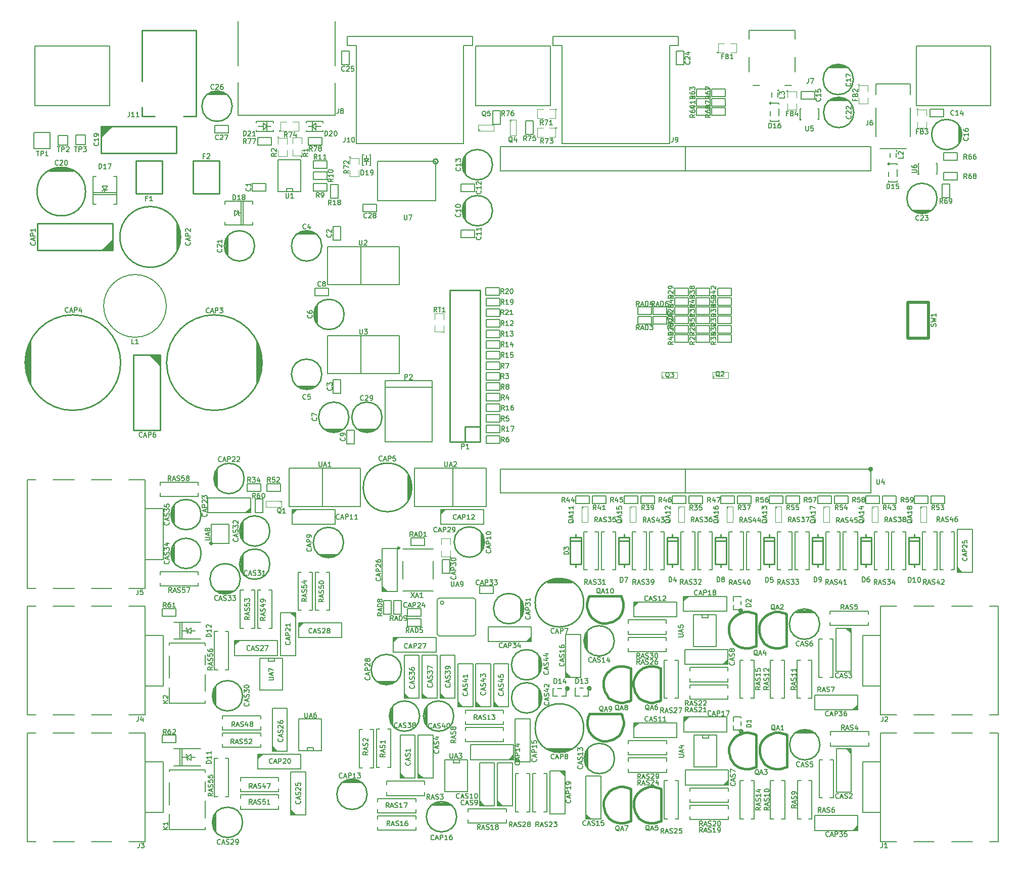
<source format=gto>
%FSLAX34Y34*%
G04 Gerber Fmt 3.4, Leading zero omitted, Abs format*
G04 (created by PCBNEW (2014-03-19 BZR 4756)-product) date Ter 03 Jun 2014 10:49:18 BRT*
%MOIN*%
G01*
G70*
G90*
G04 APERTURE LIST*
%ADD10C,0.005906*%
%ADD11C,0.011811*%
%ADD12C,0.006000*%
%ADD13C,0.009843*%
%ADD14C,0.003100*%
%ADD15C,0.007874*%
%ADD16C,0.005000*%
%ADD17C,0.010000*%
%ADD18C,0.015000*%
%ADD19C,0.003900*%
%ADD20C,0.020000*%
%ADD21C,0.008000*%
G04 APERTURE END LIST*
G54D10*
G54D11*
X25048Y-33733D02*
G75*
G03X25048Y-33733I-59J0D01*
G74*
G01*
G54D12*
X27269Y-34590D02*
X27269Y-35787D01*
X25269Y-35783D02*
X25269Y-34594D01*
X27269Y-36586D02*
X25269Y-36586D01*
X27269Y-33791D02*
X25269Y-33791D01*
X24218Y-36602D02*
X23903Y-36287D01*
X24139Y-36602D02*
X23903Y-36366D01*
X24061Y-36602D02*
X23903Y-36444D01*
X23982Y-36602D02*
X23903Y-36523D01*
X23903Y-36602D02*
X23903Y-33767D01*
X23903Y-33767D02*
X24887Y-33767D01*
X24887Y-33767D02*
X24887Y-36602D01*
X24887Y-36602D02*
X23903Y-36602D01*
G54D13*
X49425Y-33013D02*
X49425Y-32836D01*
X49425Y-34805D02*
X49425Y-35001D01*
X49070Y-33269D02*
X49779Y-33269D01*
X49070Y-34805D02*
X49070Y-33033D01*
X49070Y-33033D02*
X49779Y-33033D01*
X49779Y-33033D02*
X49779Y-34805D01*
X49779Y-34805D02*
X49070Y-34805D01*
X55803Y-33013D02*
X55803Y-32836D01*
X55803Y-34805D02*
X55803Y-35001D01*
X55448Y-33269D02*
X56157Y-33269D01*
X55448Y-34805D02*
X55448Y-33033D01*
X55448Y-33033D02*
X56157Y-33033D01*
X56157Y-33033D02*
X56157Y-34805D01*
X56157Y-34805D02*
X55448Y-34805D01*
X52614Y-33013D02*
X52614Y-32836D01*
X52614Y-34805D02*
X52614Y-35001D01*
X52259Y-33269D02*
X52968Y-33269D01*
X52259Y-34805D02*
X52259Y-33033D01*
X52259Y-33033D02*
X52968Y-33033D01*
X52968Y-33033D02*
X52968Y-34805D01*
X52968Y-34805D02*
X52259Y-34805D01*
X58992Y-33013D02*
X58992Y-32836D01*
X58992Y-34805D02*
X58992Y-35001D01*
X58637Y-33269D02*
X59346Y-33269D01*
X58637Y-34805D02*
X58637Y-33033D01*
X58637Y-33033D02*
X59346Y-33033D01*
X59346Y-33033D02*
X59346Y-34805D01*
X59346Y-34805D02*
X58637Y-34805D01*
G54D14*
X49940Y-31074D02*
G75*
G03X49940Y-31074I-62J0D01*
G74*
G01*
X50215Y-32037D02*
X49815Y-32037D01*
X50215Y-31012D02*
X49815Y-31012D01*
X49815Y-32037D02*
X49815Y-31012D01*
X50215Y-31012D02*
X50215Y-32037D01*
X56318Y-31074D02*
G75*
G03X56318Y-31074I-62J0D01*
G74*
G01*
X56593Y-32037D02*
X56193Y-32037D01*
X56593Y-31012D02*
X56193Y-31012D01*
X56193Y-32037D02*
X56193Y-31012D01*
X56593Y-31012D02*
X56593Y-32037D01*
X53129Y-31074D02*
G75*
G03X53129Y-31074I-62J0D01*
G74*
G01*
X53404Y-32037D02*
X53004Y-32037D01*
X53404Y-31012D02*
X53004Y-31012D01*
X53004Y-32037D02*
X53004Y-31012D01*
X53404Y-31012D02*
X53404Y-32037D01*
X59507Y-31074D02*
G75*
G03X59507Y-31074I-62J0D01*
G74*
G01*
X59782Y-32037D02*
X59382Y-32037D01*
X59782Y-31012D02*
X59382Y-31012D01*
X59382Y-32037D02*
X59382Y-31012D01*
X59782Y-31012D02*
X59782Y-32037D01*
G54D15*
X50704Y-32659D02*
X50921Y-32659D01*
X50192Y-35179D02*
X49976Y-35179D01*
X49976Y-35179D02*
X49976Y-32659D01*
X49976Y-32659D02*
X50192Y-32659D01*
X50921Y-32659D02*
X50921Y-35179D01*
X50921Y-35179D02*
X50704Y-35179D01*
X57082Y-32659D02*
X57299Y-32659D01*
X56570Y-35179D02*
X56354Y-35179D01*
X56354Y-35179D02*
X56354Y-32659D01*
X56354Y-32659D02*
X56570Y-32659D01*
X57299Y-32659D02*
X57299Y-35179D01*
X57299Y-35179D02*
X57082Y-35179D01*
X51846Y-32659D02*
X52062Y-32659D01*
X51334Y-35179D02*
X51118Y-35179D01*
X51118Y-35179D02*
X51118Y-32659D01*
X51118Y-32659D02*
X51334Y-32659D01*
X52062Y-32659D02*
X52062Y-35179D01*
X52062Y-35179D02*
X51846Y-35179D01*
X58224Y-32659D02*
X58440Y-32659D01*
X57712Y-35179D02*
X57496Y-35179D01*
X57496Y-35179D02*
X57496Y-32659D01*
X57496Y-32659D02*
X57712Y-32659D01*
X58440Y-32659D02*
X58440Y-35179D01*
X58440Y-35179D02*
X58224Y-35179D01*
X53893Y-32659D02*
X54110Y-32659D01*
X53381Y-35179D02*
X53165Y-35179D01*
X53165Y-35179D02*
X53165Y-32659D01*
X53165Y-32659D02*
X53381Y-32659D01*
X54110Y-32659D02*
X54110Y-35179D01*
X54110Y-35179D02*
X53893Y-35179D01*
X60271Y-32659D02*
X60488Y-32659D01*
X59759Y-35179D02*
X59543Y-35179D01*
X59543Y-35179D02*
X59543Y-32659D01*
X59543Y-32659D02*
X59759Y-32659D01*
X60488Y-32659D02*
X60488Y-35179D01*
X60488Y-35179D02*
X60271Y-35179D01*
X55035Y-32659D02*
X55251Y-32659D01*
X54523Y-35179D02*
X54307Y-35179D01*
X54307Y-35179D02*
X54307Y-32659D01*
X54307Y-32659D02*
X54523Y-32659D01*
X55251Y-32659D02*
X55251Y-35179D01*
X55251Y-35179D02*
X55035Y-35179D01*
X61413Y-32659D02*
X61629Y-32659D01*
X60901Y-35179D02*
X60685Y-35179D01*
X60685Y-35179D02*
X60685Y-32659D01*
X60685Y-32659D02*
X60901Y-32659D01*
X61629Y-32659D02*
X61629Y-35179D01*
X61629Y-35179D02*
X61413Y-35179D01*
X48647Y-32659D02*
X48864Y-32659D01*
X48135Y-35179D02*
X47919Y-35179D01*
X47919Y-35179D02*
X47919Y-32659D01*
X47919Y-32659D02*
X48135Y-32659D01*
X48864Y-32659D02*
X48864Y-35179D01*
X48864Y-35179D02*
X48647Y-35179D01*
X42269Y-32659D02*
X42486Y-32659D01*
X41757Y-35179D02*
X41541Y-35179D01*
X41541Y-35179D02*
X41541Y-32659D01*
X41541Y-32659D02*
X41757Y-32659D01*
X42486Y-32659D02*
X42486Y-35179D01*
X42486Y-35179D02*
X42269Y-35179D01*
X47505Y-32659D02*
X47722Y-32659D01*
X46994Y-35179D02*
X46777Y-35179D01*
X46777Y-35179D02*
X46777Y-32659D01*
X46777Y-32659D02*
X46994Y-32659D01*
X47722Y-32659D02*
X47722Y-35179D01*
X47722Y-35179D02*
X47505Y-35179D01*
X41127Y-32659D02*
X41344Y-32659D01*
X40616Y-35179D02*
X40399Y-35179D01*
X40399Y-35179D02*
X40399Y-32659D01*
X40399Y-32659D02*
X40616Y-32659D01*
X41344Y-32659D02*
X41344Y-35179D01*
X41344Y-35179D02*
X41127Y-35179D01*
X45458Y-32659D02*
X45675Y-32659D01*
X44946Y-35179D02*
X44730Y-35179D01*
X44730Y-35179D02*
X44730Y-32659D01*
X44730Y-32659D02*
X44946Y-32659D01*
X45675Y-32659D02*
X45675Y-35179D01*
X45675Y-35179D02*
X45458Y-35179D01*
X39080Y-32659D02*
X39297Y-32659D01*
X38568Y-35179D02*
X38352Y-35179D01*
X38352Y-35179D02*
X38352Y-32659D01*
X38352Y-32659D02*
X38568Y-32659D01*
X39297Y-32659D02*
X39297Y-35179D01*
X39297Y-35179D02*
X39080Y-35179D01*
X44316Y-32659D02*
X44533Y-32659D01*
X43805Y-35179D02*
X43588Y-35179D01*
X43588Y-35179D02*
X43588Y-32659D01*
X43588Y-32659D02*
X43805Y-32659D01*
X44533Y-32659D02*
X44533Y-35179D01*
X44533Y-35179D02*
X44316Y-35179D01*
X37938Y-32659D02*
X38155Y-32659D01*
X37427Y-35179D02*
X37210Y-35179D01*
X37210Y-35179D02*
X37210Y-32659D01*
X37210Y-32659D02*
X37427Y-32659D01*
X38155Y-32659D02*
X38155Y-35179D01*
X38155Y-35179D02*
X37938Y-35179D01*
G54D14*
X46741Y-31074D02*
G75*
G03X46741Y-31074I-62J0D01*
G74*
G01*
X47016Y-32037D02*
X46616Y-32037D01*
X47016Y-31012D02*
X46616Y-31012D01*
X46616Y-32037D02*
X46616Y-31012D01*
X47016Y-31012D02*
X47016Y-32037D01*
X40363Y-31074D02*
G75*
G03X40363Y-31074I-62J0D01*
G74*
G01*
X40638Y-32037D02*
X40238Y-32037D01*
X40638Y-31012D02*
X40238Y-31012D01*
X40238Y-32037D02*
X40238Y-31012D01*
X40638Y-31012D02*
X40638Y-32037D01*
X43552Y-31074D02*
G75*
G03X43552Y-31074I-62J0D01*
G74*
G01*
X43827Y-32037D02*
X43427Y-32037D01*
X43827Y-31012D02*
X43427Y-31012D01*
X43427Y-32037D02*
X43427Y-31012D01*
X43827Y-31012D02*
X43827Y-32037D01*
X37174Y-31074D02*
G75*
G03X37174Y-31074I-62J0D01*
G74*
G01*
X37450Y-32037D02*
X37050Y-32037D01*
X37450Y-31012D02*
X37050Y-31012D01*
X37050Y-32037D02*
X37050Y-31012D01*
X37450Y-31012D02*
X37450Y-32037D01*
G54D13*
X46226Y-33013D02*
X46226Y-32836D01*
X46226Y-34805D02*
X46226Y-35001D01*
X45872Y-33269D02*
X46580Y-33269D01*
X45872Y-34805D02*
X45872Y-33033D01*
X45872Y-33033D02*
X46580Y-33033D01*
X46580Y-33033D02*
X46580Y-34805D01*
X46580Y-34805D02*
X45872Y-34805D01*
X39848Y-33013D02*
X39848Y-32836D01*
X39848Y-34805D02*
X39848Y-35001D01*
X39494Y-33269D02*
X40202Y-33269D01*
X39494Y-34805D02*
X39494Y-33033D01*
X39494Y-33033D02*
X40202Y-33033D01*
X40202Y-33033D02*
X40202Y-34805D01*
X40202Y-34805D02*
X39494Y-34805D01*
X43037Y-33013D02*
X43037Y-32836D01*
X43037Y-34805D02*
X43037Y-35001D01*
X42683Y-33269D02*
X43391Y-33269D01*
X42683Y-34805D02*
X42683Y-33033D01*
X42683Y-33033D02*
X43391Y-33033D01*
X43391Y-33033D02*
X43391Y-34805D01*
X43391Y-34805D02*
X42683Y-34805D01*
X36659Y-33013D02*
X36659Y-32836D01*
X36659Y-34805D02*
X36659Y-35001D01*
X36305Y-33269D02*
X37013Y-33269D01*
X36305Y-34805D02*
X36305Y-33033D01*
X36305Y-33033D02*
X37013Y-33033D01*
X37013Y-33033D02*
X37013Y-34805D01*
X37013Y-34805D02*
X36305Y-34805D01*
G54D10*
X27541Y-37190D02*
X27541Y-37151D01*
X27541Y-37151D02*
X27659Y-37033D01*
X27659Y-37033D02*
X29942Y-37033D01*
X29942Y-37033D02*
X30061Y-37151D01*
X30061Y-37151D02*
X30061Y-39435D01*
X30061Y-39435D02*
X29942Y-39553D01*
X29942Y-39553D02*
X27659Y-39553D01*
X27659Y-39553D02*
X27541Y-39435D01*
X27541Y-39435D02*
X27541Y-37190D01*
G54D16*
X27962Y-37343D02*
G75*
G03X27962Y-37343I-111J0D01*
G74*
G01*
G54D12*
X31576Y-44196D02*
X31261Y-43881D01*
X31498Y-44196D02*
X31261Y-43960D01*
X31419Y-44196D02*
X31261Y-44039D01*
X31340Y-44196D02*
X31261Y-44118D01*
X31261Y-44196D02*
X31261Y-41362D01*
X31261Y-41362D02*
X32246Y-41362D01*
X32246Y-41362D02*
X32246Y-44196D01*
X32246Y-44196D02*
X31261Y-44196D01*
G54D17*
X34325Y-41837D02*
X34325Y-41037D01*
X34325Y-41037D02*
X34275Y-41037D01*
X34275Y-41037D02*
X34275Y-41837D01*
X34225Y-40837D02*
X34225Y-42037D01*
X34425Y-41437D02*
G75*
G03X34425Y-41437I-1000J0D01*
G74*
G01*
G54D12*
X30393Y-44196D02*
X30078Y-43881D01*
X30314Y-44196D02*
X30078Y-43960D01*
X30236Y-44196D02*
X30078Y-44039D01*
X30157Y-44196D02*
X30078Y-44118D01*
X30078Y-44196D02*
X30078Y-41362D01*
X30078Y-41362D02*
X31062Y-41362D01*
X31062Y-41362D02*
X31062Y-44196D01*
X31062Y-44196D02*
X30078Y-44196D01*
G54D17*
X34325Y-44022D02*
X34325Y-43222D01*
X34325Y-43222D02*
X34275Y-43222D01*
X34275Y-43222D02*
X34275Y-44022D01*
X34225Y-43022D02*
X34225Y-44222D01*
X34425Y-43622D02*
G75*
G03X34425Y-43622I-1000J0D01*
G74*
G01*
G54D12*
X29212Y-44196D02*
X28897Y-43881D01*
X29133Y-44196D02*
X28897Y-43960D01*
X29055Y-44196D02*
X28897Y-44039D01*
X28976Y-44196D02*
X28897Y-44118D01*
X28897Y-44196D02*
X28897Y-41362D01*
X28897Y-41362D02*
X29881Y-41362D01*
X29881Y-41362D02*
X29881Y-44196D01*
X29881Y-44196D02*
X28897Y-44196D01*
G54D17*
X26718Y-44422D02*
X26718Y-45222D01*
X26718Y-45222D02*
X26768Y-45222D01*
X26768Y-45222D02*
X26768Y-44422D01*
X26818Y-45422D02*
X26818Y-44222D01*
X28618Y-44822D02*
G75*
G03X28618Y-44822I-1000J0D01*
G74*
G01*
G54D12*
X28033Y-43643D02*
X27718Y-43328D01*
X27954Y-43643D02*
X27718Y-43407D01*
X27875Y-43643D02*
X27718Y-43486D01*
X27797Y-43643D02*
X27718Y-43564D01*
X27718Y-43643D02*
X27718Y-40809D01*
X27718Y-40809D02*
X28702Y-40809D01*
X28702Y-40809D02*
X28702Y-43643D01*
X28702Y-43643D02*
X27718Y-43643D01*
G54D17*
X24474Y-44422D02*
X24474Y-45222D01*
X24474Y-45222D02*
X24524Y-45222D01*
X24524Y-45222D02*
X24524Y-44422D01*
X24574Y-45422D02*
X24574Y-44222D01*
X26374Y-44822D02*
G75*
G03X26374Y-44822I-1000J0D01*
G74*
G01*
G54D12*
X26852Y-43643D02*
X26537Y-43328D01*
X26773Y-43643D02*
X26537Y-43407D01*
X26694Y-43643D02*
X26537Y-43486D01*
X26616Y-43643D02*
X26537Y-43564D01*
X26537Y-43643D02*
X26537Y-40809D01*
X26537Y-40809D02*
X27521Y-40809D01*
X27521Y-40809D02*
X27521Y-43643D01*
X27521Y-43643D02*
X26537Y-43643D01*
X25671Y-43643D02*
X25356Y-43328D01*
X25592Y-43643D02*
X25356Y-43407D01*
X25513Y-43643D02*
X25356Y-43486D01*
X25435Y-43643D02*
X25356Y-43564D01*
X25356Y-43643D02*
X25356Y-40809D01*
X25356Y-40809D02*
X26340Y-40809D01*
X26340Y-40809D02*
X26340Y-43643D01*
X26340Y-43643D02*
X25356Y-43643D01*
X33740Y-39606D02*
X33425Y-39921D01*
X33740Y-39685D02*
X33503Y-39921D01*
X33740Y-39763D02*
X33582Y-39921D01*
X33740Y-39842D02*
X33661Y-39921D01*
X33740Y-39921D02*
X30905Y-39921D01*
X30905Y-39921D02*
X30905Y-38937D01*
X30905Y-38937D02*
X33740Y-38937D01*
X33740Y-38937D02*
X33740Y-39921D01*
G54D16*
X31239Y-36748D02*
X30339Y-36748D01*
X30339Y-36748D02*
X30339Y-36248D01*
X30339Y-36248D02*
X31239Y-36248D01*
X31239Y-36248D02*
X31239Y-36748D01*
G54D17*
X33144Y-38136D02*
X33144Y-37336D01*
X33144Y-37336D02*
X33094Y-37336D01*
X33094Y-37336D02*
X33094Y-38136D01*
X33044Y-37136D02*
X33044Y-38336D01*
X33244Y-37736D02*
G75*
G03X33244Y-37736I-999J0D01*
G74*
G01*
G54D16*
X28360Y-34518D02*
X28360Y-35418D01*
X28360Y-35418D02*
X27860Y-35418D01*
X27860Y-35418D02*
X27860Y-34518D01*
X27860Y-34518D02*
X28360Y-34518D01*
G54D17*
X23773Y-42651D02*
X24573Y-42651D01*
X24573Y-42651D02*
X24573Y-42601D01*
X24573Y-42601D02*
X23773Y-42601D01*
X24773Y-42551D02*
X23573Y-42551D01*
X25173Y-41751D02*
G75*
G03X25173Y-41751I-1000J0D01*
G74*
G01*
G54D12*
X24627Y-39942D02*
X24942Y-39627D01*
X24627Y-39864D02*
X24864Y-39627D01*
X24627Y-39785D02*
X24785Y-39627D01*
X24627Y-39706D02*
X24706Y-39627D01*
X24627Y-39627D02*
X27462Y-39627D01*
X27462Y-39627D02*
X27462Y-40612D01*
X27462Y-40612D02*
X24627Y-40612D01*
X24627Y-40612D02*
X24627Y-39627D01*
G54D16*
X25573Y-37722D02*
X26473Y-37722D01*
X26473Y-37722D02*
X26473Y-38222D01*
X26473Y-38222D02*
X25573Y-38222D01*
X25573Y-38222D02*
X25573Y-37722D01*
X15890Y-41016D02*
X15840Y-41016D01*
X15840Y-41016D02*
X15840Y-43116D01*
X17340Y-43116D02*
X17340Y-41016D01*
X17340Y-41016D02*
X15890Y-41016D01*
X16790Y-41016D02*
X16790Y-41216D01*
X16790Y-41216D02*
X16390Y-41216D01*
X16390Y-41216D02*
X16390Y-41016D01*
X17340Y-43116D02*
X15840Y-43116D01*
X19853Y-47112D02*
X19903Y-47112D01*
X19903Y-47112D02*
X19903Y-45012D01*
X18403Y-45012D02*
X18403Y-47112D01*
X18403Y-47112D02*
X19853Y-47112D01*
X18953Y-47112D02*
X18953Y-46912D01*
X18953Y-46912D02*
X19353Y-46912D01*
X19353Y-46912D02*
X19353Y-47112D01*
X18403Y-45012D02*
X19903Y-45012D01*
G54D15*
X13051Y-41771D02*
X12834Y-41771D01*
X13562Y-39251D02*
X13779Y-39251D01*
X13779Y-39251D02*
X13779Y-41771D01*
X13779Y-41771D02*
X13562Y-41771D01*
X12834Y-41771D02*
X12834Y-39251D01*
X12834Y-39251D02*
X13051Y-39251D01*
X13051Y-50137D02*
X12834Y-50137D01*
X13562Y-47618D02*
X13779Y-47618D01*
X13779Y-47618D02*
X13779Y-50137D01*
X13779Y-50137D02*
X13562Y-50137D01*
X12834Y-50137D02*
X12834Y-47618D01*
X12834Y-47618D02*
X13051Y-47618D01*
X19084Y-35324D02*
X19301Y-35324D01*
X18572Y-37844D02*
X18356Y-37844D01*
X18356Y-37844D02*
X18356Y-35324D01*
X18356Y-35324D02*
X18572Y-35324D01*
X19301Y-35324D02*
X19301Y-37844D01*
X19301Y-37844D02*
X19084Y-37844D01*
X15271Y-36511D02*
X15488Y-36511D01*
X14759Y-39031D02*
X14543Y-39031D01*
X14543Y-39031D02*
X14543Y-36511D01*
X14543Y-36511D02*
X14759Y-36511D01*
X15488Y-36511D02*
X15488Y-39031D01*
X15488Y-39031D02*
X15271Y-39031D01*
X13370Y-46149D02*
X13370Y-45933D01*
X15889Y-46661D02*
X15889Y-46877D01*
X15889Y-46877D02*
X13370Y-46877D01*
X13370Y-46877D02*
X13370Y-46661D01*
X13370Y-45933D02*
X15889Y-45933D01*
X15889Y-45933D02*
X15889Y-46149D01*
X14551Y-50232D02*
X14551Y-50015D01*
X17070Y-50744D02*
X17070Y-50960D01*
X17070Y-50960D02*
X14551Y-50960D01*
X14551Y-50960D02*
X14551Y-50744D01*
X14551Y-50015D02*
X17070Y-50015D01*
X17070Y-50015D02*
X17070Y-50232D01*
X20226Y-35324D02*
X20442Y-35324D01*
X19714Y-37844D02*
X19498Y-37844D01*
X19498Y-37844D02*
X19498Y-35324D01*
X19498Y-35324D02*
X19714Y-35324D01*
X20442Y-35324D02*
X20442Y-37844D01*
X20442Y-37844D02*
X20226Y-37844D01*
X16413Y-36511D02*
X16629Y-36511D01*
X15901Y-39031D02*
X15685Y-39031D01*
X15685Y-39031D02*
X15685Y-36511D01*
X15685Y-36511D02*
X15901Y-36511D01*
X16629Y-36511D02*
X16629Y-39031D01*
X16629Y-39031D02*
X16413Y-39031D01*
X13370Y-45007D02*
X13370Y-44791D01*
X15889Y-45519D02*
X15889Y-45736D01*
X15889Y-45736D02*
X13370Y-45736D01*
X13370Y-45736D02*
X13370Y-45519D01*
X13370Y-44791D02*
X15889Y-44791D01*
X15889Y-44791D02*
X15889Y-45007D01*
X14551Y-49090D02*
X14551Y-48874D01*
X17070Y-49602D02*
X17070Y-49818D01*
X17070Y-49818D02*
X14551Y-49818D01*
X14551Y-49818D02*
X14551Y-49602D01*
X14551Y-48874D02*
X17070Y-48874D01*
X17070Y-48874D02*
X17070Y-49090D01*
G54D17*
X14592Y-32218D02*
X14592Y-33018D01*
X14592Y-33018D02*
X14642Y-33018D01*
X14642Y-33018D02*
X14642Y-32218D01*
X14692Y-33218D02*
X14692Y-32018D01*
X16492Y-32618D02*
G75*
G03X16492Y-32618I-1000J0D01*
G74*
G01*
X14592Y-34403D02*
X14592Y-35203D01*
X14592Y-35203D02*
X14642Y-35203D01*
X14642Y-35203D02*
X14642Y-34403D01*
X14692Y-35403D02*
X14692Y-34203D01*
X16492Y-34803D02*
G75*
G03X16492Y-34803I-1000J0D01*
G74*
G01*
X12800Y-43084D02*
X12800Y-43884D01*
X12800Y-43884D02*
X12850Y-43884D01*
X12850Y-43884D02*
X12850Y-43084D01*
X12900Y-44084D02*
X12900Y-42884D01*
X14700Y-43484D02*
G75*
G03X14700Y-43484I-1000J0D01*
G74*
G01*
X12800Y-51430D02*
X12800Y-52230D01*
X12800Y-52230D02*
X12850Y-52230D01*
X12850Y-52230D02*
X12850Y-51430D01*
X12900Y-52430D02*
X12900Y-51230D01*
X14700Y-51830D02*
G75*
G03X14700Y-51830I-1000J0D01*
G74*
G01*
G54D12*
X18387Y-38970D02*
X18702Y-38655D01*
X18387Y-38891D02*
X18624Y-38655D01*
X18387Y-38812D02*
X18545Y-38655D01*
X18387Y-38734D02*
X18466Y-38655D01*
X18387Y-38655D02*
X21222Y-38655D01*
X21222Y-38655D02*
X21222Y-39639D01*
X21222Y-39639D02*
X18387Y-39639D01*
X18387Y-39639D02*
X18387Y-38655D01*
X14169Y-40153D02*
X14484Y-39838D01*
X14169Y-40074D02*
X14405Y-39838D01*
X14169Y-39996D02*
X14326Y-39838D01*
X14169Y-39917D02*
X14248Y-39838D01*
X14169Y-39838D02*
X17003Y-39838D01*
X17003Y-39838D02*
X17003Y-40822D01*
X17003Y-40822D02*
X14169Y-40822D01*
X14169Y-40822D02*
X14169Y-39838D01*
X16968Y-47125D02*
X16653Y-46811D01*
X16889Y-47125D02*
X16653Y-46889D01*
X16811Y-47125D02*
X16653Y-46968D01*
X16732Y-47125D02*
X16653Y-47047D01*
X16653Y-47125D02*
X16653Y-44291D01*
X16653Y-44291D02*
X17637Y-44291D01*
X17637Y-44291D02*
X17637Y-47125D01*
X17637Y-47125D02*
X16653Y-47125D01*
X18192Y-51334D02*
X17877Y-51019D01*
X18114Y-51334D02*
X17877Y-51098D01*
X18035Y-51334D02*
X17877Y-51177D01*
X17956Y-51334D02*
X17877Y-51255D01*
X17877Y-51334D02*
X17877Y-48500D01*
X17877Y-48500D02*
X18862Y-48500D01*
X18862Y-48500D02*
X18862Y-51334D01*
X18862Y-51334D02*
X17877Y-51334D01*
X17874Y-37992D02*
X18188Y-38307D01*
X17952Y-37992D02*
X18188Y-38228D01*
X18031Y-37992D02*
X18188Y-38149D01*
X18110Y-37992D02*
X18188Y-38070D01*
X18188Y-37992D02*
X18188Y-40826D01*
X18188Y-40826D02*
X17204Y-40826D01*
X17204Y-40826D02*
X17204Y-37992D01*
X17204Y-37992D02*
X18188Y-37992D01*
X15708Y-47637D02*
X16023Y-47322D01*
X15708Y-47559D02*
X15944Y-47322D01*
X15708Y-47480D02*
X15866Y-47322D01*
X15708Y-47401D02*
X15787Y-47322D01*
X15708Y-47322D02*
X18543Y-47322D01*
X18543Y-47322D02*
X18543Y-48307D01*
X18543Y-48307D02*
X15708Y-48307D01*
X15708Y-48307D02*
X15708Y-47322D01*
G54D16*
X28089Y-47690D02*
X28039Y-47690D01*
X28039Y-47690D02*
X28039Y-49790D01*
X29539Y-49790D02*
X29539Y-47690D01*
X29539Y-47690D02*
X28089Y-47690D01*
X28989Y-47690D02*
X28989Y-47890D01*
X28989Y-47890D02*
X28589Y-47890D01*
X28589Y-47890D02*
X28589Y-47690D01*
X29539Y-49790D02*
X28039Y-49790D01*
G54D15*
X32903Y-51122D02*
X32687Y-51122D01*
X33415Y-48602D02*
X33631Y-48602D01*
X33631Y-48602D02*
X33631Y-51122D01*
X33631Y-51122D02*
X33415Y-51122D01*
X32687Y-51122D02*
X32687Y-48602D01*
X32687Y-48602D02*
X32903Y-48602D01*
X34045Y-51122D02*
X33828Y-51122D01*
X34557Y-48602D02*
X34773Y-48602D01*
X34773Y-48602D02*
X34773Y-51122D01*
X34773Y-51122D02*
X34557Y-51122D01*
X33828Y-51122D02*
X33828Y-48602D01*
X33828Y-48602D02*
X34045Y-48602D01*
X32096Y-51653D02*
X32096Y-51870D01*
X29576Y-51141D02*
X29576Y-50925D01*
X29576Y-50925D02*
X32096Y-50925D01*
X32096Y-50925D02*
X32096Y-51141D01*
X32096Y-51870D02*
X29576Y-51870D01*
X29576Y-51870D02*
X29576Y-51653D01*
X26122Y-50984D02*
X26122Y-51200D01*
X23602Y-50472D02*
X23602Y-50255D01*
X23602Y-50255D02*
X26122Y-50255D01*
X26122Y-50255D02*
X26122Y-50472D01*
X26122Y-51200D02*
X23602Y-51200D01*
X23602Y-51200D02*
X23602Y-50984D01*
X23602Y-51614D02*
X23602Y-51397D01*
X26122Y-52125D02*
X26122Y-52342D01*
X26122Y-52342D02*
X23602Y-52342D01*
X23602Y-52342D02*
X23602Y-52125D01*
X23602Y-51397D02*
X26122Y-51397D01*
X26122Y-51397D02*
X26122Y-51614D01*
X31909Y-45157D02*
X31909Y-45374D01*
X29389Y-44645D02*
X29389Y-44429D01*
X29389Y-44429D02*
X31909Y-44429D01*
X31909Y-44429D02*
X31909Y-44645D01*
X31909Y-45374D02*
X29389Y-45374D01*
X29389Y-45374D02*
X29389Y-45157D01*
X31909Y-46299D02*
X31909Y-46515D01*
X29389Y-45787D02*
X29389Y-45570D01*
X29389Y-45570D02*
X31909Y-45570D01*
X31909Y-45570D02*
X31909Y-45787D01*
X31909Y-46515D02*
X29389Y-46515D01*
X29389Y-46515D02*
X29389Y-46299D01*
X24183Y-49330D02*
X24183Y-49114D01*
X26702Y-49842D02*
X26702Y-50059D01*
X26702Y-50059D02*
X24183Y-50059D01*
X24183Y-50059D02*
X24183Y-49842D01*
X24183Y-49114D02*
X26702Y-49114D01*
X26702Y-49114D02*
X26702Y-49330D01*
X22598Y-48228D02*
X22381Y-48228D01*
X23110Y-45708D02*
X23326Y-45708D01*
X23326Y-45708D02*
X23326Y-48228D01*
X23326Y-48228D02*
X23110Y-48228D01*
X22381Y-48228D02*
X22381Y-45708D01*
X22381Y-45708D02*
X22598Y-45708D01*
X24251Y-45688D02*
X24468Y-45688D01*
X23740Y-48208D02*
X23523Y-48208D01*
X23523Y-48208D02*
X23523Y-45688D01*
X23523Y-45688D02*
X23740Y-45688D01*
X24468Y-45688D02*
X24468Y-48208D01*
X24468Y-48208D02*
X24251Y-48208D01*
G54D12*
X30639Y-50728D02*
X30324Y-50413D01*
X30561Y-50728D02*
X30324Y-50492D01*
X30482Y-50728D02*
X30324Y-50570D01*
X30403Y-50728D02*
X30324Y-50649D01*
X30324Y-50728D02*
X30324Y-47893D01*
X30324Y-47893D02*
X31309Y-47893D01*
X31309Y-47893D02*
X31309Y-50728D01*
X31309Y-50728D02*
X30324Y-50728D01*
X31820Y-50728D02*
X31505Y-50413D01*
X31742Y-50728D02*
X31505Y-50492D01*
X31663Y-50728D02*
X31505Y-50570D01*
X31584Y-50728D02*
X31505Y-50649D01*
X31505Y-50728D02*
X31505Y-47893D01*
X31505Y-47893D02*
X32490Y-47893D01*
X32490Y-47893D02*
X32490Y-50728D01*
X32490Y-50728D02*
X31505Y-50728D01*
X26584Y-48917D02*
X26269Y-48602D01*
X26505Y-48917D02*
X26269Y-48681D01*
X26427Y-48917D02*
X26269Y-48759D01*
X26348Y-48917D02*
X26269Y-48838D01*
X26269Y-48917D02*
X26269Y-46082D01*
X26269Y-46082D02*
X27253Y-46082D01*
X27253Y-46082D02*
X27253Y-48917D01*
X27253Y-48917D02*
X26269Y-48917D01*
X25403Y-48917D02*
X25088Y-48602D01*
X25324Y-48917D02*
X25088Y-48681D01*
X25246Y-48917D02*
X25088Y-48759D01*
X25167Y-48917D02*
X25088Y-48838D01*
X25088Y-48917D02*
X25088Y-46082D01*
X25088Y-46082D02*
X26072Y-46082D01*
X26072Y-46082D02*
X26072Y-48917D01*
X26072Y-48917D02*
X25088Y-48917D01*
X35639Y-48444D02*
X35954Y-48759D01*
X35718Y-48444D02*
X35954Y-48681D01*
X35797Y-48444D02*
X35954Y-48602D01*
X35875Y-48444D02*
X35954Y-48523D01*
X35954Y-48444D02*
X35954Y-51279D01*
X35954Y-51279D02*
X34970Y-51279D01*
X34970Y-51279D02*
X34970Y-48444D01*
X34970Y-48444D02*
X35954Y-48444D01*
G54D17*
X28214Y-50556D02*
X27414Y-50556D01*
X27414Y-50556D02*
X27414Y-50606D01*
X27414Y-50606D02*
X28214Y-50606D01*
X27214Y-50656D02*
X28414Y-50656D01*
X28814Y-51456D02*
G75*
G03X28814Y-51456I-1000J0D01*
G74*
G01*
G54D12*
X32992Y-47854D02*
X32677Y-47539D01*
X32913Y-47854D02*
X32677Y-47618D01*
X32834Y-47854D02*
X32677Y-47696D01*
X32755Y-47854D02*
X32677Y-47775D01*
X32677Y-47854D02*
X32677Y-45019D01*
X32677Y-45019D02*
X33661Y-45019D01*
X33661Y-45019D02*
X33661Y-47854D01*
X33661Y-47854D02*
X32677Y-47854D01*
X32568Y-47381D02*
X32253Y-47696D01*
X32568Y-47460D02*
X32332Y-47696D01*
X32568Y-47539D02*
X32411Y-47696D01*
X32568Y-47618D02*
X32490Y-47696D01*
X32568Y-47696D02*
X29734Y-47696D01*
X29734Y-47696D02*
X29734Y-46712D01*
X29734Y-46712D02*
X32568Y-46712D01*
X32568Y-46712D02*
X32568Y-47696D01*
G54D17*
X22309Y-49080D02*
X21509Y-49080D01*
X21509Y-49080D02*
X21509Y-49130D01*
X21509Y-49130D02*
X22309Y-49130D01*
X21309Y-49180D02*
X22509Y-49180D01*
X22909Y-49980D02*
G75*
G03X22909Y-49980I-1000J0D01*
G74*
G01*
G54D12*
X43779Y-37244D02*
X44094Y-36929D01*
X43779Y-37165D02*
X44015Y-36929D01*
X43779Y-37086D02*
X43937Y-36929D01*
X43779Y-37007D02*
X43858Y-36929D01*
X43779Y-36929D02*
X46614Y-36929D01*
X46614Y-36929D02*
X46614Y-37913D01*
X46614Y-37913D02*
X43779Y-37913D01*
X43779Y-37913D02*
X43779Y-36929D01*
X54507Y-39035D02*
X54822Y-39350D01*
X54586Y-39035D02*
X54822Y-39271D01*
X54665Y-39035D02*
X54822Y-39192D01*
X54744Y-39035D02*
X54822Y-39114D01*
X54822Y-39035D02*
X54822Y-41870D01*
X54822Y-41870D02*
X53838Y-41870D01*
X53838Y-41870D02*
X53838Y-39035D01*
X53838Y-39035D02*
X54822Y-39035D01*
G54D17*
X52151Y-37859D02*
X51351Y-37859D01*
X51351Y-37859D02*
X51351Y-37909D01*
X51351Y-37909D02*
X52151Y-37909D01*
X51151Y-37959D02*
X52351Y-37959D01*
X52751Y-38759D02*
G75*
G03X52751Y-38759I-1000J0D01*
G74*
G01*
G54D12*
X46712Y-41102D02*
X46397Y-41417D01*
X46712Y-41181D02*
X46476Y-41417D01*
X46712Y-41259D02*
X46555Y-41417D01*
X46712Y-41338D02*
X46633Y-41417D01*
X46712Y-41417D02*
X43877Y-41417D01*
X43877Y-41417D02*
X43877Y-40433D01*
X43877Y-40433D02*
X46712Y-40433D01*
X46712Y-40433D02*
X46712Y-41417D01*
X40492Y-37618D02*
X40807Y-37303D01*
X40492Y-37539D02*
X40728Y-37303D01*
X40492Y-37460D02*
X40649Y-37303D01*
X40492Y-37381D02*
X40570Y-37303D01*
X40492Y-37303D02*
X43326Y-37303D01*
X43326Y-37303D02*
X43326Y-38287D01*
X43326Y-38287D02*
X40492Y-38287D01*
X40492Y-38287D02*
X40492Y-37303D01*
G54D17*
X37308Y-39462D02*
X37308Y-40262D01*
X37308Y-40262D02*
X37358Y-40262D01*
X37358Y-40262D02*
X37358Y-39462D01*
X37408Y-40462D02*
X37408Y-39262D01*
X39208Y-39862D02*
G75*
G03X39208Y-39862I-1000J0D01*
G74*
G01*
G54D12*
X36318Y-42263D02*
X36003Y-41948D01*
X36240Y-42263D02*
X36003Y-42027D01*
X36161Y-42263D02*
X36003Y-42106D01*
X36082Y-42263D02*
X36003Y-42185D01*
X36003Y-42263D02*
X36003Y-39429D01*
X36003Y-39429D02*
X36988Y-39429D01*
X36988Y-39429D02*
X36988Y-42263D01*
X36988Y-42263D02*
X36003Y-42263D01*
G54D11*
X47645Y-37874D02*
G75*
G03X47645Y-37874I-98J0D01*
G74*
G01*
G54D10*
X47559Y-36929D02*
X47559Y-36976D01*
X47559Y-37488D02*
X47559Y-37236D01*
X47047Y-37492D02*
X47047Y-37795D01*
X47047Y-37795D02*
X47559Y-37795D01*
X47559Y-37795D02*
X47559Y-37748D01*
X47047Y-36929D02*
X47047Y-37232D01*
X47559Y-36929D02*
X47047Y-36929D01*
G54D18*
X48760Y-39153D02*
X48760Y-38953D01*
X48760Y-38953D02*
X48810Y-38753D01*
X48810Y-38753D02*
X48910Y-38553D01*
X48910Y-38553D02*
X49010Y-38403D01*
X49010Y-38403D02*
X49160Y-38253D01*
X49160Y-38253D02*
X49360Y-38103D01*
X49360Y-38103D02*
X49610Y-38003D01*
X49610Y-38003D02*
X49810Y-37953D01*
X49810Y-37953D02*
X50060Y-37953D01*
X50060Y-37953D02*
X50310Y-38003D01*
X50310Y-38003D02*
X50460Y-38053D01*
X50460Y-38053D02*
X50560Y-38103D01*
X50410Y-40253D02*
X50260Y-40303D01*
X50260Y-40303D02*
X50060Y-40353D01*
X50060Y-40353D02*
X49860Y-40353D01*
X49860Y-40353D02*
X49610Y-40303D01*
X49610Y-40303D02*
X49360Y-40203D01*
X49360Y-40203D02*
X49110Y-40053D01*
X49110Y-40053D02*
X48960Y-39803D01*
X48960Y-39803D02*
X48860Y-39653D01*
X48860Y-39653D02*
X48810Y-39453D01*
X48810Y-39453D02*
X48760Y-39253D01*
X48760Y-39253D02*
X48760Y-39153D01*
X50560Y-40203D02*
X50460Y-40253D01*
X50560Y-40203D02*
X50560Y-38103D01*
X46752Y-39153D02*
X46752Y-38953D01*
X46752Y-38953D02*
X46802Y-38753D01*
X46802Y-38753D02*
X46902Y-38553D01*
X46902Y-38553D02*
X47002Y-38403D01*
X47002Y-38403D02*
X47152Y-38253D01*
X47152Y-38253D02*
X47352Y-38103D01*
X47352Y-38103D02*
X47602Y-38003D01*
X47602Y-38003D02*
X47802Y-37953D01*
X47802Y-37953D02*
X48052Y-37953D01*
X48052Y-37953D02*
X48302Y-38003D01*
X48302Y-38003D02*
X48452Y-38053D01*
X48452Y-38053D02*
X48552Y-38103D01*
X48402Y-40253D02*
X48252Y-40303D01*
X48252Y-40303D02*
X48052Y-40353D01*
X48052Y-40353D02*
X47852Y-40353D01*
X47852Y-40353D02*
X47602Y-40303D01*
X47602Y-40303D02*
X47352Y-40203D01*
X47352Y-40203D02*
X47102Y-40053D01*
X47102Y-40053D02*
X46952Y-39803D01*
X46952Y-39803D02*
X46852Y-39653D01*
X46852Y-39653D02*
X46802Y-39453D01*
X46802Y-39453D02*
X46752Y-39253D01*
X46752Y-39253D02*
X46752Y-39153D01*
X48552Y-40203D02*
X48452Y-40253D01*
X48552Y-40203D02*
X48552Y-38103D01*
X40473Y-42736D02*
X40473Y-42536D01*
X40473Y-42536D02*
X40523Y-42336D01*
X40523Y-42336D02*
X40623Y-42136D01*
X40623Y-42136D02*
X40723Y-41986D01*
X40723Y-41986D02*
X40873Y-41836D01*
X40873Y-41836D02*
X41073Y-41686D01*
X41073Y-41686D02*
X41323Y-41586D01*
X41323Y-41586D02*
X41523Y-41536D01*
X41523Y-41536D02*
X41773Y-41536D01*
X41773Y-41536D02*
X42023Y-41586D01*
X42023Y-41586D02*
X42173Y-41636D01*
X42173Y-41636D02*
X42273Y-41686D01*
X42123Y-43836D02*
X41973Y-43886D01*
X41973Y-43886D02*
X41773Y-43936D01*
X41773Y-43936D02*
X41573Y-43936D01*
X41573Y-43936D02*
X41323Y-43886D01*
X41323Y-43886D02*
X41073Y-43786D01*
X41073Y-43786D02*
X40823Y-43636D01*
X40823Y-43636D02*
X40673Y-43386D01*
X40673Y-43386D02*
X40573Y-43236D01*
X40573Y-43236D02*
X40523Y-43036D01*
X40523Y-43036D02*
X40473Y-42836D01*
X40473Y-42836D02*
X40473Y-42736D01*
X42273Y-43786D02*
X42173Y-43836D01*
X42273Y-43786D02*
X42273Y-41686D01*
X38485Y-42736D02*
X38485Y-42536D01*
X38485Y-42536D02*
X38535Y-42336D01*
X38535Y-42336D02*
X38635Y-42136D01*
X38635Y-42136D02*
X38735Y-41986D01*
X38735Y-41986D02*
X38885Y-41836D01*
X38885Y-41836D02*
X39085Y-41686D01*
X39085Y-41686D02*
X39335Y-41586D01*
X39335Y-41586D02*
X39535Y-41536D01*
X39535Y-41536D02*
X39785Y-41536D01*
X39785Y-41536D02*
X40035Y-41586D01*
X40035Y-41586D02*
X40185Y-41636D01*
X40185Y-41636D02*
X40285Y-41686D01*
X40135Y-43836D02*
X39985Y-43886D01*
X39985Y-43886D02*
X39785Y-43936D01*
X39785Y-43936D02*
X39585Y-43936D01*
X39585Y-43936D02*
X39335Y-43886D01*
X39335Y-43886D02*
X39085Y-43786D01*
X39085Y-43786D02*
X38835Y-43636D01*
X38835Y-43636D02*
X38685Y-43386D01*
X38685Y-43386D02*
X38585Y-43236D01*
X38585Y-43236D02*
X38535Y-43036D01*
X38535Y-43036D02*
X38485Y-42836D01*
X38485Y-42836D02*
X38485Y-42736D01*
X40285Y-43786D02*
X40185Y-43836D01*
X40285Y-43786D02*
X40285Y-41686D01*
X38602Y-38700D02*
X38402Y-38700D01*
X38402Y-38700D02*
X38202Y-38650D01*
X38202Y-38650D02*
X38002Y-38550D01*
X38002Y-38550D02*
X37852Y-38450D01*
X37852Y-38450D02*
X37702Y-38300D01*
X37702Y-38300D02*
X37552Y-38100D01*
X37552Y-38100D02*
X37452Y-37850D01*
X37452Y-37850D02*
X37402Y-37650D01*
X37402Y-37650D02*
X37402Y-37400D01*
X37402Y-37400D02*
X37452Y-37150D01*
X37452Y-37150D02*
X37502Y-37000D01*
X37502Y-37000D02*
X37552Y-36900D01*
X39702Y-37050D02*
X39752Y-37200D01*
X39752Y-37200D02*
X39802Y-37400D01*
X39802Y-37400D02*
X39802Y-37600D01*
X39802Y-37600D02*
X39752Y-37850D01*
X39752Y-37850D02*
X39652Y-38100D01*
X39652Y-38100D02*
X39502Y-38350D01*
X39502Y-38350D02*
X39252Y-38500D01*
X39252Y-38500D02*
X39102Y-38600D01*
X39102Y-38600D02*
X38902Y-38650D01*
X38902Y-38650D02*
X38702Y-38700D01*
X38702Y-38700D02*
X38602Y-38700D01*
X39652Y-36900D02*
X39702Y-37000D01*
X39652Y-36900D02*
X37552Y-36900D01*
G54D15*
X53444Y-38110D02*
X53444Y-37893D01*
X55964Y-38622D02*
X55964Y-38838D01*
X55964Y-38838D02*
X53444Y-38838D01*
X53444Y-38838D02*
X53444Y-38622D01*
X53444Y-37893D02*
X55964Y-37893D01*
X55964Y-37893D02*
X55964Y-38110D01*
X53425Y-39744D02*
X53641Y-39744D01*
X52913Y-42263D02*
X52696Y-42263D01*
X52696Y-42263D02*
X52696Y-39744D01*
X52696Y-39744D02*
X52913Y-39744D01*
X53641Y-39744D02*
X53641Y-42263D01*
X53641Y-42263D02*
X53425Y-42263D01*
X51496Y-43641D02*
X51279Y-43641D01*
X52007Y-41122D02*
X52224Y-41122D01*
X52224Y-41122D02*
X52224Y-43641D01*
X52224Y-43641D02*
X52007Y-43641D01*
X51279Y-43641D02*
X51279Y-41122D01*
X51279Y-41122D02*
X51496Y-41122D01*
X49704Y-43641D02*
X49488Y-43641D01*
X50216Y-41122D02*
X50433Y-41122D01*
X50433Y-41122D02*
X50433Y-43641D01*
X50433Y-43641D02*
X50216Y-43641D01*
X49488Y-43641D02*
X49488Y-41122D01*
X49488Y-41122D02*
X49704Y-41122D01*
X47696Y-43641D02*
X47480Y-43641D01*
X48208Y-41122D02*
X48425Y-41122D01*
X48425Y-41122D02*
X48425Y-43641D01*
X48425Y-43641D02*
X48208Y-43641D01*
X47480Y-43641D02*
X47480Y-41122D01*
X47480Y-41122D02*
X47696Y-41122D01*
X44192Y-42972D02*
X44192Y-42755D01*
X46712Y-43484D02*
X46712Y-43700D01*
X46712Y-43700D02*
X44192Y-43700D01*
X44192Y-43700D02*
X44192Y-43484D01*
X44192Y-42755D02*
X46712Y-42755D01*
X46712Y-42755D02*
X46712Y-42972D01*
X44192Y-41830D02*
X44192Y-41614D01*
X46712Y-42342D02*
X46712Y-42559D01*
X46712Y-42559D02*
X44192Y-42559D01*
X44192Y-42559D02*
X44192Y-42342D01*
X44192Y-41614D02*
X46712Y-41614D01*
X46712Y-41614D02*
X46712Y-41830D01*
X42637Y-40354D02*
X42637Y-40570D01*
X40118Y-39842D02*
X40118Y-39625D01*
X40118Y-39625D02*
X42637Y-39625D01*
X42637Y-39625D02*
X42637Y-39842D01*
X42637Y-40570D02*
X40118Y-40570D01*
X40118Y-40570D02*
X40118Y-40354D01*
X43208Y-41122D02*
X43425Y-41122D01*
X42696Y-43641D02*
X42480Y-43641D01*
X42480Y-43641D02*
X42480Y-41122D01*
X42480Y-41122D02*
X42696Y-41122D01*
X43425Y-41122D02*
X43425Y-43641D01*
X43425Y-43641D02*
X43208Y-43641D01*
X42637Y-39212D02*
X42637Y-39429D01*
X40118Y-38700D02*
X40118Y-38484D01*
X40118Y-38484D02*
X42637Y-38484D01*
X42637Y-38484D02*
X42637Y-38700D01*
X42637Y-39429D02*
X40118Y-39429D01*
X40118Y-39429D02*
X40118Y-39212D01*
G54D16*
X44496Y-38123D02*
X44446Y-38123D01*
X44446Y-38123D02*
X44446Y-40223D01*
X45946Y-40223D02*
X45946Y-38123D01*
X45946Y-38123D02*
X44496Y-38123D01*
X45396Y-38123D02*
X45396Y-38323D01*
X45396Y-38323D02*
X44996Y-38323D01*
X44996Y-38323D02*
X44996Y-38123D01*
X45946Y-40223D02*
X44446Y-40223D01*
X44516Y-46075D02*
X44466Y-46075D01*
X44466Y-46075D02*
X44466Y-48175D01*
X45966Y-48175D02*
X45966Y-46075D01*
X45966Y-46075D02*
X44516Y-46075D01*
X45416Y-46075D02*
X45416Y-46275D01*
X45416Y-46275D02*
X45016Y-46275D01*
X45016Y-46275D02*
X45016Y-46075D01*
X45966Y-48175D02*
X44466Y-48175D01*
G54D15*
X42657Y-47165D02*
X42657Y-47381D01*
X40137Y-46653D02*
X40137Y-46437D01*
X40137Y-46437D02*
X42657Y-46437D01*
X42657Y-46437D02*
X42657Y-46653D01*
X42657Y-47381D02*
X40137Y-47381D01*
X40137Y-47381D02*
X40137Y-47165D01*
X43228Y-49074D02*
X43444Y-49074D01*
X42716Y-51594D02*
X42500Y-51594D01*
X42500Y-51594D02*
X42500Y-49074D01*
X42500Y-49074D02*
X42716Y-49074D01*
X43444Y-49074D02*
X43444Y-51594D01*
X43444Y-51594D02*
X43228Y-51594D01*
X42657Y-48307D02*
X42657Y-48523D01*
X40137Y-47795D02*
X40137Y-47578D01*
X40137Y-47578D02*
X42657Y-47578D01*
X42657Y-47578D02*
X42657Y-47795D01*
X42657Y-48523D02*
X40137Y-48523D01*
X40137Y-48523D02*
X40137Y-48307D01*
X44212Y-49783D02*
X44212Y-49566D01*
X46732Y-50295D02*
X46732Y-50511D01*
X46732Y-50511D02*
X44212Y-50511D01*
X44212Y-50511D02*
X44212Y-50295D01*
X44212Y-49566D02*
X46732Y-49566D01*
X46732Y-49566D02*
X46732Y-49783D01*
X44212Y-50925D02*
X44212Y-50708D01*
X46732Y-51437D02*
X46732Y-51653D01*
X46732Y-51653D02*
X44212Y-51653D01*
X44212Y-51653D02*
X44212Y-51437D01*
X44212Y-50708D02*
X46732Y-50708D01*
X46732Y-50708D02*
X46732Y-50925D01*
X47716Y-51594D02*
X47500Y-51594D01*
X48228Y-49074D02*
X48444Y-49074D01*
X48444Y-49074D02*
X48444Y-51594D01*
X48444Y-51594D02*
X48228Y-51594D01*
X47500Y-51594D02*
X47500Y-49074D01*
X47500Y-49074D02*
X47716Y-49074D01*
X49724Y-51594D02*
X49507Y-51594D01*
X50236Y-49074D02*
X50452Y-49074D01*
X50452Y-49074D02*
X50452Y-51594D01*
X50452Y-51594D02*
X50236Y-51594D01*
X49507Y-51594D02*
X49507Y-49074D01*
X49507Y-49074D02*
X49724Y-49074D01*
X51515Y-51594D02*
X51299Y-51594D01*
X52027Y-49074D02*
X52244Y-49074D01*
X52244Y-49074D02*
X52244Y-51594D01*
X52244Y-51594D02*
X52027Y-51594D01*
X51299Y-51594D02*
X51299Y-49074D01*
X51299Y-49074D02*
X51515Y-49074D01*
X53444Y-47696D02*
X53661Y-47696D01*
X52933Y-50216D02*
X52716Y-50216D01*
X52716Y-50216D02*
X52716Y-47696D01*
X52716Y-47696D02*
X52933Y-47696D01*
X53661Y-47696D02*
X53661Y-50216D01*
X53661Y-50216D02*
X53444Y-50216D01*
X53464Y-46062D02*
X53464Y-45846D01*
X55984Y-46574D02*
X55984Y-46791D01*
X55984Y-46791D02*
X53464Y-46791D01*
X53464Y-46791D02*
X53464Y-46574D01*
X53464Y-45846D02*
X55984Y-45846D01*
X55984Y-45846D02*
X55984Y-46062D01*
G54D18*
X38622Y-46455D02*
X38422Y-46455D01*
X38422Y-46455D02*
X38222Y-46405D01*
X38222Y-46405D02*
X38022Y-46305D01*
X38022Y-46305D02*
X37872Y-46205D01*
X37872Y-46205D02*
X37722Y-46055D01*
X37722Y-46055D02*
X37572Y-45855D01*
X37572Y-45855D02*
X37472Y-45605D01*
X37472Y-45605D02*
X37422Y-45405D01*
X37422Y-45405D02*
X37422Y-45155D01*
X37422Y-45155D02*
X37472Y-44905D01*
X37472Y-44905D02*
X37522Y-44755D01*
X37522Y-44755D02*
X37572Y-44655D01*
X39722Y-44805D02*
X39772Y-44955D01*
X39772Y-44955D02*
X39822Y-45155D01*
X39822Y-45155D02*
X39822Y-45355D01*
X39822Y-45355D02*
X39772Y-45605D01*
X39772Y-45605D02*
X39672Y-45855D01*
X39672Y-45855D02*
X39522Y-46105D01*
X39522Y-46105D02*
X39272Y-46255D01*
X39272Y-46255D02*
X39122Y-46355D01*
X39122Y-46355D02*
X38922Y-46405D01*
X38922Y-46405D02*
X38722Y-46455D01*
X38722Y-46455D02*
X38622Y-46455D01*
X39672Y-44655D02*
X39722Y-44755D01*
X39672Y-44655D02*
X37572Y-44655D01*
X38504Y-50688D02*
X38504Y-50488D01*
X38504Y-50488D02*
X38554Y-50288D01*
X38554Y-50288D02*
X38654Y-50088D01*
X38654Y-50088D02*
X38754Y-49938D01*
X38754Y-49938D02*
X38904Y-49788D01*
X38904Y-49788D02*
X39104Y-49638D01*
X39104Y-49638D02*
X39354Y-49538D01*
X39354Y-49538D02*
X39554Y-49488D01*
X39554Y-49488D02*
X39804Y-49488D01*
X39804Y-49488D02*
X40054Y-49538D01*
X40054Y-49538D02*
X40204Y-49588D01*
X40204Y-49588D02*
X40304Y-49638D01*
X40154Y-51788D02*
X40004Y-51838D01*
X40004Y-51838D02*
X39804Y-51888D01*
X39804Y-51888D02*
X39604Y-51888D01*
X39604Y-51888D02*
X39354Y-51838D01*
X39354Y-51838D02*
X39104Y-51738D01*
X39104Y-51738D02*
X38854Y-51588D01*
X38854Y-51588D02*
X38704Y-51338D01*
X38704Y-51338D02*
X38604Y-51188D01*
X38604Y-51188D02*
X38554Y-50988D01*
X38554Y-50988D02*
X38504Y-50788D01*
X38504Y-50788D02*
X38504Y-50688D01*
X40304Y-51738D02*
X40204Y-51788D01*
X40304Y-51738D02*
X40304Y-49638D01*
X40492Y-50688D02*
X40492Y-50488D01*
X40492Y-50488D02*
X40542Y-50288D01*
X40542Y-50288D02*
X40642Y-50088D01*
X40642Y-50088D02*
X40742Y-49938D01*
X40742Y-49938D02*
X40892Y-49788D01*
X40892Y-49788D02*
X41092Y-49638D01*
X41092Y-49638D02*
X41342Y-49538D01*
X41342Y-49538D02*
X41542Y-49488D01*
X41542Y-49488D02*
X41792Y-49488D01*
X41792Y-49488D02*
X42042Y-49538D01*
X42042Y-49538D02*
X42192Y-49588D01*
X42192Y-49588D02*
X42292Y-49638D01*
X42142Y-51788D02*
X41992Y-51838D01*
X41992Y-51838D02*
X41792Y-51888D01*
X41792Y-51888D02*
X41592Y-51888D01*
X41592Y-51888D02*
X41342Y-51838D01*
X41342Y-51838D02*
X41092Y-51738D01*
X41092Y-51738D02*
X40842Y-51588D01*
X40842Y-51588D02*
X40692Y-51338D01*
X40692Y-51338D02*
X40592Y-51188D01*
X40592Y-51188D02*
X40542Y-50988D01*
X40542Y-50988D02*
X40492Y-50788D01*
X40492Y-50788D02*
X40492Y-50688D01*
X42292Y-51738D02*
X42192Y-51788D01*
X42292Y-51738D02*
X42292Y-49638D01*
X46772Y-47106D02*
X46772Y-46906D01*
X46772Y-46906D02*
X46822Y-46706D01*
X46822Y-46706D02*
X46922Y-46506D01*
X46922Y-46506D02*
X47022Y-46356D01*
X47022Y-46356D02*
X47172Y-46206D01*
X47172Y-46206D02*
X47372Y-46056D01*
X47372Y-46056D02*
X47622Y-45956D01*
X47622Y-45956D02*
X47822Y-45906D01*
X47822Y-45906D02*
X48072Y-45906D01*
X48072Y-45906D02*
X48322Y-45956D01*
X48322Y-45956D02*
X48472Y-46006D01*
X48472Y-46006D02*
X48572Y-46056D01*
X48422Y-48206D02*
X48272Y-48256D01*
X48272Y-48256D02*
X48072Y-48306D01*
X48072Y-48306D02*
X47872Y-48306D01*
X47872Y-48306D02*
X47622Y-48256D01*
X47622Y-48256D02*
X47372Y-48156D01*
X47372Y-48156D02*
X47122Y-48006D01*
X47122Y-48006D02*
X46972Y-47756D01*
X46972Y-47756D02*
X46872Y-47606D01*
X46872Y-47606D02*
X46822Y-47406D01*
X46822Y-47406D02*
X46772Y-47206D01*
X46772Y-47206D02*
X46772Y-47106D01*
X48572Y-48156D02*
X48472Y-48206D01*
X48572Y-48156D02*
X48572Y-46056D01*
X48780Y-47106D02*
X48780Y-46906D01*
X48780Y-46906D02*
X48830Y-46706D01*
X48830Y-46706D02*
X48930Y-46506D01*
X48930Y-46506D02*
X49030Y-46356D01*
X49030Y-46356D02*
X49180Y-46206D01*
X49180Y-46206D02*
X49380Y-46056D01*
X49380Y-46056D02*
X49630Y-45956D01*
X49630Y-45956D02*
X49830Y-45906D01*
X49830Y-45906D02*
X50080Y-45906D01*
X50080Y-45906D02*
X50330Y-45956D01*
X50330Y-45956D02*
X50480Y-46006D01*
X50480Y-46006D02*
X50580Y-46056D01*
X50430Y-48206D02*
X50280Y-48256D01*
X50280Y-48256D02*
X50080Y-48306D01*
X50080Y-48306D02*
X49880Y-48306D01*
X49880Y-48306D02*
X49630Y-48256D01*
X49630Y-48256D02*
X49380Y-48156D01*
X49380Y-48156D02*
X49130Y-48006D01*
X49130Y-48006D02*
X48980Y-47756D01*
X48980Y-47756D02*
X48880Y-47606D01*
X48880Y-47606D02*
X48830Y-47406D01*
X48830Y-47406D02*
X48780Y-47206D01*
X48780Y-47206D02*
X48780Y-47106D01*
X50580Y-48156D02*
X50480Y-48206D01*
X50580Y-48156D02*
X50580Y-46056D01*
G54D11*
X47665Y-45826D02*
G75*
G03X47665Y-45826I-98J0D01*
G74*
G01*
G54D10*
X47578Y-44881D02*
X47578Y-44929D01*
X47578Y-45440D02*
X47578Y-45188D01*
X47066Y-45444D02*
X47066Y-45748D01*
X47066Y-45748D02*
X47578Y-45748D01*
X47578Y-45748D02*
X47578Y-45700D01*
X47066Y-44881D02*
X47066Y-45185D01*
X47578Y-44881D02*
X47066Y-44881D01*
G54D12*
X37657Y-51614D02*
X37342Y-51299D01*
X37578Y-51614D02*
X37342Y-51377D01*
X37500Y-51614D02*
X37342Y-51456D01*
X37421Y-51614D02*
X37342Y-51535D01*
X37342Y-51614D02*
X37342Y-48779D01*
X37342Y-48779D02*
X38326Y-48779D01*
X38326Y-48779D02*
X38326Y-51614D01*
X38326Y-51614D02*
X37342Y-51614D01*
G54D17*
X37328Y-47218D02*
X37328Y-48018D01*
X37328Y-48018D02*
X37378Y-48018D01*
X37378Y-48018D02*
X37378Y-47218D01*
X37428Y-48218D02*
X37428Y-47018D01*
X39228Y-47618D02*
G75*
G03X39228Y-47618I-1000J0D01*
G74*
G01*
G54D12*
X40511Y-45570D02*
X40826Y-45255D01*
X40511Y-45492D02*
X40748Y-45255D01*
X40511Y-45413D02*
X40669Y-45255D01*
X40511Y-45334D02*
X40590Y-45255D01*
X40511Y-45255D02*
X43346Y-45255D01*
X43346Y-45255D02*
X43346Y-46240D01*
X43346Y-46240D02*
X40511Y-46240D01*
X40511Y-46240D02*
X40511Y-45255D01*
X46732Y-49055D02*
X46417Y-49370D01*
X46732Y-49133D02*
X46496Y-49370D01*
X46732Y-49212D02*
X46574Y-49370D01*
X46732Y-49291D02*
X46653Y-49370D01*
X46732Y-49370D02*
X43897Y-49370D01*
X43897Y-49370D02*
X43897Y-48385D01*
X43897Y-48385D02*
X46732Y-48385D01*
X46732Y-48385D02*
X46732Y-49370D01*
G54D17*
X52171Y-45812D02*
X51371Y-45812D01*
X51371Y-45812D02*
X51371Y-45862D01*
X51371Y-45862D02*
X52171Y-45862D01*
X51171Y-45912D02*
X52371Y-45912D01*
X52771Y-46712D02*
G75*
G03X52771Y-46712I-1000J0D01*
G74*
G01*
G54D12*
X54527Y-46988D02*
X54842Y-47303D01*
X54606Y-46988D02*
X54842Y-47224D01*
X54685Y-46988D02*
X54842Y-47145D01*
X54763Y-46988D02*
X54842Y-47066D01*
X54842Y-46988D02*
X54842Y-49822D01*
X54842Y-49822D02*
X53858Y-49822D01*
X53858Y-49822D02*
X53858Y-46988D01*
X53858Y-46988D02*
X54842Y-46988D01*
X43799Y-45196D02*
X44114Y-44881D01*
X43799Y-45118D02*
X44035Y-44881D01*
X43799Y-45039D02*
X43956Y-44881D01*
X43799Y-44960D02*
X43877Y-44881D01*
X43799Y-44881D02*
X46633Y-44881D01*
X46633Y-44881D02*
X46633Y-45866D01*
X46633Y-45866D02*
X43799Y-45866D01*
X43799Y-45866D02*
X43799Y-44881D01*
G54D11*
X56211Y-28543D02*
G75*
G03X56211Y-28543I-97J0D01*
G74*
G01*
G54D15*
X56114Y-30118D02*
X43909Y-30118D01*
X43909Y-30118D02*
X43909Y-28543D01*
X43909Y-28543D02*
X56114Y-28543D01*
X56114Y-28543D02*
X56114Y-30118D01*
X43909Y-30118D02*
X31704Y-30118D01*
X31704Y-30118D02*
X31704Y-28543D01*
X31704Y-28543D02*
X43909Y-28543D01*
X43909Y-8858D02*
X31704Y-8858D01*
X31704Y-8858D02*
X31704Y-7283D01*
X31704Y-7283D02*
X43909Y-7283D01*
X43909Y-7283D02*
X56114Y-7283D01*
X56114Y-7283D02*
X56114Y-8858D01*
X56114Y-8858D02*
X43909Y-8858D01*
X43909Y-8858D02*
X43909Y-7283D01*
G54D16*
X15337Y-9690D02*
X16237Y-9690D01*
X16237Y-9690D02*
X16237Y-10190D01*
X16237Y-10190D02*
X15337Y-10190D01*
X15337Y-10190D02*
X15337Y-9690D01*
X20675Y-13442D02*
X20675Y-12542D01*
X20675Y-12542D02*
X21175Y-12542D01*
X21175Y-12542D02*
X21175Y-13442D01*
X21175Y-13442D02*
X20675Y-13442D01*
X21175Y-22640D02*
X21175Y-23540D01*
X21175Y-23540D02*
X20675Y-23540D01*
X20675Y-23540D02*
X20675Y-22640D01*
X20675Y-22640D02*
X21175Y-22640D01*
G54D17*
X19317Y-12918D02*
X18517Y-12918D01*
X18517Y-12918D02*
X18517Y-12968D01*
X18517Y-12968D02*
X19317Y-12968D01*
X18317Y-13018D02*
X19517Y-13018D01*
X19917Y-13818D02*
G75*
G03X19917Y-13818I-1000J0D01*
G74*
G01*
X18517Y-23183D02*
X19317Y-23183D01*
X19317Y-23183D02*
X19317Y-23133D01*
X19317Y-23133D02*
X18517Y-23133D01*
X19517Y-23083D02*
X18317Y-23083D01*
X19917Y-22283D02*
G75*
G03X19917Y-22283I-1000J0D01*
G74*
G01*
X19493Y-17936D02*
X19493Y-18736D01*
X19493Y-18736D02*
X19543Y-18736D01*
X19543Y-18736D02*
X19543Y-17936D01*
X19593Y-18936D02*
X19593Y-17736D01*
X21393Y-18336D02*
G75*
G03X21393Y-18336I-1000J0D01*
G74*
G01*
X22493Y-26018D02*
X23293Y-26018D01*
X23293Y-26018D02*
X23293Y-25968D01*
X23293Y-25968D02*
X22493Y-25968D01*
X23493Y-25918D02*
X22293Y-25918D01*
X23893Y-25118D02*
G75*
G03X23893Y-25118I-1000J0D01*
G74*
G01*
G54D16*
X20351Y-17100D02*
X19451Y-17100D01*
X19451Y-17100D02*
X19451Y-16600D01*
X19451Y-16600D02*
X20351Y-16600D01*
X20351Y-16600D02*
X20351Y-17100D01*
X22051Y-25967D02*
X22051Y-26867D01*
X22051Y-26867D02*
X21551Y-26867D01*
X21551Y-26867D02*
X21551Y-25967D01*
X21551Y-25967D02*
X22051Y-25967D01*
G54D17*
X29277Y-11096D02*
X29277Y-11896D01*
X29277Y-11896D02*
X29327Y-11896D01*
X29327Y-11896D02*
X29327Y-11096D01*
X29377Y-12096D02*
X29377Y-10896D01*
X31177Y-11496D02*
G75*
G03X31177Y-11496I-1000J0D01*
G74*
G01*
G54D16*
X29997Y-13261D02*
X29097Y-13261D01*
X29097Y-13261D02*
X29097Y-12761D01*
X29097Y-12761D02*
X29997Y-12761D01*
X29997Y-12761D02*
X29997Y-13261D01*
X29097Y-9730D02*
X29997Y-9730D01*
X29997Y-9730D02*
X29997Y-10230D01*
X29997Y-10230D02*
X29097Y-10230D01*
X29097Y-10230D02*
X29097Y-9730D01*
G54D17*
X29277Y-8064D02*
X29277Y-8864D01*
X29277Y-8864D02*
X29327Y-8864D01*
X29327Y-8864D02*
X29327Y-8064D01*
X29377Y-9064D02*
X29377Y-7864D01*
X31177Y-8464D02*
G75*
G03X31177Y-8464I-1000J0D01*
G74*
G01*
G54D16*
X60944Y-5309D02*
X60044Y-5309D01*
X60044Y-5309D02*
X60044Y-4809D01*
X60044Y-4809D02*
X60944Y-4809D01*
X60944Y-4809D02*
X60944Y-5309D01*
X52426Y-4127D02*
X51526Y-4127D01*
X51526Y-4127D02*
X51526Y-3627D01*
X51526Y-3627D02*
X52426Y-3627D01*
X52426Y-3627D02*
X52426Y-4127D01*
G54D17*
X62031Y-6876D02*
X62031Y-6076D01*
X62031Y-6076D02*
X61981Y-6076D01*
X61981Y-6076D02*
X61981Y-6876D01*
X61931Y-5876D02*
X61931Y-7076D01*
X62131Y-6476D02*
G75*
G03X62131Y-6476I-1000J0D01*
G74*
G01*
X54376Y-1944D02*
X53576Y-1944D01*
X53576Y-1944D02*
X53576Y-1994D01*
X53576Y-1994D02*
X54376Y-1994D01*
X53376Y-2044D02*
X54576Y-2044D01*
X54976Y-2844D02*
G75*
G03X54976Y-2844I-1000J0D01*
G74*
G01*
G54D16*
X44628Y-4090D02*
X45528Y-4090D01*
X45528Y-4090D02*
X45528Y-4590D01*
X45528Y-4590D02*
X44628Y-4590D01*
X44628Y-4590D02*
X44628Y-4090D01*
G54D13*
X5374Y-6614D02*
X6062Y-5925D01*
X5374Y-6515D02*
X5964Y-5925D01*
X5826Y-5944D02*
X5374Y-6397D01*
X5374Y-6259D02*
X5708Y-5925D01*
X5590Y-5925D02*
X5374Y-6141D01*
X5374Y-6003D02*
X5452Y-5925D01*
X5374Y-5925D02*
X10334Y-5925D01*
X10334Y-5925D02*
X10334Y-7696D01*
X10334Y-7696D02*
X5374Y-7696D01*
X5374Y-7696D02*
X5374Y-5925D01*
G54D17*
X3536Y-8886D02*
X1936Y-8886D01*
X1936Y-8886D02*
X2086Y-8836D01*
X2086Y-8836D02*
X3386Y-8836D01*
X3386Y-8836D02*
X3536Y-8886D01*
X4337Y-10236D02*
G75*
G03X4337Y-10236I-1600J0D01*
G74*
G01*
X3136Y-8686D02*
X2336Y-8686D01*
X2336Y-8736D02*
X3136Y-8736D01*
X2136Y-8786D02*
X3336Y-8786D01*
X13588Y-13418D02*
X13588Y-14218D01*
X13588Y-14218D02*
X13638Y-14218D01*
X13638Y-14218D02*
X13638Y-13418D01*
X13688Y-14418D02*
X13688Y-13218D01*
X15488Y-13818D02*
G75*
G03X15488Y-13818I-1000J0D01*
G74*
G01*
X54405Y-4119D02*
X53605Y-4119D01*
X53605Y-4119D02*
X53605Y-4169D01*
X53605Y-4169D02*
X54405Y-4169D01*
X53405Y-4219D02*
X54605Y-4219D01*
X55005Y-5019D02*
G75*
G03X55005Y-5019I-1000J0D01*
G74*
G01*
X59098Y-11588D02*
X59898Y-11588D01*
X59898Y-11588D02*
X59898Y-11538D01*
X59898Y-11538D02*
X59098Y-11538D01*
X60098Y-11488D02*
X58898Y-11488D01*
X60498Y-10688D02*
G75*
G03X60498Y-10688I-1000J0D01*
G74*
G01*
G54D16*
X43793Y-987D02*
X43793Y-1887D01*
X43793Y-1887D02*
X43293Y-1887D01*
X43293Y-1887D02*
X43293Y-987D01*
X43293Y-987D02*
X43793Y-987D01*
X21746Y-987D02*
X21746Y-1887D01*
X21746Y-1887D02*
X21246Y-1887D01*
X21246Y-1887D02*
X21246Y-987D01*
X21246Y-987D02*
X21746Y-987D01*
G54D17*
X13411Y-3706D02*
X12611Y-3706D01*
X12611Y-3706D02*
X12611Y-3756D01*
X12611Y-3756D02*
X13411Y-3756D01*
X12411Y-3806D02*
X13611Y-3806D01*
X14011Y-4606D02*
G75*
G03X14011Y-4606I-1000J0D01*
G74*
G01*
G54D16*
X12866Y-5881D02*
X13766Y-5881D01*
X13766Y-5881D02*
X13766Y-6381D01*
X13766Y-6381D02*
X12866Y-6381D01*
X12866Y-6381D02*
X12866Y-5881D01*
X23540Y-11568D02*
X22640Y-11568D01*
X22640Y-11568D02*
X22640Y-11068D01*
X22640Y-11068D02*
X23540Y-11068D01*
X23540Y-11068D02*
X23540Y-11568D01*
G54D13*
X6122Y-13425D02*
X5433Y-14114D01*
X6122Y-13523D02*
X5531Y-14114D01*
X5669Y-14094D02*
X6122Y-13641D01*
X6122Y-13779D02*
X5787Y-14114D01*
X5905Y-14114D02*
X6122Y-13897D01*
X6122Y-14035D02*
X6043Y-14114D01*
X6122Y-14114D02*
X1161Y-14114D01*
X1161Y-14114D02*
X1161Y-12342D01*
X1161Y-12342D02*
X6122Y-12342D01*
X6122Y-12342D02*
X6122Y-14114D01*
G54D17*
X10352Y-12278D02*
X10352Y-14178D01*
X10502Y-13678D02*
X10502Y-12778D01*
X10607Y-13228D02*
G75*
G03X10607Y-13228I-2005J0D01*
G74*
G01*
X10352Y-14028D02*
X10352Y-12428D01*
X10352Y-12428D02*
X10402Y-12578D01*
X10402Y-12578D02*
X10402Y-13878D01*
X10402Y-13878D02*
X10352Y-14028D01*
X10552Y-13628D02*
X10552Y-12828D01*
X10502Y-12828D02*
X10502Y-13628D01*
X10452Y-12628D02*
X10452Y-13828D01*
X15634Y-20165D02*
X15884Y-21015D01*
X15634Y-22815D02*
X15784Y-22365D01*
X15984Y-21515D02*
G75*
G03X15984Y-21515I-3150J0D01*
G74*
G01*
X15784Y-20715D02*
X15784Y-22315D01*
X15684Y-22665D02*
X15684Y-20415D01*
X15684Y-20415D02*
X15684Y-20765D01*
X15934Y-22065D02*
X15934Y-21015D01*
X15834Y-20665D02*
X15834Y-22365D01*
X15734Y-22615D02*
X15734Y-20415D01*
X15734Y-20415D02*
X15734Y-20465D01*
X15634Y-22915D02*
X15634Y-20115D01*
X703Y-22865D02*
X453Y-22015D01*
X703Y-20215D02*
X553Y-20665D01*
X6653Y-21515D02*
G75*
G03X6653Y-21515I-3150J0D01*
G74*
G01*
X553Y-22315D02*
X553Y-20715D01*
X653Y-20365D02*
X653Y-22615D01*
X653Y-22615D02*
X653Y-22265D01*
X403Y-20965D02*
X403Y-22015D01*
X503Y-22365D02*
X503Y-20665D01*
X603Y-20415D02*
X603Y-22615D01*
X603Y-22615D02*
X603Y-22565D01*
X703Y-20115D02*
X703Y-22915D01*
G54D13*
X8582Y-21003D02*
X9271Y-21692D01*
X8681Y-21003D02*
X9271Y-21594D01*
X9251Y-21456D02*
X8799Y-21003D01*
X8937Y-21003D02*
X9271Y-21338D01*
X9271Y-21220D02*
X9055Y-21003D01*
X9192Y-21003D02*
X9271Y-21082D01*
X9271Y-21003D02*
X9271Y-25964D01*
X9271Y-25964D02*
X7500Y-25964D01*
X7500Y-25964D02*
X7500Y-21003D01*
X7500Y-21003D02*
X9271Y-21003D01*
G54D17*
X36390Y-35992D02*
X34790Y-35992D01*
X34790Y-35992D02*
X34940Y-35942D01*
X34940Y-35942D02*
X36240Y-35942D01*
X36240Y-35942D02*
X36390Y-35992D01*
X37191Y-37342D02*
G75*
G03X37191Y-37342I-1600J0D01*
G74*
G01*
X35990Y-35792D02*
X35190Y-35792D01*
X35190Y-35842D02*
X35990Y-35842D01*
X34990Y-35892D02*
X36190Y-35892D01*
X34790Y-46960D02*
X36390Y-46960D01*
X36390Y-46960D02*
X36240Y-47010D01*
X36240Y-47010D02*
X34940Y-47010D01*
X34940Y-47010D02*
X34790Y-46960D01*
X37191Y-45610D02*
G75*
G03X37191Y-45610I-1600J0D01*
G74*
G01*
X35190Y-47160D02*
X35990Y-47160D01*
X35990Y-47110D02*
X35190Y-47110D01*
X36190Y-47060D02*
X34990Y-47060D01*
X19954Y-34277D02*
X20754Y-34277D01*
X20754Y-34277D02*
X20754Y-34227D01*
X20754Y-34227D02*
X19954Y-34227D01*
X20954Y-34177D02*
X19754Y-34177D01*
X21354Y-33377D02*
G75*
G03X21354Y-33377I-1000J0D01*
G74*
G01*
X30545Y-33746D02*
X30545Y-32946D01*
X30545Y-32946D02*
X30495Y-32946D01*
X30495Y-32946D02*
X30495Y-33746D01*
X30445Y-32746D02*
X30445Y-33946D01*
X30645Y-33346D02*
G75*
G03X30645Y-33346I-1000J0D01*
G74*
G01*
G54D12*
X17952Y-31515D02*
X18267Y-31200D01*
X17952Y-31437D02*
X18188Y-31200D01*
X17952Y-31358D02*
X18110Y-31200D01*
X17952Y-31279D02*
X18031Y-31200D01*
X17952Y-31200D02*
X20787Y-31200D01*
X20787Y-31200D02*
X20787Y-32185D01*
X20787Y-32185D02*
X17952Y-32185D01*
X17952Y-32185D02*
X17952Y-31200D01*
X27755Y-31515D02*
X28070Y-31200D01*
X27755Y-31437D02*
X27992Y-31200D01*
X27755Y-31358D02*
X27913Y-31200D01*
X27755Y-31279D02*
X27834Y-31200D01*
X27755Y-31200D02*
X30590Y-31200D01*
X30590Y-31200D02*
X30590Y-32185D01*
X30590Y-32185D02*
X27755Y-32185D01*
X27755Y-32185D02*
X27755Y-31200D01*
G54D17*
X12899Y-28753D02*
X12899Y-29553D01*
X12899Y-29553D02*
X12949Y-29553D01*
X12949Y-29553D02*
X12949Y-28753D01*
X12999Y-29753D02*
X12999Y-28553D01*
X14799Y-29153D02*
G75*
G03X14799Y-29153I-1000J0D01*
G74*
G01*
G54D12*
X15216Y-31102D02*
X14901Y-31417D01*
X15216Y-31181D02*
X14980Y-31417D01*
X15216Y-31259D02*
X15059Y-31417D01*
X15216Y-31338D02*
X15137Y-31417D01*
X15216Y-31417D02*
X12381Y-31417D01*
X12381Y-31417D02*
X12381Y-30433D01*
X12381Y-30433D02*
X15216Y-30433D01*
X15216Y-30433D02*
X15216Y-31417D01*
G54D17*
X13143Y-36667D02*
X13943Y-36667D01*
X13943Y-36667D02*
X13943Y-36617D01*
X13943Y-36617D02*
X13143Y-36617D01*
X14143Y-36567D02*
X12943Y-36567D01*
X14543Y-35767D02*
G75*
G03X14543Y-35767I-1000J0D01*
G74*
G01*
X10064Y-33694D02*
X10064Y-34494D01*
X10064Y-34494D02*
X10114Y-34494D01*
X10114Y-34494D02*
X10114Y-33694D01*
X10164Y-34694D02*
X10164Y-33494D01*
X11964Y-34094D02*
G75*
G03X11964Y-34094I-1000J0D01*
G74*
G01*
X10064Y-31135D02*
X10064Y-31935D01*
X10064Y-31935D02*
X10114Y-31935D01*
X10114Y-31935D02*
X10114Y-31135D01*
X10164Y-32135D02*
X10164Y-30935D01*
X11964Y-31535D02*
G75*
G03X11964Y-31535I-1000J0D01*
G74*
G01*
G54D12*
X11023Y-47539D02*
X10708Y-47539D01*
X11299Y-47539D02*
X11574Y-47539D01*
X10708Y-48090D02*
X10708Y-46988D01*
X10551Y-48090D02*
X10551Y-46988D01*
G54D15*
X10157Y-46988D02*
X11929Y-46988D01*
X11929Y-48090D02*
X10157Y-48090D01*
G54D12*
X11034Y-47539D02*
X11284Y-47726D01*
X11284Y-47726D02*
X11284Y-47539D01*
X11284Y-47539D02*
X11284Y-47352D01*
X11284Y-47352D02*
X11034Y-47539D01*
X11034Y-47539D02*
X11034Y-47664D01*
X11034Y-47664D02*
X11096Y-47726D01*
X11034Y-47539D02*
X11034Y-47414D01*
X11034Y-47414D02*
X10972Y-47352D01*
X11023Y-39192D02*
X10708Y-39192D01*
X11299Y-39192D02*
X11574Y-39192D01*
X10708Y-39744D02*
X10708Y-38641D01*
X10551Y-39744D02*
X10551Y-38641D01*
G54D15*
X10157Y-38641D02*
X11929Y-38641D01*
X11929Y-39744D02*
X10157Y-39744D01*
G54D12*
X11034Y-39192D02*
X11284Y-39379D01*
X11284Y-39379D02*
X11284Y-39192D01*
X11284Y-39192D02*
X11284Y-39005D01*
X11284Y-39005D02*
X11034Y-39192D01*
X11034Y-39192D02*
X11034Y-39317D01*
X11034Y-39317D02*
X11096Y-39379D01*
X11034Y-39192D02*
X11034Y-39067D01*
X11034Y-39067D02*
X10972Y-39005D01*
G54D11*
X37657Y-42994D02*
G75*
G03X37657Y-42994I-98J0D01*
G74*
G01*
G54D10*
X36614Y-42982D02*
X36661Y-42982D01*
X37173Y-42982D02*
X36921Y-42982D01*
X37177Y-43494D02*
X37480Y-43494D01*
X37480Y-43494D02*
X37480Y-42982D01*
X37480Y-42982D02*
X37433Y-42982D01*
X36614Y-43494D02*
X36917Y-43494D01*
X36614Y-42982D02*
X36614Y-43494D01*
G54D11*
X36210Y-43003D02*
G75*
G03X36210Y-43003I-98J0D01*
G74*
G01*
G54D10*
X35167Y-42992D02*
X35214Y-42992D01*
X35726Y-42992D02*
X35474Y-42992D01*
X35730Y-43503D02*
X36033Y-43503D01*
X36033Y-43503D02*
X36033Y-42992D01*
X36033Y-42992D02*
X35986Y-42992D01*
X35167Y-43503D02*
X35470Y-43503D01*
X35167Y-42992D02*
X35167Y-43503D01*
G54D13*
X57371Y-8409D02*
G75*
G03X57371Y-8409I-58J0D01*
G74*
G01*
G54D12*
X57312Y-9228D02*
X57312Y-8929D01*
X57864Y-9590D02*
X57312Y-9590D01*
X57312Y-9590D02*
X57312Y-9519D01*
X57864Y-9590D02*
X57864Y-9519D01*
X57864Y-9232D02*
X57864Y-8775D01*
X57864Y-8409D02*
X57864Y-8480D01*
X57864Y-8409D02*
X57312Y-8409D01*
X57312Y-8409D02*
X57312Y-8480D01*
G54D13*
X49566Y-4409D02*
G75*
G03X49566Y-4409I-58J0D01*
G74*
G01*
G54D12*
X49507Y-5228D02*
X49507Y-4929D01*
X50059Y-5590D02*
X49507Y-5590D01*
X49507Y-5590D02*
X49507Y-5519D01*
X50059Y-5590D02*
X50059Y-5519D01*
X50059Y-5232D02*
X50059Y-4775D01*
X50059Y-4409D02*
X50059Y-4480D01*
X50059Y-4409D02*
X49507Y-4409D01*
X49507Y-4409D02*
X49507Y-4480D01*
X5610Y-9862D02*
X5610Y-9822D01*
X5610Y-10118D02*
X5610Y-10295D01*
X4822Y-10295D02*
X6397Y-10295D01*
X6397Y-10452D02*
X4822Y-10452D01*
G54D15*
X4822Y-9251D02*
X4822Y-11062D01*
X4822Y-11062D02*
X5039Y-11062D01*
X4822Y-9251D02*
X5039Y-9251D01*
X6397Y-9251D02*
X6181Y-9251D01*
X6397Y-9251D02*
X6397Y-11062D01*
X6397Y-11062D02*
X6181Y-11062D01*
G54D12*
X5610Y-10127D02*
X5797Y-9877D01*
X5797Y-9877D02*
X5610Y-9877D01*
X5610Y-9877D02*
X5423Y-9877D01*
X5423Y-9877D02*
X5610Y-10127D01*
X5610Y-10127D02*
X5735Y-10127D01*
X5735Y-10127D02*
X5797Y-10065D01*
X5610Y-10127D02*
X5485Y-10127D01*
X5485Y-10127D02*
X5423Y-10189D01*
X14153Y-11653D02*
X14114Y-11653D01*
X14409Y-11653D02*
X14586Y-11653D01*
X14586Y-12440D02*
X14586Y-10866D01*
X14744Y-10866D02*
X14744Y-12440D01*
G54D15*
X13543Y-12440D02*
X15354Y-12440D01*
X15354Y-12440D02*
X15354Y-12224D01*
X13543Y-12440D02*
X13543Y-12224D01*
X13543Y-10866D02*
X13543Y-11082D01*
X13543Y-10866D02*
X15354Y-10866D01*
X15354Y-10866D02*
X15354Y-11082D01*
G54D12*
X14418Y-11653D02*
X14168Y-11466D01*
X14168Y-11466D02*
X14168Y-11653D01*
X14168Y-11653D02*
X14168Y-11840D01*
X14168Y-11840D02*
X14418Y-11653D01*
X14418Y-11653D02*
X14418Y-11528D01*
X14418Y-11528D02*
X14356Y-11466D01*
X14418Y-11653D02*
X14418Y-11778D01*
X14418Y-11778D02*
X14480Y-11840D01*
X22874Y-8061D02*
X22874Y-7824D01*
X22874Y-8257D02*
X22874Y-8474D01*
X22874Y-8228D02*
X23041Y-8228D01*
X22874Y-8228D02*
X22706Y-8228D01*
X23051Y-8503D02*
X23139Y-8503D01*
X23139Y-8503D02*
X23139Y-7795D01*
X23139Y-7795D02*
X23051Y-7795D01*
X22608Y-8503D02*
X22696Y-8503D01*
X22608Y-8503D02*
X22608Y-7795D01*
X22608Y-7795D02*
X22706Y-7795D01*
X22707Y-8060D02*
X23041Y-8060D01*
X23041Y-8060D02*
X22874Y-8228D01*
X22874Y-8228D02*
X22707Y-8060D01*
X19537Y-5944D02*
X19872Y-5944D01*
X19291Y-5944D02*
X19035Y-5944D01*
X18887Y-6190D02*
X18887Y-6279D01*
X18887Y-6279D02*
X20009Y-6279D01*
X20009Y-6279D02*
X20009Y-6190D01*
X18887Y-5610D02*
X18887Y-5708D01*
X18887Y-5610D02*
X20009Y-5610D01*
X20009Y-5610D02*
X20009Y-5708D01*
X19300Y-5639D02*
X19300Y-6249D01*
X19300Y-5944D02*
X19537Y-5708D01*
X19537Y-5708D02*
X19537Y-6180D01*
X19537Y-6180D02*
X19300Y-5944D01*
X16072Y-5944D02*
X15738Y-5944D01*
X16318Y-5944D02*
X16574Y-5944D01*
X16722Y-5698D02*
X16722Y-5610D01*
X16722Y-5610D02*
X15600Y-5610D01*
X15600Y-5610D02*
X15600Y-5698D01*
X16722Y-6279D02*
X16722Y-6181D01*
X16722Y-6279D02*
X15600Y-6279D01*
X15600Y-6279D02*
X15600Y-6181D01*
X16309Y-6249D02*
X16309Y-5639D01*
X16309Y-5944D02*
X16072Y-6180D01*
X16072Y-6180D02*
X16072Y-5708D01*
X16072Y-5708D02*
X16309Y-5944D01*
G54D19*
X46053Y-1067D02*
G75*
G03X46053Y-1067I-50J0D01*
G74*
G01*
X46453Y-1067D02*
X46053Y-1067D01*
X46053Y-1067D02*
X46053Y-467D01*
X46053Y-467D02*
X46453Y-467D01*
X46853Y-467D02*
X47253Y-467D01*
X47253Y-467D02*
X47253Y-1067D01*
X47253Y-1067D02*
X46853Y-1067D01*
X55381Y-3196D02*
G75*
G03X55381Y-3196I-50J0D01*
G74*
G01*
X55331Y-3646D02*
X55331Y-3246D01*
X55331Y-3246D02*
X55931Y-3246D01*
X55931Y-3246D02*
X55931Y-3646D01*
X55931Y-4046D02*
X55931Y-4446D01*
X55931Y-4446D02*
X55331Y-4446D01*
X55331Y-4446D02*
X55331Y-4046D01*
X59251Y-4783D02*
G75*
G03X59251Y-4783I-50J0D01*
G74*
G01*
X59201Y-5233D02*
X59201Y-4833D01*
X59201Y-4833D02*
X59801Y-4833D01*
X59801Y-4833D02*
X59801Y-5233D01*
X59801Y-5633D02*
X59801Y-6033D01*
X59801Y-6033D02*
X59201Y-6033D01*
X59201Y-6033D02*
X59201Y-5633D01*
X50675Y-3601D02*
G75*
G03X50675Y-3601I-50J0D01*
G74*
G01*
X50625Y-4051D02*
X50625Y-3651D01*
X50625Y-3651D02*
X51225Y-3651D01*
X51225Y-3651D02*
X51225Y-4051D01*
X51225Y-4451D02*
X51225Y-4851D01*
X51225Y-4851D02*
X50625Y-4851D01*
X50625Y-4851D02*
X50625Y-4451D01*
G54D12*
X55586Y-39492D02*
X56767Y-39492D01*
X55586Y-39492D02*
X55586Y-42838D01*
X55586Y-42838D02*
X56767Y-42838D01*
X64535Y-37582D02*
X64535Y-44748D01*
X64535Y-44748D02*
X63972Y-44748D01*
X64535Y-37582D02*
X63972Y-37582D01*
X57830Y-37582D02*
X56767Y-37582D01*
X60311Y-37582D02*
X58972Y-37582D01*
X62830Y-37582D02*
X61452Y-37582D01*
X61452Y-44748D02*
X62830Y-44748D01*
X58972Y-44748D02*
X60311Y-44748D01*
X56767Y-44748D02*
X57830Y-44748D01*
X56767Y-37582D02*
X56767Y-44748D01*
X55586Y-47838D02*
X56767Y-47838D01*
X55586Y-47838D02*
X55586Y-51185D01*
X55586Y-51185D02*
X56767Y-51185D01*
X64535Y-45929D02*
X64535Y-53094D01*
X64535Y-53094D02*
X63972Y-53094D01*
X64535Y-45929D02*
X63972Y-45929D01*
X57830Y-45929D02*
X56767Y-45929D01*
X60311Y-45929D02*
X58972Y-45929D01*
X62830Y-45929D02*
X61452Y-45929D01*
X61452Y-53094D02*
X62830Y-53094D01*
X58972Y-53094D02*
X60311Y-53094D01*
X56767Y-53094D02*
X57830Y-53094D01*
X56767Y-45929D02*
X56767Y-53094D01*
X9452Y-42838D02*
X8271Y-42838D01*
X9452Y-42838D02*
X9452Y-39492D01*
X9452Y-39492D02*
X8271Y-39492D01*
X503Y-44748D02*
X503Y-37582D01*
X503Y-37582D02*
X1066Y-37582D01*
X503Y-44748D02*
X1066Y-44748D01*
X7208Y-44748D02*
X8271Y-44748D01*
X4728Y-44748D02*
X6066Y-44748D01*
X2208Y-44748D02*
X3586Y-44748D01*
X3586Y-37582D02*
X2208Y-37582D01*
X6066Y-37582D02*
X4728Y-37582D01*
X8271Y-37582D02*
X7208Y-37582D01*
X8271Y-44748D02*
X8271Y-37582D01*
X9452Y-51185D02*
X8271Y-51185D01*
X9452Y-51185D02*
X9452Y-47838D01*
X9452Y-47838D02*
X8271Y-47838D01*
X503Y-53094D02*
X503Y-45929D01*
X503Y-45929D02*
X1066Y-45929D01*
X503Y-53094D02*
X1066Y-53094D01*
X7208Y-53094D02*
X8271Y-53094D01*
X4728Y-53094D02*
X6066Y-53094D01*
X2208Y-53094D02*
X3586Y-53094D01*
X3586Y-45929D02*
X2208Y-45929D01*
X6066Y-45929D02*
X4728Y-45929D01*
X8271Y-45929D02*
X7208Y-45929D01*
X8271Y-53094D02*
X8271Y-45929D01*
X9452Y-34492D02*
X8271Y-34492D01*
X9452Y-34492D02*
X9452Y-31145D01*
X9452Y-31145D02*
X8271Y-31145D01*
X503Y-36401D02*
X503Y-29236D01*
X503Y-29236D02*
X1066Y-29236D01*
X503Y-36401D02*
X1066Y-36401D01*
X7208Y-36401D02*
X8271Y-36401D01*
X4728Y-36401D02*
X6066Y-36401D01*
X2208Y-36401D02*
X3586Y-36401D01*
X3586Y-29236D02*
X2208Y-29236D01*
X6066Y-29236D02*
X4728Y-29236D01*
X8271Y-29236D02*
X7208Y-29236D01*
X8271Y-36401D02*
X8271Y-29236D01*
X58722Y-3834D02*
X58722Y-3129D01*
X56454Y-3834D02*
X56454Y-3129D01*
X56454Y-3129D02*
X58722Y-3129D01*
X56454Y-4692D02*
X56454Y-6590D01*
X58454Y-7389D02*
X56722Y-7389D01*
X58722Y-4692D02*
X58722Y-6590D01*
X50452Y-3238D02*
X50885Y-3238D01*
X48366Y-3238D02*
X48799Y-3238D01*
X48110Y-1368D02*
X48110Y-2332D01*
X48110Y383D02*
X48110Y-187D01*
X51141Y-1368D02*
X51141Y-2332D01*
X51141Y383D02*
X51141Y-187D01*
X51141Y383D02*
X48110Y383D01*
X14405Y-1933D02*
X14405Y1009D01*
X20807Y-1933D02*
X20807Y1009D01*
X14405Y-5190D02*
X14405Y-3035D01*
X20807Y-5190D02*
X20807Y-3074D01*
X20807Y-5190D02*
X14405Y-5190D01*
X42854Y-590D02*
X42854Y-7086D01*
X35177Y0D02*
X35177Y-590D01*
X43444Y0D02*
X43444Y-590D01*
X42854Y0D02*
X43444Y0D01*
X35767Y0D02*
X35177Y0D01*
X35767Y-590D02*
X35767Y-7086D01*
X42854Y0D02*
X35767Y0D01*
X35767Y-590D02*
X35177Y-590D01*
X43444Y-590D02*
X42854Y-590D01*
X42854Y-7086D02*
X35767Y-7086D01*
X29271Y-590D02*
X29271Y-7086D01*
X21594Y0D02*
X21594Y-590D01*
X29862Y0D02*
X29862Y-590D01*
X29271Y0D02*
X29862Y0D01*
X22185Y0D02*
X21594Y0D01*
X22185Y-590D02*
X22185Y-7086D01*
X29271Y0D02*
X22185Y0D01*
X22185Y-590D02*
X21594Y-590D01*
X29862Y-590D02*
X29271Y-590D01*
X29271Y-7086D02*
X22185Y-7086D01*
G54D13*
X8070Y393D02*
X8070Y-2972D01*
X8070Y-5275D02*
X8070Y-4665D01*
X8070Y-5275D02*
X8897Y-5275D01*
X8070Y393D02*
X11614Y393D01*
X11614Y393D02*
X11614Y-5275D01*
X11614Y-5275D02*
X10787Y-5275D01*
G54D12*
X12224Y-49791D02*
X12224Y-49145D01*
X12224Y-51523D02*
X12224Y-50405D01*
X12224Y-52303D02*
X12224Y-52137D01*
X9862Y-51271D02*
X9862Y-52303D01*
X9862Y-49192D02*
X9862Y-50657D01*
X9862Y-48366D02*
X9862Y-48484D01*
X12224Y-48366D02*
X12224Y-48531D01*
X12224Y-48366D02*
X9862Y-48366D01*
X12224Y-52303D02*
X9862Y-52303D01*
X12224Y-41444D02*
X12224Y-40799D01*
X12224Y-43177D02*
X12224Y-42059D01*
X12224Y-43956D02*
X12224Y-43791D01*
X9862Y-42925D02*
X9862Y-43956D01*
X9862Y-40846D02*
X9862Y-42311D01*
X9862Y-40019D02*
X9862Y-40137D01*
X12224Y-40019D02*
X12224Y-40185D01*
X12224Y-40019D02*
X9862Y-40019D01*
X12224Y-43956D02*
X9862Y-43956D01*
G54D15*
X9665Y-17775D02*
G75*
G03X9665Y-17775I-2066J0D01*
G74*
G01*
X57864Y-7555D02*
G75*
G03X57864Y-7555I-39J0D01*
G74*
G01*
G54D12*
X57391Y-7988D02*
X57391Y-7712D01*
X57785Y-7988D02*
X57785Y-7712D01*
G54D15*
X50059Y-3562D02*
G75*
G03X50059Y-3562I-39J0D01*
G74*
G01*
G54D12*
X49586Y-3996D02*
X49586Y-3720D01*
X49980Y-3996D02*
X49980Y-3720D01*
G54D17*
X28370Y-16742D02*
X28370Y-26742D01*
X30370Y-25742D02*
X30370Y-16742D01*
X28370Y-16742D02*
X30370Y-16742D01*
X28370Y-26742D02*
X29370Y-26742D01*
X30370Y-26742D02*
X30370Y-25742D01*
X29370Y-26742D02*
X29370Y-25742D01*
X29370Y-25742D02*
X30370Y-25742D01*
X30370Y-26742D02*
X29370Y-26742D01*
G54D14*
X17261Y-30688D02*
G75*
G03X17261Y-30688I-62J0D01*
G74*
G01*
X16236Y-31026D02*
X16236Y-30626D01*
X17261Y-31026D02*
X17261Y-30626D01*
X16236Y-30626D02*
X17261Y-30626D01*
X17261Y-31026D02*
X16236Y-31026D01*
X45814Y-22468D02*
G75*
G03X45814Y-22468I-62J0D01*
G74*
G01*
X46714Y-22130D02*
X46714Y-22530D01*
X45689Y-22130D02*
X45689Y-22530D01*
X46714Y-22530D02*
X45689Y-22530D01*
X45689Y-22130D02*
X46714Y-22130D01*
X42467Y-22468D02*
G75*
G03X42467Y-22468I-62J0D01*
G74*
G01*
X43368Y-22130D02*
X43368Y-22530D01*
X42343Y-22130D02*
X42343Y-22530D01*
X43368Y-22530D02*
X42343Y-22530D01*
X42343Y-22130D02*
X43368Y-22130D01*
X32444Y-5560D02*
G75*
G03X32444Y-5560I-62J0D01*
G74*
G01*
X32719Y-6523D02*
X32319Y-6523D01*
X32719Y-5498D02*
X32319Y-5498D01*
X32319Y-6523D02*
X32319Y-5498D01*
X32719Y-5498D02*
X32719Y-6523D01*
X30367Y-6161D02*
G75*
G03X30367Y-6161I-62J0D01*
G74*
G01*
X31267Y-5823D02*
X31267Y-6223D01*
X30242Y-5823D02*
X30242Y-6223D01*
X31267Y-6223D02*
X30242Y-6223D01*
X30242Y-5823D02*
X31267Y-5823D01*
G54D19*
X18637Y-7933D02*
G75*
G03X18637Y-7933I-50J0D01*
G74*
G01*
X18587Y-7483D02*
X18587Y-7883D01*
X18587Y-7883D02*
X17987Y-7883D01*
X17987Y-7883D02*
X17987Y-7483D01*
X17987Y-7083D02*
X17987Y-6683D01*
X17987Y-6683D02*
X18587Y-6683D01*
X18587Y-6683D02*
X18587Y-7083D01*
X17072Y-6653D02*
G75*
G03X17072Y-6653I-50J0D01*
G74*
G01*
X17022Y-7103D02*
X17022Y-6703D01*
X17022Y-6703D02*
X17622Y-6703D01*
X17622Y-6703D02*
X17622Y-7103D01*
X17622Y-7503D02*
X17622Y-7903D01*
X17622Y-7903D02*
X17022Y-7903D01*
X17022Y-7903D02*
X17022Y-7503D01*
G54D16*
X20253Y-10190D02*
X19353Y-10190D01*
X19353Y-10190D02*
X19353Y-9690D01*
X19353Y-9690D02*
X20253Y-9690D01*
X20253Y-9690D02*
X20253Y-10190D01*
X20253Y-9442D02*
X19353Y-9442D01*
X19353Y-9442D02*
X19353Y-8942D01*
X19353Y-8942D02*
X20253Y-8942D01*
X20253Y-8942D02*
X20253Y-9442D01*
X20253Y-8694D02*
X19353Y-8694D01*
X19353Y-8694D02*
X19353Y-8194D01*
X19353Y-8194D02*
X20253Y-8194D01*
X20253Y-8194D02*
X20253Y-8694D01*
X31660Y-21263D02*
X30760Y-21263D01*
X30760Y-21263D02*
X30760Y-20763D01*
X30760Y-20763D02*
X31660Y-20763D01*
X31660Y-20763D02*
X31660Y-21263D01*
X31660Y-19167D02*
X30760Y-19167D01*
X30760Y-19167D02*
X30760Y-18667D01*
X30760Y-18667D02*
X31660Y-18667D01*
X31660Y-18667D02*
X31660Y-19167D01*
X31660Y-19866D02*
X30760Y-19866D01*
X30760Y-19866D02*
X30760Y-19366D01*
X30760Y-19366D02*
X31660Y-19366D01*
X31660Y-19366D02*
X31660Y-19866D01*
X31660Y-20564D02*
X30760Y-20564D01*
X30760Y-20564D02*
X30760Y-20064D01*
X30760Y-20064D02*
X31660Y-20064D01*
X31660Y-20064D02*
X31660Y-20564D01*
X20998Y-9786D02*
X20998Y-10686D01*
X20998Y-10686D02*
X20498Y-10686D01*
X20498Y-10686D02*
X20498Y-9786D01*
X20498Y-9786D02*
X20998Y-9786D01*
X31660Y-18468D02*
X30760Y-18468D01*
X30760Y-18468D02*
X30760Y-17968D01*
X30760Y-17968D02*
X31660Y-17968D01*
X31660Y-17968D02*
X31660Y-18468D01*
X31646Y-17068D02*
X30746Y-17068D01*
X30746Y-17068D02*
X30746Y-16568D01*
X30746Y-16568D02*
X31646Y-16568D01*
X31646Y-16568D02*
X31646Y-17068D01*
X31660Y-17769D02*
X30760Y-17769D01*
X30760Y-17769D02*
X30760Y-17269D01*
X30760Y-17269D02*
X31660Y-17269D01*
X31660Y-17269D02*
X31660Y-17769D01*
X44136Y-30314D02*
X45036Y-30314D01*
X45036Y-30314D02*
X45036Y-30814D01*
X45036Y-30814D02*
X44136Y-30814D01*
X44136Y-30814D02*
X44136Y-30314D01*
X47325Y-30314D02*
X48225Y-30314D01*
X48225Y-30314D02*
X48225Y-30814D01*
X48225Y-30814D02*
X47325Y-30814D01*
X47325Y-30814D02*
X47325Y-30314D01*
X40957Y-30314D02*
X41857Y-30314D01*
X41857Y-30314D02*
X41857Y-30814D01*
X41857Y-30814D02*
X40957Y-30814D01*
X40957Y-30814D02*
X40957Y-30314D01*
X37768Y-30314D02*
X38668Y-30314D01*
X38668Y-30314D02*
X38668Y-30814D01*
X38668Y-30814D02*
X37768Y-30814D01*
X37768Y-30814D02*
X37768Y-30314D01*
X56902Y-30314D02*
X57802Y-30314D01*
X57802Y-30314D02*
X57802Y-30814D01*
X57802Y-30814D02*
X56902Y-30814D01*
X56902Y-30814D02*
X56902Y-30314D01*
X37566Y-30814D02*
X36666Y-30814D01*
X36666Y-30814D02*
X36666Y-30314D01*
X36666Y-30314D02*
X37566Y-30314D01*
X37566Y-30314D02*
X37566Y-30814D01*
X40755Y-30814D02*
X39855Y-30814D01*
X39855Y-30814D02*
X39855Y-30314D01*
X39855Y-30314D02*
X40755Y-30314D01*
X40755Y-30314D02*
X40755Y-30814D01*
X43944Y-30814D02*
X43044Y-30814D01*
X43044Y-30814D02*
X43044Y-30314D01*
X43044Y-30314D02*
X43944Y-30314D01*
X43944Y-30314D02*
X43944Y-30814D01*
X47133Y-30814D02*
X46233Y-30814D01*
X46233Y-30814D02*
X46233Y-30314D01*
X46233Y-30314D02*
X47133Y-30314D01*
X47133Y-30314D02*
X47133Y-30814D01*
X60091Y-30314D02*
X60991Y-30314D01*
X60991Y-30314D02*
X60991Y-30814D01*
X60991Y-30814D02*
X60091Y-30814D01*
X60091Y-30814D02*
X60091Y-30314D01*
X53723Y-30314D02*
X54623Y-30314D01*
X54623Y-30314D02*
X54623Y-30814D01*
X54623Y-30814D02*
X53723Y-30814D01*
X53723Y-30814D02*
X53723Y-30314D01*
X50524Y-30314D02*
X51424Y-30314D01*
X51424Y-30314D02*
X51424Y-30814D01*
X51424Y-30814D02*
X50524Y-30814D01*
X50524Y-30814D02*
X50524Y-30314D01*
X50331Y-30814D02*
X49431Y-30814D01*
X49431Y-30814D02*
X49431Y-30314D01*
X49431Y-30314D02*
X50331Y-30314D01*
X50331Y-30314D02*
X50331Y-30814D01*
X53520Y-30814D02*
X52620Y-30814D01*
X52620Y-30814D02*
X52620Y-30314D01*
X52620Y-30314D02*
X53520Y-30314D01*
X53520Y-30314D02*
X53520Y-30814D01*
X56709Y-30814D02*
X55809Y-30814D01*
X55809Y-30814D02*
X55809Y-30314D01*
X55809Y-30314D02*
X56709Y-30314D01*
X56709Y-30314D02*
X56709Y-30814D01*
X59898Y-30814D02*
X58998Y-30814D01*
X58998Y-30814D02*
X58998Y-30314D01*
X58998Y-30314D02*
X59898Y-30314D01*
X59898Y-30314D02*
X59898Y-30814D01*
X16037Y-30514D02*
X16037Y-31414D01*
X16037Y-31414D02*
X15537Y-31414D01*
X15537Y-31414D02*
X15537Y-30514D01*
X15537Y-30514D02*
X16037Y-30514D01*
X9412Y-37742D02*
X10312Y-37742D01*
X10312Y-37742D02*
X10312Y-38242D01*
X10312Y-38242D02*
X9412Y-38242D01*
X9412Y-38242D02*
X9412Y-37742D01*
X9412Y-46088D02*
X10312Y-46088D01*
X10312Y-46088D02*
X10312Y-46588D01*
X10312Y-46588D02*
X9412Y-46588D01*
X9412Y-46588D02*
X9412Y-46088D01*
X44628Y-3480D02*
X45528Y-3480D01*
X45528Y-3480D02*
X45528Y-3980D01*
X45528Y-3980D02*
X44628Y-3980D01*
X44628Y-3980D02*
X44628Y-3480D01*
X44628Y-4700D02*
X45528Y-4700D01*
X45528Y-4700D02*
X45528Y-5200D01*
X45528Y-5200D02*
X44628Y-5200D01*
X44628Y-5200D02*
X44628Y-4700D01*
X45642Y-4700D02*
X46542Y-4700D01*
X46542Y-4700D02*
X46542Y-5200D01*
X46542Y-5200D02*
X45642Y-5200D01*
X45642Y-5200D02*
X45642Y-4700D01*
X60918Y-7683D02*
X61818Y-7683D01*
X61818Y-7683D02*
X61818Y-8183D01*
X61818Y-8183D02*
X60918Y-8183D01*
X60918Y-8183D02*
X60918Y-7683D01*
X45642Y-3480D02*
X46542Y-3480D01*
X46542Y-3480D02*
X46542Y-3980D01*
X46542Y-3980D02*
X45642Y-3980D01*
X45642Y-3980D02*
X45642Y-3480D01*
X61818Y-9482D02*
X60918Y-9482D01*
X60918Y-9482D02*
X60918Y-8982D01*
X60918Y-8982D02*
X61818Y-8982D01*
X61818Y-8982D02*
X61818Y-9482D01*
X60822Y-10627D02*
X60822Y-9727D01*
X60822Y-9727D02*
X61322Y-9727D01*
X61322Y-9727D02*
X61322Y-10627D01*
X61322Y-10627D02*
X60822Y-10627D01*
X45642Y-4090D02*
X46542Y-4090D01*
X46542Y-4090D02*
X46542Y-4590D01*
X46542Y-4590D02*
X45642Y-4590D01*
X45642Y-4590D02*
X45642Y-4090D01*
G54D19*
X35424Y-4818D02*
G75*
G03X35424Y-4818I-50J0D01*
G74*
G01*
X34924Y-4818D02*
X35324Y-4818D01*
X35324Y-4818D02*
X35324Y-5418D01*
X35324Y-5418D02*
X34924Y-5418D01*
X34524Y-5418D02*
X34124Y-5418D01*
X34124Y-5418D02*
X34124Y-4818D01*
X34124Y-4818D02*
X34524Y-4818D01*
X21816Y-7972D02*
G75*
G03X21816Y-7972I-50J0D01*
G74*
G01*
X21766Y-8422D02*
X21766Y-8022D01*
X21766Y-8022D02*
X22366Y-8022D01*
X22366Y-8022D02*
X22366Y-8422D01*
X22366Y-8822D02*
X22366Y-9222D01*
X22366Y-9222D02*
X21766Y-9222D01*
X21766Y-9222D02*
X21766Y-8822D01*
X35424Y-6038D02*
G75*
G03X35424Y-6038I-50J0D01*
G74*
G01*
X34924Y-6038D02*
X35324Y-6038D01*
X35324Y-6038D02*
X35324Y-6638D01*
X35324Y-6638D02*
X34924Y-6638D01*
X34524Y-6638D02*
X34124Y-6638D01*
X34124Y-6638D02*
X34124Y-6038D01*
X34124Y-6038D02*
X34524Y-6038D01*
X17205Y-6244D02*
G75*
G03X17205Y-6244I-50J0D01*
G74*
G01*
X17605Y-6244D02*
X17205Y-6244D01*
X17205Y-6244D02*
X17205Y-5644D01*
X17205Y-5644D02*
X17605Y-5644D01*
X18005Y-5644D02*
X18405Y-5644D01*
X18405Y-5644D02*
X18405Y-6244D01*
X18405Y-6244D02*
X18005Y-6244D01*
G54D16*
X33372Y-6473D02*
X33372Y-5573D01*
X33372Y-5573D02*
X33872Y-5573D01*
X33872Y-5573D02*
X33872Y-6473D01*
X33872Y-6473D02*
X33372Y-6473D01*
X31206Y-5804D02*
X31206Y-4904D01*
X31206Y-4904D02*
X31706Y-4904D01*
X31706Y-4904D02*
X31706Y-5804D01*
X31706Y-5804D02*
X31206Y-5804D01*
X16591Y-7179D02*
X15691Y-7179D01*
X15691Y-7179D02*
X15691Y-6679D01*
X15691Y-6679D02*
X16591Y-6679D01*
X16591Y-6679D02*
X16591Y-7179D01*
X19938Y-7159D02*
X19038Y-7159D01*
X19038Y-7159D02*
X19038Y-6659D01*
X19038Y-6659D02*
X19938Y-6659D01*
X19938Y-6659D02*
X19938Y-7159D01*
X25809Y-33076D02*
X26709Y-33076D01*
X26709Y-33076D02*
X26709Y-33576D01*
X26709Y-33576D02*
X25809Y-33576D01*
X25809Y-33576D02*
X25809Y-33076D01*
X40750Y-18460D02*
X41650Y-18460D01*
X41650Y-18460D02*
X41650Y-18960D01*
X41650Y-18960D02*
X40750Y-18960D01*
X40750Y-18960D02*
X40750Y-18460D01*
X40750Y-17850D02*
X41650Y-17850D01*
X41650Y-17850D02*
X41650Y-18350D01*
X41650Y-18350D02*
X40750Y-18350D01*
X40750Y-18350D02*
X40750Y-17850D01*
X25573Y-38421D02*
X26473Y-38421D01*
X26473Y-38421D02*
X26473Y-38921D01*
X26473Y-38921D02*
X25573Y-38921D01*
X25573Y-38921D02*
X25573Y-38421D01*
X41764Y-17850D02*
X42664Y-17850D01*
X42664Y-17850D02*
X42664Y-18350D01*
X42664Y-18350D02*
X41764Y-18350D01*
X41764Y-18350D02*
X41764Y-17850D01*
X41764Y-18460D02*
X42664Y-18460D01*
X42664Y-18460D02*
X42664Y-18960D01*
X42664Y-18960D02*
X41764Y-18960D01*
X41764Y-18960D02*
X41764Y-18460D01*
X24482Y-37207D02*
X24482Y-38107D01*
X24482Y-38107D02*
X23982Y-38107D01*
X23982Y-38107D02*
X23982Y-37207D01*
X23982Y-37207D02*
X24482Y-37207D01*
X25171Y-37207D02*
X25171Y-38107D01*
X25171Y-38107D02*
X24671Y-38107D01*
X24671Y-38107D02*
X24671Y-37207D01*
X24671Y-37207D02*
X25171Y-37207D01*
G54D20*
X59940Y-17527D02*
X59940Y-19889D01*
X59940Y-19889D02*
X58562Y-19889D01*
X58562Y-19889D02*
X58562Y-17527D01*
X58562Y-17527D02*
X59940Y-17527D01*
G54D15*
X2543Y-6527D02*
X3173Y-6527D01*
X3173Y-6527D02*
X3173Y-7157D01*
X3173Y-7157D02*
X2543Y-7157D01*
X2543Y-7157D02*
X2543Y-6527D01*
X3700Y-6515D02*
X4330Y-6515D01*
X4330Y-6515D02*
X4330Y-7145D01*
X4330Y-7145D02*
X3700Y-7145D01*
X3700Y-7145D02*
X3700Y-6515D01*
X1988Y-7401D02*
X1988Y-6338D01*
X925Y-6338D02*
X1988Y-6338D01*
X1988Y-7401D02*
X925Y-7401D01*
X925Y-7401D02*
X925Y-6338D01*
G54D16*
X18495Y-10242D02*
X18545Y-10242D01*
X18545Y-10242D02*
X18545Y-8142D01*
X17045Y-8142D02*
X17045Y-10242D01*
X17045Y-10242D02*
X18495Y-10242D01*
X17595Y-10242D02*
X17595Y-10042D01*
X17595Y-10042D02*
X17995Y-10042D01*
X17995Y-10042D02*
X17995Y-10242D01*
X17045Y-8142D02*
X18545Y-8142D01*
G54D21*
X22497Y-13858D02*
X25017Y-13858D01*
X25017Y-13858D02*
X25017Y-16298D01*
X25017Y-16298D02*
X25017Y-16378D01*
X25017Y-16378D02*
X22507Y-16378D01*
X20297Y-13858D02*
X20297Y-16378D01*
X20297Y-16378D02*
X22497Y-16378D01*
X22497Y-16378D02*
X22497Y-13858D01*
X22497Y-13858D02*
X20297Y-13858D01*
X22497Y-13938D02*
X22497Y-16288D01*
X22497Y-19724D02*
X25017Y-19724D01*
X25017Y-19724D02*
X25017Y-22164D01*
X25017Y-22164D02*
X25017Y-22244D01*
X25017Y-22244D02*
X22507Y-22244D01*
X20297Y-19724D02*
X20297Y-22244D01*
X20297Y-22244D02*
X22497Y-22244D01*
X22497Y-22244D02*
X22497Y-19724D01*
X22497Y-19724D02*
X20297Y-19724D01*
X22497Y-19804D02*
X22497Y-22154D01*
G54D12*
X51525Y-5480D02*
G75*
G03X51525Y-5480I-52J0D01*
G74*
G01*
X52692Y-5480D02*
X52641Y-5480D01*
X52692Y-5480D02*
X52692Y-4771D01*
X52692Y-4771D02*
X52641Y-4771D01*
X51472Y-4771D02*
X51523Y-4771D01*
X51472Y-5480D02*
X51523Y-5480D01*
X51472Y-4771D02*
X51472Y-5480D01*
X59314Y-9074D02*
G75*
G03X59314Y-9074I-52J0D01*
G74*
G01*
X60482Y-9074D02*
X60431Y-9074D01*
X60482Y-9074D02*
X60482Y-8366D01*
X60482Y-8366D02*
X60431Y-8366D01*
X59261Y-8366D02*
X59312Y-8366D01*
X59261Y-9074D02*
X59312Y-9074D01*
X59261Y-8366D02*
X59261Y-9074D01*
G54D13*
X27582Y-8248D02*
G75*
G03X27582Y-8248I-161J0D01*
G74*
G01*
G54D10*
X27421Y-10846D02*
X27421Y-8248D01*
X27421Y-8248D02*
X23602Y-8248D01*
X23602Y-8248D02*
X23602Y-10846D01*
X23602Y-10846D02*
X27421Y-10846D01*
G54D21*
X19958Y-28484D02*
X22478Y-28484D01*
X22478Y-28484D02*
X22478Y-30924D01*
X22478Y-30924D02*
X22478Y-31004D01*
X22478Y-31004D02*
X19968Y-31004D01*
X17758Y-28484D02*
X17758Y-31004D01*
X17758Y-31004D02*
X19958Y-31004D01*
X19958Y-31004D02*
X19958Y-28484D01*
X19958Y-28484D02*
X17758Y-28484D01*
X19958Y-28564D02*
X19958Y-30914D01*
X28565Y-31004D02*
X26045Y-31004D01*
X26045Y-31004D02*
X26045Y-28564D01*
X26045Y-28564D02*
X26045Y-28484D01*
X26045Y-28484D02*
X28555Y-28484D01*
X30765Y-31004D02*
X30765Y-28484D01*
X30765Y-28484D02*
X28565Y-28484D01*
X28565Y-28484D02*
X28565Y-31004D01*
X28565Y-31004D02*
X30765Y-31004D01*
X28565Y-30924D02*
X28565Y-28574D01*
G54D18*
X12677Y-33425D02*
G75*
G03X12677Y-33425I-59J0D01*
G74*
G01*
G54D12*
X13799Y-32165D02*
X12618Y-32165D01*
X12618Y-32165D02*
X12618Y-33425D01*
X12618Y-33425D02*
X13799Y-33425D01*
X13799Y-33425D02*
X13799Y-32165D01*
G54D17*
X9389Y-10374D02*
X7657Y-10374D01*
X7657Y-10374D02*
X7657Y-8208D01*
X7657Y-8208D02*
X9389Y-8208D01*
X9389Y-8208D02*
X9389Y-10374D01*
X11437Y-8208D02*
X13169Y-8208D01*
X13169Y-8208D02*
X13169Y-10374D01*
X13169Y-10374D02*
X11437Y-10374D01*
X11437Y-10374D02*
X11437Y-8208D01*
X20308Y-26018D02*
X21108Y-26018D01*
X21108Y-26018D02*
X21108Y-25968D01*
X21108Y-25968D02*
X20308Y-25968D01*
X21308Y-25918D02*
X20108Y-25918D01*
X21708Y-25118D02*
G75*
G03X21708Y-25118I-1000J0D01*
G74*
G01*
G54D16*
X27185Y-23130D02*
X24085Y-23130D01*
X26417Y-22716D02*
X24085Y-22716D01*
X26417Y-26732D02*
X24085Y-26732D01*
X24085Y-26732D02*
X24085Y-22716D01*
X27185Y-24724D02*
X27185Y-22716D01*
X27185Y-22716D02*
X26417Y-22716D01*
X27185Y-24724D02*
X27185Y-26732D01*
X27185Y-26732D02*
X26417Y-26732D01*
G54D15*
X11771Y-36023D02*
X11771Y-36240D01*
X9251Y-35511D02*
X9251Y-35295D01*
X9251Y-35295D02*
X11771Y-35295D01*
X11771Y-35295D02*
X11771Y-35511D01*
X11771Y-36240D02*
X9251Y-36240D01*
X9251Y-36240D02*
X9251Y-36023D01*
X9251Y-29606D02*
X9251Y-29389D01*
X11771Y-30118D02*
X11771Y-30334D01*
X11771Y-30334D02*
X9251Y-30334D01*
X9251Y-30334D02*
X9251Y-30118D01*
X9251Y-29389D02*
X11771Y-29389D01*
X11771Y-29389D02*
X11771Y-29606D01*
G54D17*
X25601Y-30544D02*
X25601Y-28944D01*
X25601Y-28944D02*
X25651Y-29094D01*
X25651Y-29094D02*
X25651Y-30394D01*
X25651Y-30394D02*
X25601Y-30544D01*
X25852Y-29744D02*
G75*
G03X25852Y-29744I-1600J0D01*
G74*
G01*
X25801Y-30144D02*
X25801Y-29344D01*
X25751Y-29344D02*
X25751Y-30144D01*
X25701Y-29144D02*
X25701Y-30344D01*
G54D12*
X55275Y-52047D02*
X54960Y-52362D01*
X55275Y-52125D02*
X55039Y-52362D01*
X55275Y-52204D02*
X55118Y-52362D01*
X55275Y-52283D02*
X55196Y-52362D01*
X55275Y-52362D02*
X52440Y-52362D01*
X52440Y-52362D02*
X52440Y-51377D01*
X52440Y-51377D02*
X55275Y-51377D01*
X55275Y-51377D02*
X55275Y-52362D01*
X55255Y-44094D02*
X54940Y-44409D01*
X55255Y-44173D02*
X55019Y-44409D01*
X55255Y-44251D02*
X55098Y-44409D01*
X55255Y-44330D02*
X55177Y-44409D01*
X55255Y-44409D02*
X52421Y-44409D01*
X52421Y-44409D02*
X52421Y-43425D01*
X52421Y-43425D02*
X55255Y-43425D01*
X55255Y-43425D02*
X55255Y-44409D01*
G54D16*
X14983Y-29494D02*
X15883Y-29494D01*
X15883Y-29494D02*
X15883Y-29994D01*
X15883Y-29994D02*
X14983Y-29994D01*
X14983Y-29994D02*
X14983Y-29494D01*
X16282Y-29494D02*
X17182Y-29494D01*
X17182Y-29494D02*
X17182Y-29994D01*
X17182Y-29994D02*
X16282Y-29994D01*
X16282Y-29994D02*
X16282Y-29494D01*
X31660Y-22655D02*
X30760Y-22655D01*
X30760Y-22655D02*
X30760Y-22155D01*
X30760Y-22155D02*
X31660Y-22155D01*
X31660Y-22155D02*
X31660Y-22655D01*
X31660Y-24049D02*
X30760Y-24049D01*
X30760Y-24049D02*
X30760Y-23549D01*
X30760Y-23549D02*
X31660Y-23549D01*
X31660Y-23549D02*
X31660Y-24049D01*
X31660Y-25442D02*
X30760Y-25442D01*
X30760Y-25442D02*
X30760Y-24942D01*
X30760Y-24942D02*
X31660Y-24942D01*
X31660Y-24942D02*
X31660Y-25442D01*
X31660Y-26836D02*
X30760Y-26836D01*
X30760Y-26836D02*
X30760Y-26336D01*
X30760Y-26336D02*
X31660Y-26336D01*
X31660Y-26336D02*
X31660Y-26836D01*
X31660Y-21958D02*
X30760Y-21958D01*
X30760Y-21958D02*
X30760Y-21458D01*
X30760Y-21458D02*
X31660Y-21458D01*
X31660Y-21458D02*
X31660Y-21958D01*
X31660Y-23352D02*
X30760Y-23352D01*
X30760Y-23352D02*
X30760Y-22852D01*
X30760Y-22852D02*
X31660Y-22852D01*
X31660Y-22852D02*
X31660Y-23352D01*
X31660Y-24746D02*
X30760Y-24746D01*
X30760Y-24746D02*
X30760Y-24246D01*
X30760Y-24246D02*
X31660Y-24246D01*
X31660Y-24246D02*
X31660Y-24746D01*
X31660Y-26139D02*
X30760Y-26139D01*
X30760Y-26139D02*
X30760Y-25639D01*
X30760Y-25639D02*
X31660Y-25639D01*
X31660Y-25639D02*
X31660Y-26139D01*
X43191Y-18450D02*
X44091Y-18450D01*
X44091Y-18450D02*
X44091Y-18950D01*
X44091Y-18950D02*
X43191Y-18950D01*
X43191Y-18950D02*
X43191Y-18450D01*
X44609Y-19061D02*
X45509Y-19061D01*
X45509Y-19061D02*
X45509Y-19561D01*
X45509Y-19561D02*
X44609Y-19561D01*
X44609Y-19561D02*
X44609Y-19061D01*
X43191Y-17840D02*
X44091Y-17840D01*
X44091Y-17840D02*
X44091Y-18340D01*
X44091Y-18340D02*
X43191Y-18340D01*
X43191Y-18340D02*
X43191Y-17840D01*
X44609Y-19671D02*
X45509Y-19671D01*
X45509Y-19671D02*
X45509Y-20171D01*
X45509Y-20171D02*
X44609Y-20171D01*
X44609Y-20171D02*
X44609Y-19671D01*
X43191Y-19061D02*
X44091Y-19061D01*
X44091Y-19061D02*
X44091Y-19561D01*
X44091Y-19561D02*
X43191Y-19561D01*
X43191Y-19561D02*
X43191Y-19061D01*
X43191Y-16620D02*
X44091Y-16620D01*
X44091Y-16620D02*
X44091Y-17120D01*
X44091Y-17120D02*
X43191Y-17120D01*
X43191Y-17120D02*
X43191Y-16620D01*
X46016Y-18450D02*
X46916Y-18450D01*
X46916Y-18450D02*
X46916Y-18950D01*
X46916Y-18950D02*
X46016Y-18950D01*
X46016Y-18950D02*
X46016Y-18450D01*
X44609Y-17840D02*
X45509Y-17840D01*
X45509Y-17840D02*
X45509Y-18340D01*
X45509Y-18340D02*
X44609Y-18340D01*
X44609Y-18340D02*
X44609Y-17840D01*
X46016Y-19061D02*
X46916Y-19061D01*
X46916Y-19061D02*
X46916Y-19561D01*
X46916Y-19561D02*
X46016Y-19561D01*
X46016Y-19561D02*
X46016Y-19061D01*
X46016Y-17838D02*
X46916Y-17838D01*
X46916Y-17838D02*
X46916Y-18338D01*
X46916Y-18338D02*
X46016Y-18338D01*
X46016Y-18338D02*
X46016Y-17838D01*
X46016Y-19671D02*
X46916Y-19671D01*
X46916Y-19671D02*
X46916Y-20171D01*
X46916Y-20171D02*
X46016Y-20171D01*
X46016Y-20171D02*
X46016Y-19671D01*
X44609Y-16620D02*
X45509Y-16620D01*
X45509Y-16620D02*
X45509Y-17120D01*
X45509Y-17120D02*
X44609Y-17120D01*
X44609Y-17120D02*
X44609Y-16620D01*
X43191Y-19671D02*
X44091Y-19671D01*
X44091Y-19671D02*
X44091Y-20171D01*
X44091Y-20171D02*
X43191Y-20171D01*
X43191Y-20171D02*
X43191Y-19671D01*
X46016Y-16620D02*
X46916Y-16620D01*
X46916Y-16620D02*
X46916Y-17120D01*
X46916Y-17120D02*
X46016Y-17120D01*
X46016Y-17120D02*
X46016Y-16620D01*
X44609Y-17230D02*
X45509Y-17230D01*
X45509Y-17230D02*
X45509Y-17730D01*
X45509Y-17730D02*
X44609Y-17730D01*
X44609Y-17730D02*
X44609Y-17230D01*
X43191Y-17230D02*
X44091Y-17230D01*
X44091Y-17230D02*
X44091Y-17730D01*
X44091Y-17730D02*
X43191Y-17730D01*
X43191Y-17730D02*
X43191Y-17230D01*
X46016Y-17230D02*
X46916Y-17230D01*
X46916Y-17230D02*
X46916Y-17730D01*
X46916Y-17730D02*
X46016Y-17730D01*
X46016Y-17730D02*
X46016Y-17230D01*
X44609Y-18450D02*
X45509Y-18450D01*
X45509Y-18450D02*
X45509Y-18950D01*
X45509Y-18950D02*
X44609Y-18950D01*
X44609Y-18950D02*
X44609Y-18450D01*
G54D19*
X28007Y-19518D02*
G75*
G03X28007Y-19518I-50J0D01*
G74*
G01*
X27957Y-19068D02*
X27957Y-19468D01*
X27957Y-19468D02*
X27357Y-19468D01*
X27357Y-19468D02*
X27357Y-19068D01*
X27357Y-18668D02*
X27357Y-18268D01*
X27357Y-18268D02*
X27957Y-18268D01*
X27957Y-18268D02*
X27957Y-18668D01*
X28460Y-34370D02*
G75*
G03X28460Y-34370I-50J0D01*
G74*
G01*
X28410Y-33920D02*
X28410Y-34320D01*
X28410Y-34320D02*
X27810Y-34320D01*
X27810Y-34320D02*
X27810Y-33920D01*
X27810Y-33520D02*
X27810Y-33120D01*
X27810Y-33120D02*
X28410Y-33120D01*
X28410Y-33120D02*
X28410Y-33520D01*
G54D12*
X62145Y-35336D02*
X61830Y-35021D01*
X62066Y-35336D02*
X61830Y-35100D01*
X61988Y-35336D02*
X61830Y-35179D01*
X61909Y-35336D02*
X61830Y-35257D01*
X61830Y-35336D02*
X61830Y-32501D01*
X61830Y-32501D02*
X62814Y-32501D01*
X62814Y-32501D02*
X62814Y-35336D01*
X62814Y-35336D02*
X61830Y-35336D01*
G54D10*
X1003Y-622D02*
X5925Y-622D01*
X5925Y-622D02*
X5925Y-4559D01*
X5925Y-4559D02*
X1003Y-4559D01*
X1003Y-4559D02*
X1003Y-622D01*
X59114Y-622D02*
X64035Y-622D01*
X64035Y-622D02*
X64035Y-4559D01*
X64035Y-4559D02*
X59114Y-4559D01*
X59114Y-4559D02*
X59114Y-622D01*
X30059Y-622D02*
X34980Y-622D01*
X34980Y-622D02*
X34980Y-4559D01*
X34980Y-4559D02*
X30059Y-4559D01*
X30059Y-4559D02*
X30059Y-622D01*
G54D12*
X25804Y-36675D02*
X26017Y-36995D01*
X26017Y-36675D02*
X25804Y-36995D01*
X26124Y-36903D02*
X26276Y-36903D01*
X26094Y-36995D02*
X26200Y-36675D01*
X26307Y-36995D01*
X26581Y-36995D02*
X26398Y-36995D01*
X26490Y-36995D02*
X26490Y-36675D01*
X26459Y-36720D01*
X26429Y-36751D01*
X26398Y-36766D01*
X23775Y-35699D02*
X23790Y-35714D01*
X23806Y-35760D01*
X23806Y-35791D01*
X23790Y-35836D01*
X23760Y-35867D01*
X23729Y-35882D01*
X23669Y-35897D01*
X23623Y-35897D01*
X23562Y-35882D01*
X23531Y-35867D01*
X23501Y-35836D01*
X23486Y-35791D01*
X23486Y-35760D01*
X23501Y-35714D01*
X23516Y-35699D01*
X23714Y-35577D02*
X23714Y-35425D01*
X23806Y-35608D02*
X23486Y-35501D01*
X23806Y-35394D01*
X23806Y-35288D02*
X23486Y-35288D01*
X23486Y-35166D01*
X23501Y-35135D01*
X23516Y-35120D01*
X23547Y-35105D01*
X23592Y-35105D01*
X23623Y-35120D01*
X23638Y-35135D01*
X23653Y-35166D01*
X23653Y-35288D01*
X23516Y-34983D02*
X23501Y-34968D01*
X23486Y-34937D01*
X23486Y-34861D01*
X23501Y-34831D01*
X23516Y-34815D01*
X23547Y-34800D01*
X23577Y-34800D01*
X23623Y-34815D01*
X23806Y-34998D01*
X23806Y-34800D01*
X23486Y-34526D02*
X23486Y-34587D01*
X23501Y-34617D01*
X23516Y-34633D01*
X23562Y-34663D01*
X23623Y-34678D01*
X23745Y-34678D01*
X23775Y-34663D01*
X23790Y-34648D01*
X23806Y-34617D01*
X23806Y-34556D01*
X23790Y-34526D01*
X23775Y-34511D01*
X23745Y-34495D01*
X23669Y-34495D01*
X23638Y-34511D01*
X23623Y-34526D01*
X23608Y-34556D01*
X23608Y-34617D01*
X23623Y-34648D01*
X23638Y-34663D01*
X23669Y-34678D01*
X49192Y-35991D02*
X49192Y-35671D01*
X49269Y-35671D01*
X49314Y-35686D01*
X49345Y-35716D01*
X49360Y-35747D01*
X49375Y-35808D01*
X49375Y-35854D01*
X49360Y-35915D01*
X49345Y-35945D01*
X49314Y-35975D01*
X49269Y-35991D01*
X49192Y-35991D01*
X49665Y-35671D02*
X49512Y-35671D01*
X49497Y-35823D01*
X49512Y-35808D01*
X49543Y-35793D01*
X49619Y-35793D01*
X49650Y-35808D01*
X49665Y-35823D01*
X49680Y-35854D01*
X49680Y-35930D01*
X49665Y-35960D01*
X49650Y-35975D01*
X49619Y-35991D01*
X49543Y-35991D01*
X49512Y-35975D01*
X49497Y-35960D01*
X55570Y-35971D02*
X55570Y-35651D01*
X55647Y-35651D01*
X55692Y-35666D01*
X55723Y-35697D01*
X55738Y-35727D01*
X55753Y-35788D01*
X55753Y-35834D01*
X55738Y-35895D01*
X55723Y-35925D01*
X55692Y-35956D01*
X55647Y-35971D01*
X55570Y-35971D01*
X56028Y-35651D02*
X55967Y-35651D01*
X55936Y-35666D01*
X55921Y-35682D01*
X55890Y-35727D01*
X55875Y-35788D01*
X55875Y-35910D01*
X55890Y-35941D01*
X55906Y-35956D01*
X55936Y-35971D01*
X55997Y-35971D01*
X56028Y-35956D01*
X56043Y-35941D01*
X56058Y-35910D01*
X56058Y-35834D01*
X56043Y-35803D01*
X56028Y-35788D01*
X55997Y-35773D01*
X55936Y-35773D01*
X55906Y-35788D01*
X55890Y-35803D01*
X55875Y-35834D01*
X52381Y-35971D02*
X52381Y-35651D01*
X52458Y-35651D01*
X52503Y-35666D01*
X52534Y-35697D01*
X52549Y-35727D01*
X52564Y-35788D01*
X52564Y-35834D01*
X52549Y-35895D01*
X52534Y-35925D01*
X52503Y-35956D01*
X52458Y-35971D01*
X52381Y-35971D01*
X52717Y-35971D02*
X52778Y-35971D01*
X52808Y-35956D01*
X52823Y-35941D01*
X52854Y-35895D01*
X52869Y-35834D01*
X52869Y-35712D01*
X52854Y-35682D01*
X52839Y-35666D01*
X52808Y-35651D01*
X52747Y-35651D01*
X52717Y-35666D01*
X52701Y-35682D01*
X52686Y-35712D01*
X52686Y-35788D01*
X52701Y-35819D01*
X52717Y-35834D01*
X52747Y-35849D01*
X52808Y-35849D01*
X52839Y-35834D01*
X52854Y-35819D01*
X52869Y-35788D01*
X58607Y-35991D02*
X58607Y-35671D01*
X58683Y-35671D01*
X58729Y-35686D01*
X58759Y-35716D01*
X58775Y-35747D01*
X58790Y-35808D01*
X58790Y-35854D01*
X58775Y-35915D01*
X58759Y-35945D01*
X58729Y-35975D01*
X58683Y-35991D01*
X58607Y-35991D01*
X59095Y-35991D02*
X58912Y-35991D01*
X59003Y-35991D02*
X59003Y-35671D01*
X58973Y-35716D01*
X58942Y-35747D01*
X58912Y-35762D01*
X59293Y-35671D02*
X59323Y-35671D01*
X59354Y-35686D01*
X59369Y-35701D01*
X59384Y-35732D01*
X59399Y-35793D01*
X59399Y-35869D01*
X59384Y-35930D01*
X59369Y-35960D01*
X59354Y-35975D01*
X59323Y-35991D01*
X59293Y-35991D01*
X59262Y-35975D01*
X59247Y-35960D01*
X59232Y-35930D01*
X59217Y-35869D01*
X59217Y-35793D01*
X59232Y-35732D01*
X59247Y-35701D01*
X59262Y-35686D01*
X59293Y-35671D01*
X49305Y-31857D02*
X49289Y-31887D01*
X49259Y-31918D01*
X49213Y-31964D01*
X49198Y-31994D01*
X49198Y-32025D01*
X49274Y-32009D02*
X49259Y-32040D01*
X49228Y-32070D01*
X49168Y-32085D01*
X49061Y-32085D01*
X49000Y-32070D01*
X48969Y-32040D01*
X48954Y-32009D01*
X48954Y-31948D01*
X48969Y-31918D01*
X49000Y-31887D01*
X49061Y-31872D01*
X49168Y-31872D01*
X49228Y-31887D01*
X49259Y-31918D01*
X49274Y-31948D01*
X49274Y-32009D01*
X49183Y-31750D02*
X49183Y-31598D01*
X49274Y-31781D02*
X48954Y-31674D01*
X49274Y-31567D01*
X49274Y-31293D02*
X49274Y-31476D01*
X49274Y-31385D02*
X48954Y-31385D01*
X49000Y-31415D01*
X49030Y-31445D01*
X49046Y-31476D01*
X48954Y-31186D02*
X48954Y-30988D01*
X49076Y-31095D01*
X49076Y-31049D01*
X49091Y-31019D01*
X49107Y-31004D01*
X49137Y-30988D01*
X49213Y-30988D01*
X49244Y-31004D01*
X49259Y-31019D01*
X49274Y-31049D01*
X49274Y-31141D01*
X49259Y-31171D01*
X49244Y-31186D01*
X55683Y-31857D02*
X55667Y-31887D01*
X55637Y-31918D01*
X55591Y-31964D01*
X55576Y-31994D01*
X55576Y-32025D01*
X55652Y-32009D02*
X55637Y-32040D01*
X55606Y-32070D01*
X55545Y-32085D01*
X55439Y-32085D01*
X55378Y-32070D01*
X55347Y-32040D01*
X55332Y-32009D01*
X55332Y-31948D01*
X55347Y-31918D01*
X55378Y-31887D01*
X55439Y-31872D01*
X55545Y-31872D01*
X55606Y-31887D01*
X55637Y-31918D01*
X55652Y-31948D01*
X55652Y-32009D01*
X55561Y-31750D02*
X55561Y-31598D01*
X55652Y-31781D02*
X55332Y-31674D01*
X55652Y-31567D01*
X55652Y-31293D02*
X55652Y-31476D01*
X55652Y-31385D02*
X55332Y-31385D01*
X55378Y-31415D01*
X55408Y-31445D01*
X55424Y-31476D01*
X55439Y-31019D02*
X55652Y-31019D01*
X55317Y-31095D02*
X55545Y-31171D01*
X55545Y-30973D01*
X52494Y-31857D02*
X52478Y-31887D01*
X52448Y-31918D01*
X52402Y-31964D01*
X52387Y-31994D01*
X52387Y-32025D01*
X52463Y-32009D02*
X52448Y-32040D01*
X52417Y-32070D01*
X52356Y-32085D01*
X52250Y-32085D01*
X52189Y-32070D01*
X52158Y-32040D01*
X52143Y-32009D01*
X52143Y-31948D01*
X52158Y-31918D01*
X52189Y-31887D01*
X52250Y-31872D01*
X52356Y-31872D01*
X52417Y-31887D01*
X52448Y-31918D01*
X52463Y-31948D01*
X52463Y-32009D01*
X52372Y-31750D02*
X52372Y-31598D01*
X52463Y-31781D02*
X52143Y-31674D01*
X52463Y-31567D01*
X52463Y-31293D02*
X52463Y-31476D01*
X52463Y-31385D02*
X52143Y-31385D01*
X52189Y-31415D01*
X52219Y-31445D01*
X52235Y-31476D01*
X52143Y-31186D02*
X52143Y-30973D01*
X52463Y-31110D01*
X58872Y-31857D02*
X58856Y-31887D01*
X58826Y-31918D01*
X58780Y-31964D01*
X58765Y-31994D01*
X58765Y-32025D01*
X58841Y-32009D02*
X58826Y-32040D01*
X58795Y-32070D01*
X58734Y-32085D01*
X58628Y-32085D01*
X58567Y-32070D01*
X58536Y-32040D01*
X58521Y-32009D01*
X58521Y-31948D01*
X58536Y-31918D01*
X58567Y-31887D01*
X58628Y-31872D01*
X58734Y-31872D01*
X58795Y-31887D01*
X58826Y-31918D01*
X58841Y-31948D01*
X58841Y-32009D01*
X58750Y-31750D02*
X58750Y-31598D01*
X58841Y-31781D02*
X58521Y-31674D01*
X58841Y-31567D01*
X58841Y-31293D02*
X58841Y-31476D01*
X58841Y-31385D02*
X58521Y-31385D01*
X58567Y-31415D01*
X58597Y-31445D01*
X58613Y-31476D01*
X58658Y-31110D02*
X58643Y-31141D01*
X58628Y-31156D01*
X58597Y-31171D01*
X58582Y-31171D01*
X58552Y-31156D01*
X58536Y-31141D01*
X58521Y-31110D01*
X58521Y-31049D01*
X58536Y-31019D01*
X58552Y-31004D01*
X58582Y-30988D01*
X58597Y-30988D01*
X58628Y-31004D01*
X58643Y-31019D01*
X58658Y-31049D01*
X58658Y-31110D01*
X58673Y-31141D01*
X58689Y-31156D01*
X58719Y-31171D01*
X58780Y-31171D01*
X58811Y-31156D01*
X58826Y-31141D01*
X58841Y-31110D01*
X58841Y-31049D01*
X58826Y-31019D01*
X58811Y-31004D01*
X58780Y-30988D01*
X58719Y-30988D01*
X58689Y-31004D01*
X58673Y-31019D01*
X58658Y-31049D01*
X50174Y-36129D02*
X50067Y-35976D01*
X49991Y-36129D02*
X49991Y-35809D01*
X50113Y-35809D01*
X50143Y-35824D01*
X50158Y-35839D01*
X50174Y-35869D01*
X50174Y-35915D01*
X50158Y-35946D01*
X50143Y-35961D01*
X50113Y-35976D01*
X49991Y-35976D01*
X50295Y-36037D02*
X50448Y-36037D01*
X50265Y-36129D02*
X50372Y-35809D01*
X50478Y-36129D01*
X50570Y-36113D02*
X50615Y-36129D01*
X50692Y-36129D01*
X50722Y-36113D01*
X50737Y-36098D01*
X50753Y-36068D01*
X50753Y-36037D01*
X50737Y-36007D01*
X50722Y-35991D01*
X50692Y-35976D01*
X50631Y-35961D01*
X50600Y-35946D01*
X50585Y-35930D01*
X50570Y-35900D01*
X50570Y-35869D01*
X50585Y-35839D01*
X50600Y-35824D01*
X50631Y-35809D01*
X50707Y-35809D01*
X50753Y-35824D01*
X50859Y-35809D02*
X51057Y-35809D01*
X50951Y-35930D01*
X50996Y-35930D01*
X51027Y-35946D01*
X51042Y-35961D01*
X51057Y-35991D01*
X51057Y-36068D01*
X51042Y-36098D01*
X51027Y-36113D01*
X50996Y-36129D01*
X50905Y-36129D01*
X50875Y-36113D01*
X50859Y-36098D01*
X51164Y-35809D02*
X51362Y-35809D01*
X51255Y-35930D01*
X51301Y-35930D01*
X51332Y-35946D01*
X51347Y-35961D01*
X51362Y-35991D01*
X51362Y-36068D01*
X51347Y-36098D01*
X51332Y-36113D01*
X51301Y-36129D01*
X51210Y-36129D01*
X51179Y-36113D01*
X51164Y-36098D01*
X56532Y-36129D02*
X56425Y-35976D01*
X56349Y-36129D02*
X56349Y-35809D01*
X56471Y-35809D01*
X56501Y-35824D01*
X56517Y-35839D01*
X56532Y-35869D01*
X56532Y-35915D01*
X56517Y-35946D01*
X56501Y-35961D01*
X56471Y-35976D01*
X56349Y-35976D01*
X56654Y-36037D02*
X56806Y-36037D01*
X56623Y-36129D02*
X56730Y-35809D01*
X56837Y-36129D01*
X56928Y-36113D02*
X56974Y-36129D01*
X57050Y-36129D01*
X57080Y-36113D01*
X57096Y-36098D01*
X57111Y-36068D01*
X57111Y-36037D01*
X57096Y-36007D01*
X57080Y-35991D01*
X57050Y-35976D01*
X56989Y-35961D01*
X56958Y-35946D01*
X56943Y-35930D01*
X56928Y-35900D01*
X56928Y-35869D01*
X56943Y-35839D01*
X56958Y-35824D01*
X56989Y-35809D01*
X57065Y-35809D01*
X57111Y-35824D01*
X57218Y-35809D02*
X57416Y-35809D01*
X57309Y-35930D01*
X57355Y-35930D01*
X57385Y-35946D01*
X57400Y-35961D01*
X57416Y-35991D01*
X57416Y-36068D01*
X57400Y-36098D01*
X57385Y-36113D01*
X57355Y-36129D01*
X57263Y-36129D01*
X57233Y-36113D01*
X57218Y-36098D01*
X57690Y-35915D02*
X57690Y-36129D01*
X57614Y-35793D02*
X57538Y-36022D01*
X57736Y-36022D01*
X50863Y-32014D02*
X50756Y-31862D01*
X50680Y-32014D02*
X50680Y-31694D01*
X50802Y-31694D01*
X50832Y-31710D01*
X50847Y-31725D01*
X50863Y-31755D01*
X50863Y-31801D01*
X50847Y-31831D01*
X50832Y-31847D01*
X50802Y-31862D01*
X50680Y-31862D01*
X50984Y-31923D02*
X51137Y-31923D01*
X50954Y-32014D02*
X51061Y-31694D01*
X51167Y-32014D01*
X51259Y-31999D02*
X51304Y-32014D01*
X51381Y-32014D01*
X51411Y-31999D01*
X51426Y-31984D01*
X51442Y-31953D01*
X51442Y-31923D01*
X51426Y-31892D01*
X51411Y-31877D01*
X51381Y-31862D01*
X51320Y-31847D01*
X51289Y-31831D01*
X51274Y-31816D01*
X51259Y-31786D01*
X51259Y-31755D01*
X51274Y-31725D01*
X51289Y-31710D01*
X51320Y-31694D01*
X51396Y-31694D01*
X51442Y-31710D01*
X51548Y-31694D02*
X51746Y-31694D01*
X51640Y-31816D01*
X51685Y-31816D01*
X51716Y-31831D01*
X51731Y-31847D01*
X51746Y-31877D01*
X51746Y-31953D01*
X51731Y-31984D01*
X51716Y-31999D01*
X51685Y-32014D01*
X51594Y-32014D01*
X51563Y-31999D01*
X51548Y-31984D01*
X51853Y-31694D02*
X52066Y-31694D01*
X51929Y-32014D01*
X57240Y-32014D02*
X57134Y-31862D01*
X57058Y-32014D02*
X57058Y-31694D01*
X57180Y-31694D01*
X57210Y-31710D01*
X57225Y-31725D01*
X57240Y-31755D01*
X57240Y-31801D01*
X57225Y-31831D01*
X57210Y-31847D01*
X57180Y-31862D01*
X57058Y-31862D01*
X57362Y-31923D02*
X57515Y-31923D01*
X57332Y-32014D02*
X57439Y-31694D01*
X57545Y-32014D01*
X57637Y-31999D02*
X57682Y-32014D01*
X57759Y-32014D01*
X57789Y-31999D01*
X57804Y-31984D01*
X57820Y-31953D01*
X57820Y-31923D01*
X57804Y-31892D01*
X57789Y-31877D01*
X57759Y-31862D01*
X57698Y-31847D01*
X57667Y-31831D01*
X57652Y-31816D01*
X57637Y-31786D01*
X57637Y-31755D01*
X57652Y-31725D01*
X57667Y-31710D01*
X57698Y-31694D01*
X57774Y-31694D01*
X57820Y-31710D01*
X57926Y-31694D02*
X58124Y-31694D01*
X58018Y-31816D01*
X58063Y-31816D01*
X58094Y-31831D01*
X58109Y-31847D01*
X58124Y-31877D01*
X58124Y-31953D01*
X58109Y-31984D01*
X58094Y-31999D01*
X58063Y-32014D01*
X57972Y-32014D01*
X57941Y-31999D01*
X57926Y-31984D01*
X58307Y-31831D02*
X58277Y-31816D01*
X58261Y-31801D01*
X58246Y-31771D01*
X58246Y-31755D01*
X58261Y-31725D01*
X58277Y-31710D01*
X58307Y-31694D01*
X58368Y-31694D01*
X58399Y-31710D01*
X58414Y-31725D01*
X58429Y-31755D01*
X58429Y-31771D01*
X58414Y-31801D01*
X58399Y-31816D01*
X58368Y-31831D01*
X58307Y-31831D01*
X58277Y-31847D01*
X58261Y-31862D01*
X58246Y-31892D01*
X58246Y-31953D01*
X58261Y-31984D01*
X58277Y-31999D01*
X58307Y-32014D01*
X58368Y-32014D01*
X58399Y-31999D01*
X58414Y-31984D01*
X58429Y-31953D01*
X58429Y-31892D01*
X58414Y-31862D01*
X58399Y-31847D01*
X58368Y-31831D01*
X53343Y-36129D02*
X53236Y-35976D01*
X53160Y-36129D02*
X53160Y-35809D01*
X53282Y-35809D01*
X53312Y-35824D01*
X53328Y-35839D01*
X53343Y-35869D01*
X53343Y-35915D01*
X53328Y-35946D01*
X53312Y-35961D01*
X53282Y-35976D01*
X53160Y-35976D01*
X53465Y-36037D02*
X53617Y-36037D01*
X53434Y-36129D02*
X53541Y-35809D01*
X53648Y-36129D01*
X53739Y-36113D02*
X53785Y-36129D01*
X53861Y-36129D01*
X53891Y-36113D01*
X53907Y-36098D01*
X53922Y-36068D01*
X53922Y-36037D01*
X53907Y-36007D01*
X53891Y-35991D01*
X53861Y-35976D01*
X53800Y-35961D01*
X53770Y-35946D01*
X53754Y-35930D01*
X53739Y-35900D01*
X53739Y-35869D01*
X53754Y-35839D01*
X53770Y-35824D01*
X53800Y-35809D01*
X53876Y-35809D01*
X53922Y-35824D01*
X54196Y-35915D02*
X54196Y-36129D01*
X54120Y-35793D02*
X54044Y-36022D01*
X54242Y-36022D01*
X54531Y-36129D02*
X54349Y-36129D01*
X54440Y-36129D02*
X54440Y-35809D01*
X54410Y-35854D01*
X54379Y-35885D01*
X54349Y-35900D01*
X59780Y-36129D02*
X59673Y-35976D01*
X59597Y-36129D02*
X59597Y-35809D01*
X59719Y-35809D01*
X59749Y-35824D01*
X59765Y-35839D01*
X59780Y-35869D01*
X59780Y-35915D01*
X59765Y-35946D01*
X59749Y-35961D01*
X59719Y-35976D01*
X59597Y-35976D01*
X59902Y-36037D02*
X60054Y-36037D01*
X59871Y-36129D02*
X59978Y-35809D01*
X60085Y-36129D01*
X60176Y-36113D02*
X60222Y-36129D01*
X60298Y-36129D01*
X60328Y-36113D01*
X60344Y-36098D01*
X60359Y-36068D01*
X60359Y-36037D01*
X60344Y-36007D01*
X60328Y-35991D01*
X60298Y-35976D01*
X60237Y-35961D01*
X60207Y-35946D01*
X60191Y-35930D01*
X60176Y-35900D01*
X60176Y-35869D01*
X60191Y-35839D01*
X60207Y-35824D01*
X60237Y-35809D01*
X60313Y-35809D01*
X60359Y-35824D01*
X60633Y-35915D02*
X60633Y-36129D01*
X60557Y-35793D02*
X60481Y-36022D01*
X60679Y-36022D01*
X60786Y-35839D02*
X60801Y-35824D01*
X60831Y-35809D01*
X60907Y-35809D01*
X60938Y-35824D01*
X60953Y-35839D01*
X60968Y-35869D01*
X60968Y-35900D01*
X60953Y-35946D01*
X60770Y-36129D01*
X60968Y-36129D01*
X54052Y-32054D02*
X53945Y-31901D01*
X53869Y-32054D02*
X53869Y-31734D01*
X53991Y-31734D01*
X54021Y-31749D01*
X54036Y-31764D01*
X54052Y-31795D01*
X54052Y-31840D01*
X54036Y-31871D01*
X54021Y-31886D01*
X53991Y-31901D01*
X53869Y-31901D01*
X54173Y-31962D02*
X54326Y-31962D01*
X54143Y-32054D02*
X54250Y-31734D01*
X54356Y-32054D01*
X54448Y-32038D02*
X54493Y-32054D01*
X54570Y-32054D01*
X54600Y-32038D01*
X54615Y-32023D01*
X54631Y-31993D01*
X54631Y-31962D01*
X54615Y-31932D01*
X54600Y-31917D01*
X54570Y-31901D01*
X54509Y-31886D01*
X54478Y-31871D01*
X54463Y-31856D01*
X54448Y-31825D01*
X54448Y-31795D01*
X54463Y-31764D01*
X54478Y-31749D01*
X54509Y-31734D01*
X54585Y-31734D01*
X54631Y-31749D01*
X54905Y-31840D02*
X54905Y-32054D01*
X54829Y-31718D02*
X54752Y-31947D01*
X54951Y-31947D01*
X55225Y-31734D02*
X55072Y-31734D01*
X55057Y-31886D01*
X55072Y-31871D01*
X55103Y-31856D01*
X55179Y-31856D01*
X55210Y-31871D01*
X55225Y-31886D01*
X55240Y-31917D01*
X55240Y-31993D01*
X55225Y-32023D01*
X55210Y-32038D01*
X55179Y-32054D01*
X55103Y-32054D01*
X55072Y-32038D01*
X55057Y-32023D01*
X60666Y-31995D02*
X60559Y-31842D01*
X60483Y-31995D02*
X60483Y-31675D01*
X60605Y-31675D01*
X60635Y-31690D01*
X60650Y-31705D01*
X60666Y-31736D01*
X60666Y-31781D01*
X60650Y-31812D01*
X60635Y-31827D01*
X60605Y-31842D01*
X60483Y-31842D01*
X60788Y-31903D02*
X60940Y-31903D01*
X60757Y-31995D02*
X60864Y-31675D01*
X60970Y-31995D01*
X61062Y-31979D02*
X61108Y-31995D01*
X61184Y-31995D01*
X61214Y-31979D01*
X61229Y-31964D01*
X61245Y-31934D01*
X61245Y-31903D01*
X61229Y-31873D01*
X61214Y-31858D01*
X61184Y-31842D01*
X61123Y-31827D01*
X61092Y-31812D01*
X61077Y-31797D01*
X61062Y-31766D01*
X61062Y-31736D01*
X61077Y-31705D01*
X61092Y-31690D01*
X61123Y-31675D01*
X61199Y-31675D01*
X61245Y-31690D01*
X61519Y-31781D02*
X61519Y-31995D01*
X61443Y-31659D02*
X61367Y-31888D01*
X61565Y-31888D01*
X61824Y-31675D02*
X61763Y-31675D01*
X61732Y-31690D01*
X61717Y-31705D01*
X61687Y-31751D01*
X61671Y-31812D01*
X61671Y-31934D01*
X61687Y-31964D01*
X61702Y-31979D01*
X61732Y-31995D01*
X61793Y-31995D01*
X61824Y-31979D01*
X61839Y-31964D01*
X61854Y-31934D01*
X61854Y-31858D01*
X61839Y-31827D01*
X61824Y-31812D01*
X61793Y-31797D01*
X61732Y-31797D01*
X61702Y-31812D01*
X61687Y-31827D01*
X61671Y-31858D01*
X47674Y-32034D02*
X47567Y-31882D01*
X47491Y-32034D02*
X47491Y-31714D01*
X47613Y-31714D01*
X47643Y-31729D01*
X47658Y-31745D01*
X47674Y-31775D01*
X47674Y-31821D01*
X47658Y-31851D01*
X47643Y-31866D01*
X47613Y-31882D01*
X47491Y-31882D01*
X47795Y-31943D02*
X47948Y-31943D01*
X47765Y-32034D02*
X47872Y-31714D01*
X47978Y-32034D01*
X48070Y-32019D02*
X48115Y-32034D01*
X48192Y-32034D01*
X48222Y-32019D01*
X48237Y-32004D01*
X48253Y-31973D01*
X48253Y-31943D01*
X48237Y-31912D01*
X48222Y-31897D01*
X48192Y-31882D01*
X48131Y-31866D01*
X48100Y-31851D01*
X48085Y-31836D01*
X48070Y-31805D01*
X48070Y-31775D01*
X48085Y-31745D01*
X48100Y-31729D01*
X48131Y-31714D01*
X48207Y-31714D01*
X48253Y-31729D01*
X48527Y-31821D02*
X48527Y-32034D01*
X48451Y-31699D02*
X48375Y-31927D01*
X48573Y-31927D01*
X48832Y-31821D02*
X48832Y-32034D01*
X48755Y-31699D02*
X48679Y-31927D01*
X48877Y-31927D01*
X41296Y-32034D02*
X41189Y-31882D01*
X41113Y-32034D02*
X41113Y-31714D01*
X41235Y-31714D01*
X41265Y-31729D01*
X41280Y-31745D01*
X41296Y-31775D01*
X41296Y-31821D01*
X41280Y-31851D01*
X41265Y-31866D01*
X41235Y-31882D01*
X41113Y-31882D01*
X41418Y-31943D02*
X41570Y-31943D01*
X41387Y-32034D02*
X41494Y-31714D01*
X41600Y-32034D01*
X41692Y-32019D02*
X41738Y-32034D01*
X41814Y-32034D01*
X41844Y-32019D01*
X41859Y-32004D01*
X41875Y-31973D01*
X41875Y-31943D01*
X41859Y-31912D01*
X41844Y-31897D01*
X41814Y-31882D01*
X41753Y-31866D01*
X41722Y-31851D01*
X41707Y-31836D01*
X41692Y-31805D01*
X41692Y-31775D01*
X41707Y-31745D01*
X41722Y-31729D01*
X41753Y-31714D01*
X41829Y-31714D01*
X41875Y-31729D01*
X42149Y-31821D02*
X42149Y-32034D01*
X42073Y-31699D02*
X41997Y-31927D01*
X42195Y-31927D01*
X42286Y-31714D02*
X42484Y-31714D01*
X42378Y-31836D01*
X42423Y-31836D01*
X42454Y-31851D01*
X42469Y-31866D01*
X42484Y-31897D01*
X42484Y-31973D01*
X42469Y-32004D01*
X42454Y-32019D01*
X42423Y-32034D01*
X42332Y-32034D01*
X42301Y-32019D01*
X42286Y-32004D01*
X46985Y-36148D02*
X46878Y-35996D01*
X46802Y-36148D02*
X46802Y-35828D01*
X46924Y-35828D01*
X46954Y-35843D01*
X46969Y-35859D01*
X46985Y-35889D01*
X46985Y-35935D01*
X46969Y-35965D01*
X46954Y-35981D01*
X46924Y-35996D01*
X46802Y-35996D01*
X47106Y-36057D02*
X47259Y-36057D01*
X47076Y-36148D02*
X47183Y-35828D01*
X47289Y-36148D01*
X47381Y-36133D02*
X47426Y-36148D01*
X47503Y-36148D01*
X47533Y-36133D01*
X47548Y-36118D01*
X47564Y-36087D01*
X47564Y-36057D01*
X47548Y-36026D01*
X47533Y-36011D01*
X47503Y-35996D01*
X47442Y-35981D01*
X47411Y-35965D01*
X47396Y-35950D01*
X47381Y-35920D01*
X47381Y-35889D01*
X47396Y-35859D01*
X47411Y-35843D01*
X47442Y-35828D01*
X47518Y-35828D01*
X47564Y-35843D01*
X47838Y-35935D02*
X47838Y-36148D01*
X47762Y-35813D02*
X47686Y-36042D01*
X47884Y-36042D01*
X48066Y-35828D02*
X48097Y-35828D01*
X48127Y-35843D01*
X48143Y-35859D01*
X48158Y-35889D01*
X48173Y-35950D01*
X48173Y-36026D01*
X48158Y-36087D01*
X48143Y-36118D01*
X48127Y-36133D01*
X48097Y-36148D01*
X48066Y-36148D01*
X48036Y-36133D01*
X48021Y-36118D01*
X48006Y-36087D01*
X47990Y-36026D01*
X47990Y-35950D01*
X48006Y-35889D01*
X48021Y-35859D01*
X48036Y-35843D01*
X48066Y-35828D01*
X40626Y-36129D02*
X40520Y-35976D01*
X40443Y-36129D02*
X40443Y-35809D01*
X40565Y-35809D01*
X40596Y-35824D01*
X40611Y-35839D01*
X40626Y-35869D01*
X40626Y-35915D01*
X40611Y-35946D01*
X40596Y-35961D01*
X40565Y-35976D01*
X40443Y-35976D01*
X40748Y-36037D02*
X40901Y-36037D01*
X40718Y-36129D02*
X40824Y-35809D01*
X40931Y-36129D01*
X41023Y-36113D02*
X41068Y-36129D01*
X41144Y-36129D01*
X41175Y-36113D01*
X41190Y-36098D01*
X41205Y-36068D01*
X41205Y-36037D01*
X41190Y-36007D01*
X41175Y-35991D01*
X41144Y-35976D01*
X41083Y-35961D01*
X41053Y-35946D01*
X41038Y-35930D01*
X41023Y-35900D01*
X41023Y-35869D01*
X41038Y-35839D01*
X41053Y-35824D01*
X41083Y-35809D01*
X41160Y-35809D01*
X41205Y-35824D01*
X41312Y-35809D02*
X41510Y-35809D01*
X41403Y-35930D01*
X41449Y-35930D01*
X41480Y-35946D01*
X41495Y-35961D01*
X41510Y-35991D01*
X41510Y-36068D01*
X41495Y-36098D01*
X41480Y-36113D01*
X41449Y-36129D01*
X41358Y-36129D01*
X41327Y-36113D01*
X41312Y-36098D01*
X41663Y-36129D02*
X41723Y-36129D01*
X41754Y-36113D01*
X41769Y-36098D01*
X41800Y-36052D01*
X41815Y-35991D01*
X41815Y-35869D01*
X41800Y-35839D01*
X41784Y-35824D01*
X41754Y-35809D01*
X41693Y-35809D01*
X41663Y-35824D01*
X41647Y-35839D01*
X41632Y-35869D01*
X41632Y-35946D01*
X41647Y-35976D01*
X41663Y-35991D01*
X41693Y-36007D01*
X41754Y-36007D01*
X41784Y-35991D01*
X41800Y-35976D01*
X41815Y-35946D01*
X44465Y-32014D02*
X44358Y-31862D01*
X44282Y-32014D02*
X44282Y-31694D01*
X44404Y-31694D01*
X44434Y-31710D01*
X44450Y-31725D01*
X44465Y-31755D01*
X44465Y-31801D01*
X44450Y-31831D01*
X44434Y-31847D01*
X44404Y-31862D01*
X44282Y-31862D01*
X44587Y-31923D02*
X44739Y-31923D01*
X44556Y-32014D02*
X44663Y-31694D01*
X44770Y-32014D01*
X44861Y-31999D02*
X44907Y-32014D01*
X44983Y-32014D01*
X45013Y-31999D01*
X45029Y-31984D01*
X45044Y-31953D01*
X45044Y-31923D01*
X45029Y-31892D01*
X45013Y-31877D01*
X44983Y-31862D01*
X44922Y-31847D01*
X44892Y-31831D01*
X44876Y-31816D01*
X44861Y-31786D01*
X44861Y-31755D01*
X44876Y-31725D01*
X44892Y-31710D01*
X44922Y-31694D01*
X44998Y-31694D01*
X45044Y-31710D01*
X45151Y-31694D02*
X45349Y-31694D01*
X45242Y-31816D01*
X45288Y-31816D01*
X45318Y-31831D01*
X45333Y-31847D01*
X45349Y-31877D01*
X45349Y-31953D01*
X45333Y-31984D01*
X45318Y-31999D01*
X45288Y-32014D01*
X45196Y-32014D01*
X45166Y-31999D01*
X45151Y-31984D01*
X45623Y-31694D02*
X45562Y-31694D01*
X45532Y-31710D01*
X45516Y-31725D01*
X45486Y-31771D01*
X45471Y-31831D01*
X45471Y-31953D01*
X45486Y-31984D01*
X45501Y-31999D01*
X45532Y-32014D01*
X45593Y-32014D01*
X45623Y-31999D01*
X45638Y-31984D01*
X45653Y-31953D01*
X45653Y-31877D01*
X45638Y-31847D01*
X45623Y-31831D01*
X45593Y-31816D01*
X45532Y-31816D01*
X45501Y-31831D01*
X45486Y-31847D01*
X45471Y-31877D01*
X38107Y-32014D02*
X38000Y-31862D01*
X37924Y-32014D02*
X37924Y-31694D01*
X38046Y-31694D01*
X38076Y-31710D01*
X38091Y-31725D01*
X38107Y-31755D01*
X38107Y-31801D01*
X38091Y-31831D01*
X38076Y-31847D01*
X38046Y-31862D01*
X37924Y-31862D01*
X38229Y-31923D02*
X38381Y-31923D01*
X38198Y-32014D02*
X38305Y-31694D01*
X38411Y-32014D01*
X38503Y-31999D02*
X38549Y-32014D01*
X38625Y-32014D01*
X38655Y-31999D01*
X38670Y-31984D01*
X38686Y-31953D01*
X38686Y-31923D01*
X38670Y-31892D01*
X38655Y-31877D01*
X38625Y-31862D01*
X38564Y-31847D01*
X38533Y-31831D01*
X38518Y-31816D01*
X38503Y-31786D01*
X38503Y-31755D01*
X38518Y-31725D01*
X38533Y-31710D01*
X38564Y-31694D01*
X38640Y-31694D01*
X38686Y-31710D01*
X38792Y-31694D02*
X38990Y-31694D01*
X38884Y-31816D01*
X38929Y-31816D01*
X38960Y-31831D01*
X38975Y-31847D01*
X38990Y-31877D01*
X38990Y-31953D01*
X38975Y-31984D01*
X38960Y-31999D01*
X38929Y-32014D01*
X38838Y-32014D01*
X38808Y-31999D01*
X38792Y-31984D01*
X39280Y-31694D02*
X39128Y-31694D01*
X39112Y-31847D01*
X39128Y-31831D01*
X39158Y-31816D01*
X39234Y-31816D01*
X39265Y-31831D01*
X39280Y-31847D01*
X39295Y-31877D01*
X39295Y-31953D01*
X39280Y-31984D01*
X39265Y-31999D01*
X39234Y-32014D01*
X39158Y-32014D01*
X39128Y-31999D01*
X39112Y-31984D01*
X43756Y-36129D02*
X43650Y-35976D01*
X43573Y-36129D02*
X43573Y-35809D01*
X43695Y-35809D01*
X43726Y-35824D01*
X43741Y-35839D01*
X43756Y-35869D01*
X43756Y-35915D01*
X43741Y-35946D01*
X43726Y-35961D01*
X43695Y-35976D01*
X43573Y-35976D01*
X43878Y-36037D02*
X44031Y-36037D01*
X43848Y-36129D02*
X43954Y-35809D01*
X44061Y-36129D01*
X44152Y-36113D02*
X44198Y-36129D01*
X44274Y-36129D01*
X44305Y-36113D01*
X44320Y-36098D01*
X44335Y-36068D01*
X44335Y-36037D01*
X44320Y-36007D01*
X44305Y-35991D01*
X44274Y-35976D01*
X44213Y-35961D01*
X44183Y-35946D01*
X44168Y-35930D01*
X44152Y-35900D01*
X44152Y-35869D01*
X44168Y-35839D01*
X44183Y-35824D01*
X44213Y-35809D01*
X44290Y-35809D01*
X44335Y-35824D01*
X44442Y-35809D02*
X44640Y-35809D01*
X44533Y-35930D01*
X44579Y-35930D01*
X44610Y-35946D01*
X44625Y-35961D01*
X44640Y-35991D01*
X44640Y-36068D01*
X44625Y-36098D01*
X44610Y-36113D01*
X44579Y-36129D01*
X44488Y-36129D01*
X44457Y-36113D01*
X44442Y-36098D01*
X44762Y-35839D02*
X44777Y-35824D01*
X44808Y-35809D01*
X44884Y-35809D01*
X44914Y-35824D01*
X44930Y-35839D01*
X44945Y-35869D01*
X44945Y-35900D01*
X44930Y-35946D01*
X44747Y-36129D01*
X44945Y-36129D01*
X37437Y-36129D02*
X37331Y-35976D01*
X37254Y-36129D02*
X37254Y-35809D01*
X37376Y-35809D01*
X37407Y-35824D01*
X37422Y-35839D01*
X37437Y-35869D01*
X37437Y-35915D01*
X37422Y-35946D01*
X37407Y-35961D01*
X37376Y-35976D01*
X37254Y-35976D01*
X37559Y-36037D02*
X37712Y-36037D01*
X37529Y-36129D02*
X37635Y-35809D01*
X37742Y-36129D01*
X37834Y-36113D02*
X37879Y-36129D01*
X37955Y-36129D01*
X37986Y-36113D01*
X38001Y-36098D01*
X38016Y-36068D01*
X38016Y-36037D01*
X38001Y-36007D01*
X37986Y-35991D01*
X37955Y-35976D01*
X37894Y-35961D01*
X37864Y-35946D01*
X37849Y-35930D01*
X37834Y-35900D01*
X37834Y-35869D01*
X37849Y-35839D01*
X37864Y-35824D01*
X37894Y-35809D01*
X37971Y-35809D01*
X38016Y-35824D01*
X38123Y-35809D02*
X38321Y-35809D01*
X38214Y-35930D01*
X38260Y-35930D01*
X38291Y-35946D01*
X38306Y-35961D01*
X38321Y-35991D01*
X38321Y-36068D01*
X38306Y-36098D01*
X38291Y-36113D01*
X38260Y-36129D01*
X38169Y-36129D01*
X38138Y-36113D01*
X38123Y-36098D01*
X38626Y-36129D02*
X38443Y-36129D01*
X38534Y-36129D02*
X38534Y-35809D01*
X38504Y-35854D01*
X38474Y-35885D01*
X38443Y-35900D01*
X46106Y-31857D02*
X46091Y-31887D01*
X46060Y-31918D01*
X46014Y-31964D01*
X45999Y-31994D01*
X45999Y-32025D01*
X46075Y-32009D02*
X46060Y-32040D01*
X46030Y-32070D01*
X45969Y-32085D01*
X45862Y-32085D01*
X45801Y-32070D01*
X45771Y-32040D01*
X45755Y-32009D01*
X45755Y-31948D01*
X45771Y-31918D01*
X45801Y-31887D01*
X45862Y-31872D01*
X45969Y-31872D01*
X46030Y-31887D01*
X46060Y-31918D01*
X46075Y-31948D01*
X46075Y-32009D01*
X45984Y-31750D02*
X45984Y-31598D01*
X46075Y-31781D02*
X45755Y-31674D01*
X46075Y-31567D01*
X46075Y-31293D02*
X46075Y-31476D01*
X46075Y-31385D02*
X45755Y-31385D01*
X45801Y-31415D01*
X45832Y-31445D01*
X45847Y-31476D01*
X45755Y-31019D02*
X45755Y-31080D01*
X45771Y-31110D01*
X45786Y-31125D01*
X45832Y-31156D01*
X45893Y-31171D01*
X46014Y-31171D01*
X46045Y-31156D01*
X46060Y-31141D01*
X46075Y-31110D01*
X46075Y-31049D01*
X46060Y-31019D01*
X46045Y-31004D01*
X46014Y-30988D01*
X45938Y-30988D01*
X45908Y-31004D01*
X45893Y-31019D01*
X45877Y-31049D01*
X45877Y-31110D01*
X45893Y-31141D01*
X45908Y-31156D01*
X45938Y-31171D01*
X39728Y-31857D02*
X39713Y-31887D01*
X39682Y-31918D01*
X39636Y-31964D01*
X39621Y-31994D01*
X39621Y-32025D01*
X39697Y-32009D02*
X39682Y-32040D01*
X39652Y-32070D01*
X39591Y-32085D01*
X39484Y-32085D01*
X39423Y-32070D01*
X39393Y-32040D01*
X39377Y-32009D01*
X39377Y-31948D01*
X39393Y-31918D01*
X39423Y-31887D01*
X39484Y-31872D01*
X39591Y-31872D01*
X39652Y-31887D01*
X39682Y-31918D01*
X39697Y-31948D01*
X39697Y-32009D01*
X39606Y-31750D02*
X39606Y-31598D01*
X39697Y-31781D02*
X39377Y-31674D01*
X39697Y-31567D01*
X39697Y-31293D02*
X39697Y-31476D01*
X39697Y-31385D02*
X39377Y-31385D01*
X39423Y-31415D01*
X39454Y-31445D01*
X39469Y-31476D01*
X39377Y-31004D02*
X39377Y-31156D01*
X39530Y-31171D01*
X39515Y-31156D01*
X39499Y-31125D01*
X39499Y-31049D01*
X39515Y-31019D01*
X39530Y-31004D01*
X39560Y-30988D01*
X39636Y-30988D01*
X39667Y-31004D01*
X39682Y-31019D01*
X39697Y-31049D01*
X39697Y-31125D01*
X39682Y-31156D01*
X39667Y-31171D01*
X42917Y-31857D02*
X42902Y-31887D01*
X42871Y-31918D01*
X42825Y-31964D01*
X42810Y-31994D01*
X42810Y-32025D01*
X42886Y-32009D02*
X42871Y-32040D01*
X42841Y-32070D01*
X42780Y-32085D01*
X42673Y-32085D01*
X42612Y-32070D01*
X42582Y-32040D01*
X42566Y-32009D01*
X42566Y-31948D01*
X42582Y-31918D01*
X42612Y-31887D01*
X42673Y-31872D01*
X42780Y-31872D01*
X42841Y-31887D01*
X42871Y-31918D01*
X42886Y-31948D01*
X42886Y-32009D01*
X42795Y-31750D02*
X42795Y-31598D01*
X42886Y-31781D02*
X42566Y-31674D01*
X42886Y-31567D01*
X42886Y-31293D02*
X42886Y-31476D01*
X42886Y-31385D02*
X42566Y-31385D01*
X42612Y-31415D01*
X42643Y-31445D01*
X42658Y-31476D01*
X42597Y-31171D02*
X42582Y-31156D01*
X42566Y-31125D01*
X42566Y-31049D01*
X42582Y-31019D01*
X42597Y-31004D01*
X42627Y-30988D01*
X42658Y-30988D01*
X42704Y-31004D01*
X42886Y-31186D01*
X42886Y-30988D01*
X36539Y-31857D02*
X36524Y-31887D01*
X36493Y-31918D01*
X36447Y-31964D01*
X36432Y-31994D01*
X36432Y-32025D01*
X36508Y-32009D02*
X36493Y-32040D01*
X36463Y-32070D01*
X36402Y-32085D01*
X36295Y-32085D01*
X36234Y-32070D01*
X36204Y-32040D01*
X36188Y-32009D01*
X36188Y-31948D01*
X36204Y-31918D01*
X36234Y-31887D01*
X36295Y-31872D01*
X36402Y-31872D01*
X36463Y-31887D01*
X36493Y-31918D01*
X36508Y-31948D01*
X36508Y-32009D01*
X36417Y-31750D02*
X36417Y-31598D01*
X36508Y-31781D02*
X36188Y-31674D01*
X36508Y-31567D01*
X36508Y-31293D02*
X36508Y-31476D01*
X36508Y-31385D02*
X36188Y-31385D01*
X36234Y-31415D01*
X36265Y-31445D01*
X36280Y-31476D01*
X36508Y-30988D02*
X36508Y-31171D01*
X36508Y-31080D02*
X36188Y-31080D01*
X36234Y-31110D01*
X36265Y-31141D01*
X36280Y-31171D01*
X45984Y-35971D02*
X45984Y-35651D01*
X46060Y-35651D01*
X46106Y-35666D01*
X46136Y-35697D01*
X46151Y-35727D01*
X46167Y-35788D01*
X46167Y-35834D01*
X46151Y-35895D01*
X46136Y-35925D01*
X46106Y-35956D01*
X46060Y-35971D01*
X45984Y-35971D01*
X46349Y-35788D02*
X46319Y-35773D01*
X46304Y-35758D01*
X46289Y-35727D01*
X46289Y-35712D01*
X46304Y-35682D01*
X46319Y-35666D01*
X46349Y-35651D01*
X46410Y-35651D01*
X46441Y-35666D01*
X46456Y-35682D01*
X46471Y-35712D01*
X46471Y-35727D01*
X46456Y-35758D01*
X46441Y-35773D01*
X46410Y-35788D01*
X46349Y-35788D01*
X46319Y-35803D01*
X46304Y-35819D01*
X46289Y-35849D01*
X46289Y-35910D01*
X46304Y-35941D01*
X46319Y-35956D01*
X46349Y-35971D01*
X46410Y-35971D01*
X46441Y-35956D01*
X46456Y-35941D01*
X46471Y-35910D01*
X46471Y-35849D01*
X46456Y-35819D01*
X46441Y-35803D01*
X46410Y-35788D01*
X39606Y-35991D02*
X39606Y-35671D01*
X39682Y-35671D01*
X39728Y-35686D01*
X39758Y-35716D01*
X39773Y-35747D01*
X39789Y-35808D01*
X39789Y-35854D01*
X39773Y-35915D01*
X39758Y-35945D01*
X39728Y-35975D01*
X39682Y-35991D01*
X39606Y-35991D01*
X39895Y-35671D02*
X40109Y-35671D01*
X39972Y-35991D01*
X42814Y-35971D02*
X42814Y-35651D01*
X42891Y-35651D01*
X42936Y-35666D01*
X42967Y-35697D01*
X42982Y-35727D01*
X42997Y-35788D01*
X42997Y-35834D01*
X42982Y-35895D01*
X42967Y-35925D01*
X42936Y-35956D01*
X42891Y-35971D01*
X42814Y-35971D01*
X43272Y-35758D02*
X43272Y-35971D01*
X43195Y-35636D02*
X43119Y-35864D01*
X43317Y-35864D01*
X36207Y-34153D02*
X35887Y-34153D01*
X35887Y-34077D01*
X35902Y-34031D01*
X35933Y-34001D01*
X35963Y-33985D01*
X36024Y-33970D01*
X36070Y-33970D01*
X36131Y-33985D01*
X36162Y-34001D01*
X36192Y-34031D01*
X36207Y-34077D01*
X36207Y-34153D01*
X35887Y-33863D02*
X35887Y-33665D01*
X36009Y-33772D01*
X36009Y-33726D01*
X36024Y-33696D01*
X36040Y-33681D01*
X36070Y-33665D01*
X36146Y-33665D01*
X36177Y-33681D01*
X36192Y-33696D01*
X36207Y-33726D01*
X36207Y-33818D01*
X36192Y-33848D01*
X36177Y-33863D01*
X28457Y-35946D02*
X28457Y-36205D01*
X28472Y-36236D01*
X28488Y-36251D01*
X28518Y-36266D01*
X28579Y-36266D01*
X28610Y-36251D01*
X28625Y-36236D01*
X28640Y-36205D01*
X28640Y-35946D01*
X28777Y-36175D02*
X28930Y-36175D01*
X28747Y-36266D02*
X28853Y-35946D01*
X28960Y-36266D01*
X29082Y-36266D02*
X29143Y-36266D01*
X29173Y-36251D01*
X29189Y-36236D01*
X29219Y-36190D01*
X29234Y-36129D01*
X29234Y-36007D01*
X29219Y-35977D01*
X29204Y-35962D01*
X29173Y-35946D01*
X29112Y-35946D01*
X29082Y-35962D01*
X29067Y-35977D01*
X29051Y-36007D01*
X29051Y-36083D01*
X29067Y-36114D01*
X29082Y-36129D01*
X29112Y-36144D01*
X29173Y-36144D01*
X29204Y-36129D01*
X29219Y-36114D01*
X29234Y-36083D01*
X31868Y-43274D02*
X31883Y-43290D01*
X31898Y-43335D01*
X31898Y-43366D01*
X31883Y-43411D01*
X31852Y-43442D01*
X31822Y-43457D01*
X31761Y-43472D01*
X31715Y-43472D01*
X31654Y-43457D01*
X31624Y-43442D01*
X31593Y-43411D01*
X31578Y-43366D01*
X31578Y-43335D01*
X31593Y-43290D01*
X31609Y-43274D01*
X31807Y-43152D02*
X31807Y-43000D01*
X31898Y-43183D02*
X31578Y-43076D01*
X31898Y-42970D01*
X31883Y-42878D02*
X31898Y-42832D01*
X31898Y-42756D01*
X31883Y-42726D01*
X31868Y-42710D01*
X31837Y-42695D01*
X31807Y-42695D01*
X31776Y-42710D01*
X31761Y-42726D01*
X31746Y-42756D01*
X31731Y-42817D01*
X31715Y-42848D01*
X31700Y-42863D01*
X31670Y-42878D01*
X31639Y-42878D01*
X31609Y-42863D01*
X31593Y-42848D01*
X31578Y-42817D01*
X31578Y-42741D01*
X31593Y-42695D01*
X31685Y-42421D02*
X31898Y-42421D01*
X31563Y-42497D02*
X31792Y-42573D01*
X31792Y-42375D01*
X31578Y-42101D02*
X31578Y-42253D01*
X31731Y-42269D01*
X31715Y-42253D01*
X31700Y-42223D01*
X31700Y-42147D01*
X31715Y-42116D01*
X31731Y-42101D01*
X31761Y-42086D01*
X31837Y-42086D01*
X31868Y-42101D01*
X31883Y-42116D01*
X31898Y-42147D01*
X31898Y-42223D01*
X31883Y-42253D01*
X31868Y-42269D01*
X34838Y-41873D02*
X34853Y-41888D01*
X34869Y-41934D01*
X34869Y-41964D01*
X34853Y-42010D01*
X34823Y-42040D01*
X34792Y-42056D01*
X34732Y-42071D01*
X34686Y-42071D01*
X34625Y-42056D01*
X34594Y-42040D01*
X34564Y-42010D01*
X34549Y-41964D01*
X34549Y-41934D01*
X34564Y-41888D01*
X34579Y-41873D01*
X34777Y-41751D02*
X34777Y-41598D01*
X34869Y-41781D02*
X34549Y-41675D01*
X34869Y-41568D01*
X34853Y-41477D02*
X34869Y-41431D01*
X34869Y-41355D01*
X34853Y-41324D01*
X34838Y-41309D01*
X34808Y-41294D01*
X34777Y-41294D01*
X34747Y-41309D01*
X34732Y-41324D01*
X34716Y-41355D01*
X34701Y-41416D01*
X34686Y-41446D01*
X34671Y-41461D01*
X34640Y-41477D01*
X34610Y-41477D01*
X34579Y-41461D01*
X34564Y-41446D01*
X34549Y-41416D01*
X34549Y-41339D01*
X34564Y-41294D01*
X34655Y-41019D02*
X34869Y-41019D01*
X34533Y-41096D02*
X34762Y-41172D01*
X34762Y-40974D01*
X34655Y-40715D02*
X34869Y-40715D01*
X34533Y-40791D02*
X34762Y-40867D01*
X34762Y-40669D01*
X30685Y-43235D02*
X30700Y-43250D01*
X30715Y-43296D01*
X30715Y-43326D01*
X30700Y-43372D01*
X30669Y-43403D01*
X30639Y-43418D01*
X30578Y-43433D01*
X30532Y-43433D01*
X30471Y-43418D01*
X30441Y-43403D01*
X30410Y-43372D01*
X30395Y-43326D01*
X30395Y-43296D01*
X30410Y-43250D01*
X30426Y-43235D01*
X30624Y-43113D02*
X30624Y-42961D01*
X30715Y-43143D02*
X30395Y-43037D01*
X30715Y-42930D01*
X30700Y-42839D02*
X30715Y-42793D01*
X30715Y-42717D01*
X30700Y-42686D01*
X30685Y-42671D01*
X30654Y-42656D01*
X30624Y-42656D01*
X30593Y-42671D01*
X30578Y-42686D01*
X30563Y-42717D01*
X30548Y-42778D01*
X30532Y-42808D01*
X30517Y-42823D01*
X30487Y-42839D01*
X30456Y-42839D01*
X30426Y-42823D01*
X30410Y-42808D01*
X30395Y-42778D01*
X30395Y-42702D01*
X30410Y-42656D01*
X30502Y-42382D02*
X30715Y-42382D01*
X30380Y-42458D02*
X30608Y-42534D01*
X30608Y-42336D01*
X30395Y-42244D02*
X30395Y-42046D01*
X30517Y-42153D01*
X30517Y-42107D01*
X30532Y-42077D01*
X30548Y-42062D01*
X30578Y-42046D01*
X30654Y-42046D01*
X30685Y-42062D01*
X30700Y-42077D01*
X30715Y-42107D01*
X30715Y-42199D01*
X30700Y-42229D01*
X30685Y-42244D01*
X34878Y-43900D02*
X34893Y-43915D01*
X34908Y-43961D01*
X34908Y-43992D01*
X34893Y-44037D01*
X34862Y-44068D01*
X34832Y-44083D01*
X34771Y-44098D01*
X34725Y-44098D01*
X34664Y-44083D01*
X34634Y-44068D01*
X34603Y-44037D01*
X34588Y-43992D01*
X34588Y-43961D01*
X34603Y-43915D01*
X34619Y-43900D01*
X34817Y-43778D02*
X34817Y-43626D01*
X34908Y-43809D02*
X34588Y-43702D01*
X34908Y-43595D01*
X34893Y-43504D02*
X34908Y-43458D01*
X34908Y-43382D01*
X34893Y-43352D01*
X34878Y-43336D01*
X34847Y-43321D01*
X34817Y-43321D01*
X34786Y-43336D01*
X34771Y-43352D01*
X34756Y-43382D01*
X34740Y-43443D01*
X34725Y-43474D01*
X34710Y-43489D01*
X34679Y-43504D01*
X34649Y-43504D01*
X34619Y-43489D01*
X34603Y-43474D01*
X34588Y-43443D01*
X34588Y-43367D01*
X34603Y-43321D01*
X34695Y-43047D02*
X34908Y-43047D01*
X34573Y-43123D02*
X34801Y-43199D01*
X34801Y-43001D01*
X34619Y-42895D02*
X34603Y-42879D01*
X34588Y-42849D01*
X34588Y-42773D01*
X34603Y-42742D01*
X34619Y-42727D01*
X34649Y-42712D01*
X34679Y-42712D01*
X34725Y-42727D01*
X34908Y-42910D01*
X34908Y-42712D01*
X29504Y-43274D02*
X29519Y-43290D01*
X29534Y-43335D01*
X29534Y-43366D01*
X29519Y-43411D01*
X29488Y-43442D01*
X29458Y-43457D01*
X29397Y-43472D01*
X29351Y-43472D01*
X29290Y-43457D01*
X29260Y-43442D01*
X29229Y-43411D01*
X29214Y-43366D01*
X29214Y-43335D01*
X29229Y-43290D01*
X29245Y-43274D01*
X29443Y-43152D02*
X29443Y-43000D01*
X29534Y-43183D02*
X29214Y-43076D01*
X29534Y-42970D01*
X29519Y-42878D02*
X29534Y-42832D01*
X29534Y-42756D01*
X29519Y-42726D01*
X29504Y-42710D01*
X29473Y-42695D01*
X29443Y-42695D01*
X29412Y-42710D01*
X29397Y-42726D01*
X29382Y-42756D01*
X29366Y-42817D01*
X29351Y-42848D01*
X29336Y-42863D01*
X29305Y-42878D01*
X29275Y-42878D01*
X29245Y-42863D01*
X29229Y-42848D01*
X29214Y-42817D01*
X29214Y-42741D01*
X29229Y-42695D01*
X29321Y-42421D02*
X29534Y-42421D01*
X29199Y-42497D02*
X29427Y-42573D01*
X29427Y-42375D01*
X29534Y-42086D02*
X29534Y-42269D01*
X29534Y-42177D02*
X29214Y-42177D01*
X29260Y-42208D01*
X29290Y-42238D01*
X29305Y-42269D01*
X27162Y-45586D02*
X27147Y-45601D01*
X27101Y-45617D01*
X27070Y-45617D01*
X27025Y-45601D01*
X26994Y-45571D01*
X26979Y-45541D01*
X26964Y-45480D01*
X26964Y-45434D01*
X26979Y-45373D01*
X26994Y-45342D01*
X27025Y-45312D01*
X27070Y-45297D01*
X27101Y-45297D01*
X27147Y-45312D01*
X27162Y-45327D01*
X27284Y-45525D02*
X27436Y-45525D01*
X27253Y-45617D02*
X27360Y-45297D01*
X27467Y-45617D01*
X27558Y-45601D02*
X27604Y-45617D01*
X27680Y-45617D01*
X27710Y-45601D01*
X27726Y-45586D01*
X27741Y-45556D01*
X27741Y-45525D01*
X27726Y-45495D01*
X27710Y-45480D01*
X27680Y-45464D01*
X27619Y-45449D01*
X27588Y-45434D01*
X27573Y-45419D01*
X27558Y-45388D01*
X27558Y-45358D01*
X27573Y-45327D01*
X27588Y-45312D01*
X27619Y-45297D01*
X27695Y-45297D01*
X27741Y-45312D01*
X28015Y-45403D02*
X28015Y-45617D01*
X27939Y-45281D02*
X27863Y-45510D01*
X28061Y-45510D01*
X28244Y-45297D02*
X28274Y-45297D01*
X28305Y-45312D01*
X28320Y-45327D01*
X28335Y-45358D01*
X28350Y-45419D01*
X28350Y-45495D01*
X28335Y-45556D01*
X28320Y-45586D01*
X28305Y-45601D01*
X28274Y-45617D01*
X28244Y-45617D01*
X28213Y-45601D01*
X28198Y-45586D01*
X28183Y-45556D01*
X28167Y-45495D01*
X28167Y-45419D01*
X28183Y-45358D01*
X28198Y-45327D01*
X28213Y-45312D01*
X28244Y-45297D01*
X28364Y-42721D02*
X28379Y-42736D01*
X28394Y-42782D01*
X28394Y-42813D01*
X28379Y-42858D01*
X28349Y-42889D01*
X28318Y-42904D01*
X28257Y-42919D01*
X28211Y-42919D01*
X28150Y-42904D01*
X28120Y-42889D01*
X28090Y-42858D01*
X28074Y-42813D01*
X28074Y-42782D01*
X28090Y-42736D01*
X28105Y-42721D01*
X28303Y-42599D02*
X28303Y-42447D01*
X28394Y-42630D02*
X28074Y-42523D01*
X28394Y-42416D01*
X28379Y-42325D02*
X28394Y-42279D01*
X28394Y-42203D01*
X28379Y-42173D01*
X28364Y-42157D01*
X28333Y-42142D01*
X28303Y-42142D01*
X28272Y-42157D01*
X28257Y-42173D01*
X28242Y-42203D01*
X28227Y-42264D01*
X28211Y-42294D01*
X28196Y-42310D01*
X28166Y-42325D01*
X28135Y-42325D01*
X28105Y-42310D01*
X28090Y-42294D01*
X28074Y-42264D01*
X28074Y-42188D01*
X28090Y-42142D01*
X28074Y-42035D02*
X28074Y-41837D01*
X28196Y-41944D01*
X28196Y-41898D01*
X28211Y-41868D01*
X28227Y-41853D01*
X28257Y-41837D01*
X28333Y-41837D01*
X28364Y-41853D01*
X28379Y-41868D01*
X28394Y-41898D01*
X28394Y-41990D01*
X28379Y-42020D01*
X28364Y-42035D01*
X28394Y-41685D02*
X28394Y-41624D01*
X28379Y-41593D01*
X28364Y-41578D01*
X28318Y-41548D01*
X28257Y-41533D01*
X28135Y-41533D01*
X28105Y-41548D01*
X28090Y-41563D01*
X28074Y-41593D01*
X28074Y-41654D01*
X28090Y-41685D01*
X28105Y-41700D01*
X28135Y-41715D01*
X28211Y-41715D01*
X28242Y-41700D01*
X28257Y-41685D01*
X28272Y-41654D01*
X28272Y-41593D01*
X28257Y-41563D01*
X28242Y-41548D01*
X28211Y-41533D01*
X24898Y-45547D02*
X24883Y-45562D01*
X24837Y-45577D01*
X24807Y-45577D01*
X24761Y-45562D01*
X24730Y-45532D01*
X24715Y-45501D01*
X24700Y-45440D01*
X24700Y-45394D01*
X24715Y-45334D01*
X24730Y-45303D01*
X24761Y-45273D01*
X24807Y-45257D01*
X24837Y-45257D01*
X24883Y-45273D01*
X24898Y-45288D01*
X25020Y-45486D02*
X25172Y-45486D01*
X24989Y-45577D02*
X25096Y-45257D01*
X25203Y-45577D01*
X25294Y-45562D02*
X25340Y-45577D01*
X25416Y-45577D01*
X25447Y-45562D01*
X25462Y-45547D01*
X25477Y-45516D01*
X25477Y-45486D01*
X25462Y-45455D01*
X25447Y-45440D01*
X25416Y-45425D01*
X25355Y-45410D01*
X25325Y-45394D01*
X25309Y-45379D01*
X25294Y-45349D01*
X25294Y-45318D01*
X25309Y-45288D01*
X25325Y-45273D01*
X25355Y-45257D01*
X25431Y-45257D01*
X25477Y-45273D01*
X25584Y-45257D02*
X25782Y-45257D01*
X25675Y-45379D01*
X25721Y-45379D01*
X25751Y-45394D01*
X25767Y-45410D01*
X25782Y-45440D01*
X25782Y-45516D01*
X25767Y-45547D01*
X25751Y-45562D01*
X25721Y-45577D01*
X25629Y-45577D01*
X25599Y-45562D01*
X25584Y-45547D01*
X25965Y-45394D02*
X25934Y-45379D01*
X25919Y-45364D01*
X25904Y-45334D01*
X25904Y-45318D01*
X25919Y-45288D01*
X25934Y-45273D01*
X25965Y-45257D01*
X26026Y-45257D01*
X26056Y-45273D01*
X26071Y-45288D01*
X26087Y-45318D01*
X26087Y-45334D01*
X26071Y-45364D01*
X26056Y-45379D01*
X26026Y-45394D01*
X25965Y-45394D01*
X25934Y-45410D01*
X25919Y-45425D01*
X25904Y-45455D01*
X25904Y-45516D01*
X25919Y-45547D01*
X25934Y-45562D01*
X25965Y-45577D01*
X26026Y-45577D01*
X26056Y-45562D01*
X26071Y-45547D01*
X26087Y-45516D01*
X26087Y-45455D01*
X26071Y-45425D01*
X26056Y-45410D01*
X26026Y-45394D01*
X27183Y-42721D02*
X27198Y-42736D01*
X27213Y-42782D01*
X27213Y-42813D01*
X27198Y-42858D01*
X27167Y-42889D01*
X27137Y-42904D01*
X27076Y-42919D01*
X27030Y-42919D01*
X26969Y-42904D01*
X26939Y-42889D01*
X26908Y-42858D01*
X26893Y-42813D01*
X26893Y-42782D01*
X26908Y-42736D01*
X26924Y-42721D01*
X27122Y-42599D02*
X27122Y-42447D01*
X27213Y-42630D02*
X26893Y-42523D01*
X27213Y-42416D01*
X27198Y-42325D02*
X27213Y-42279D01*
X27213Y-42203D01*
X27198Y-42173D01*
X27183Y-42157D01*
X27152Y-42142D01*
X27122Y-42142D01*
X27091Y-42157D01*
X27076Y-42173D01*
X27061Y-42203D01*
X27046Y-42264D01*
X27030Y-42294D01*
X27015Y-42310D01*
X26985Y-42325D01*
X26954Y-42325D01*
X26924Y-42310D01*
X26908Y-42294D01*
X26893Y-42264D01*
X26893Y-42188D01*
X26908Y-42142D01*
X26893Y-42035D02*
X26893Y-41837D01*
X27015Y-41944D01*
X27015Y-41898D01*
X27030Y-41868D01*
X27046Y-41853D01*
X27076Y-41837D01*
X27152Y-41837D01*
X27183Y-41853D01*
X27198Y-41868D01*
X27213Y-41898D01*
X27213Y-41990D01*
X27198Y-42020D01*
X27183Y-42035D01*
X26893Y-41731D02*
X26893Y-41517D01*
X27213Y-41654D01*
X26002Y-42800D02*
X26017Y-42815D01*
X26032Y-42861D01*
X26032Y-42891D01*
X26017Y-42937D01*
X25986Y-42967D01*
X25956Y-42983D01*
X25895Y-42998D01*
X25849Y-42998D01*
X25788Y-42983D01*
X25758Y-42967D01*
X25727Y-42937D01*
X25712Y-42891D01*
X25712Y-42861D01*
X25727Y-42815D01*
X25743Y-42800D01*
X25941Y-42678D02*
X25941Y-42526D01*
X26032Y-42708D02*
X25712Y-42602D01*
X26032Y-42495D01*
X26017Y-42404D02*
X26032Y-42358D01*
X26032Y-42282D01*
X26017Y-42251D01*
X26002Y-42236D01*
X25971Y-42221D01*
X25941Y-42221D01*
X25910Y-42236D01*
X25895Y-42251D01*
X25880Y-42282D01*
X25864Y-42343D01*
X25849Y-42373D01*
X25834Y-42388D01*
X25803Y-42404D01*
X25773Y-42404D01*
X25743Y-42388D01*
X25727Y-42373D01*
X25712Y-42343D01*
X25712Y-42267D01*
X25727Y-42221D01*
X25712Y-42114D02*
X25712Y-41916D01*
X25834Y-42023D01*
X25834Y-41977D01*
X25849Y-41947D01*
X25864Y-41931D01*
X25895Y-41916D01*
X25971Y-41916D01*
X26002Y-41931D01*
X26017Y-41947D01*
X26032Y-41977D01*
X26032Y-42068D01*
X26017Y-42099D01*
X26002Y-42114D01*
X25712Y-41642D02*
X25712Y-41703D01*
X25727Y-41733D01*
X25743Y-41748D01*
X25788Y-41779D01*
X25849Y-41794D01*
X25971Y-41794D01*
X26002Y-41779D01*
X26017Y-41764D01*
X26032Y-41733D01*
X26032Y-41672D01*
X26017Y-41642D01*
X26002Y-41627D01*
X25971Y-41611D01*
X25895Y-41611D01*
X25864Y-41627D01*
X25849Y-41642D01*
X25834Y-41672D01*
X25834Y-41733D01*
X25849Y-41764D01*
X25864Y-41779D01*
X25895Y-41794D01*
X31818Y-40289D02*
X31802Y-40304D01*
X31757Y-40319D01*
X31726Y-40319D01*
X31680Y-40304D01*
X31650Y-40274D01*
X31635Y-40243D01*
X31619Y-40182D01*
X31619Y-40137D01*
X31635Y-40076D01*
X31650Y-40045D01*
X31680Y-40015D01*
X31726Y-39999D01*
X31757Y-39999D01*
X31802Y-40015D01*
X31818Y-40030D01*
X31939Y-40228D02*
X32092Y-40228D01*
X31909Y-40319D02*
X32016Y-39999D01*
X32122Y-40319D01*
X32229Y-40319D02*
X32229Y-39999D01*
X32351Y-39999D01*
X32381Y-40015D01*
X32397Y-40030D01*
X32412Y-40060D01*
X32412Y-40106D01*
X32397Y-40137D01*
X32381Y-40152D01*
X32351Y-40167D01*
X32229Y-40167D01*
X32518Y-39999D02*
X32717Y-39999D01*
X32610Y-40121D01*
X32656Y-40121D01*
X32686Y-40137D01*
X32701Y-40152D01*
X32717Y-40182D01*
X32717Y-40259D01*
X32701Y-40289D01*
X32686Y-40304D01*
X32656Y-40319D01*
X32564Y-40319D01*
X32534Y-40304D01*
X32518Y-40289D01*
X32991Y-40106D02*
X32991Y-40319D01*
X32915Y-39984D02*
X32838Y-40213D01*
X33037Y-40213D01*
X30284Y-36137D02*
X30269Y-36153D01*
X30223Y-36168D01*
X30193Y-36168D01*
X30147Y-36153D01*
X30116Y-36122D01*
X30101Y-36092D01*
X30086Y-36031D01*
X30086Y-35985D01*
X30101Y-35924D01*
X30116Y-35894D01*
X30147Y-35863D01*
X30193Y-35848D01*
X30223Y-35848D01*
X30269Y-35863D01*
X30284Y-35878D01*
X30406Y-36076D02*
X30558Y-36076D01*
X30375Y-36168D02*
X30482Y-35848D01*
X30589Y-36168D01*
X30695Y-36168D02*
X30695Y-35848D01*
X30817Y-35848D01*
X30848Y-35863D01*
X30863Y-35878D01*
X30878Y-35909D01*
X30878Y-35955D01*
X30863Y-35985D01*
X30848Y-36000D01*
X30817Y-36016D01*
X30695Y-36016D01*
X30985Y-35848D02*
X31183Y-35848D01*
X31076Y-35970D01*
X31122Y-35970D01*
X31153Y-35985D01*
X31168Y-36000D01*
X31183Y-36031D01*
X31183Y-36107D01*
X31168Y-36137D01*
X31153Y-36153D01*
X31122Y-36168D01*
X31031Y-36168D01*
X31000Y-36153D01*
X30985Y-36137D01*
X31290Y-35848D02*
X31488Y-35848D01*
X31381Y-35970D01*
X31427Y-35970D01*
X31457Y-35985D01*
X31473Y-36000D01*
X31488Y-36031D01*
X31488Y-36107D01*
X31473Y-36137D01*
X31457Y-36153D01*
X31427Y-36168D01*
X31335Y-36168D01*
X31305Y-36153D01*
X31290Y-36137D01*
X33637Y-38239D02*
X33653Y-38254D01*
X33668Y-38300D01*
X33668Y-38330D01*
X33653Y-38376D01*
X33622Y-38406D01*
X33592Y-38421D01*
X33531Y-38437D01*
X33485Y-38437D01*
X33424Y-38421D01*
X33394Y-38406D01*
X33363Y-38376D01*
X33348Y-38330D01*
X33348Y-38300D01*
X33363Y-38254D01*
X33378Y-38239D01*
X33576Y-38117D02*
X33576Y-37964D01*
X33668Y-38147D02*
X33348Y-38040D01*
X33668Y-37934D01*
X33668Y-37827D02*
X33348Y-37827D01*
X33348Y-37705D01*
X33363Y-37675D01*
X33378Y-37660D01*
X33409Y-37644D01*
X33455Y-37644D01*
X33485Y-37660D01*
X33500Y-37675D01*
X33516Y-37705D01*
X33516Y-37827D01*
X33348Y-37538D02*
X33348Y-37340D01*
X33470Y-37446D01*
X33470Y-37400D01*
X33485Y-37370D01*
X33500Y-37355D01*
X33531Y-37340D01*
X33607Y-37340D01*
X33637Y-37355D01*
X33653Y-37370D01*
X33668Y-37400D01*
X33668Y-37492D01*
X33653Y-37522D01*
X33637Y-37538D01*
X33668Y-37035D02*
X33668Y-37218D01*
X33668Y-37126D02*
X33348Y-37126D01*
X33394Y-37157D01*
X33424Y-37187D01*
X33439Y-37218D01*
X28736Y-35601D02*
X28751Y-35616D01*
X28766Y-35662D01*
X28766Y-35692D01*
X28751Y-35738D01*
X28721Y-35768D01*
X28690Y-35784D01*
X28629Y-35799D01*
X28583Y-35799D01*
X28522Y-35784D01*
X28492Y-35768D01*
X28462Y-35738D01*
X28446Y-35692D01*
X28446Y-35662D01*
X28462Y-35616D01*
X28477Y-35601D01*
X28675Y-35479D02*
X28675Y-35326D01*
X28766Y-35509D02*
X28446Y-35403D01*
X28766Y-35296D01*
X28766Y-35189D02*
X28446Y-35189D01*
X28446Y-35067D01*
X28462Y-35037D01*
X28477Y-35022D01*
X28507Y-35006D01*
X28553Y-35006D01*
X28583Y-35022D01*
X28599Y-35037D01*
X28614Y-35067D01*
X28614Y-35189D01*
X28446Y-34900D02*
X28446Y-34702D01*
X28568Y-34808D01*
X28568Y-34763D01*
X28583Y-34732D01*
X28599Y-34717D01*
X28629Y-34702D01*
X28705Y-34702D01*
X28736Y-34717D01*
X28751Y-34732D01*
X28766Y-34763D01*
X28766Y-34854D01*
X28751Y-34885D01*
X28736Y-34900D01*
X28446Y-34504D02*
X28446Y-34473D01*
X28462Y-34443D01*
X28477Y-34427D01*
X28507Y-34412D01*
X28568Y-34397D01*
X28644Y-34397D01*
X28705Y-34412D01*
X28736Y-34427D01*
X28751Y-34443D01*
X28766Y-34473D01*
X28766Y-34504D01*
X28751Y-34534D01*
X28736Y-34549D01*
X28705Y-34565D01*
X28644Y-34580D01*
X28568Y-34580D01*
X28507Y-34565D01*
X28477Y-34549D01*
X28462Y-34534D01*
X28446Y-34504D01*
X23065Y-42233D02*
X23080Y-42248D01*
X23095Y-42294D01*
X23095Y-42324D01*
X23080Y-42370D01*
X23049Y-42400D01*
X23019Y-42416D01*
X22958Y-42431D01*
X22912Y-42431D01*
X22851Y-42416D01*
X22821Y-42400D01*
X22790Y-42370D01*
X22775Y-42324D01*
X22775Y-42294D01*
X22790Y-42248D01*
X22806Y-42233D01*
X23004Y-42111D02*
X23004Y-41958D01*
X23095Y-42141D02*
X22775Y-42035D01*
X23095Y-41928D01*
X23095Y-41821D02*
X22775Y-41821D01*
X22775Y-41699D01*
X22790Y-41669D01*
X22806Y-41654D01*
X22836Y-41638D01*
X22882Y-41638D01*
X22912Y-41654D01*
X22927Y-41669D01*
X22943Y-41699D01*
X22943Y-41821D01*
X22806Y-41516D02*
X22790Y-41501D01*
X22775Y-41471D01*
X22775Y-41395D01*
X22790Y-41364D01*
X22806Y-41349D01*
X22836Y-41334D01*
X22866Y-41334D01*
X22912Y-41349D01*
X23095Y-41532D01*
X23095Y-41334D01*
X22912Y-41151D02*
X22897Y-41181D01*
X22882Y-41196D01*
X22851Y-41212D01*
X22836Y-41212D01*
X22806Y-41196D01*
X22790Y-41181D01*
X22775Y-41151D01*
X22775Y-41090D01*
X22790Y-41059D01*
X22806Y-41044D01*
X22836Y-41029D01*
X22851Y-41029D01*
X22882Y-41044D01*
X22897Y-41059D01*
X22912Y-41090D01*
X22912Y-41151D01*
X22927Y-41181D01*
X22943Y-41196D01*
X22973Y-41212D01*
X23034Y-41212D01*
X23065Y-41196D01*
X23080Y-41181D01*
X23095Y-41151D01*
X23095Y-41090D01*
X23080Y-41059D01*
X23065Y-41044D01*
X23034Y-41029D01*
X22973Y-41029D01*
X22943Y-41044D01*
X22927Y-41059D01*
X22912Y-41090D01*
X25571Y-40322D02*
X25556Y-40338D01*
X25510Y-40353D01*
X25480Y-40353D01*
X25434Y-40338D01*
X25404Y-40307D01*
X25389Y-40277D01*
X25373Y-40216D01*
X25373Y-40170D01*
X25389Y-40109D01*
X25404Y-40079D01*
X25434Y-40048D01*
X25480Y-40033D01*
X25510Y-40033D01*
X25556Y-40048D01*
X25571Y-40063D01*
X25693Y-40261D02*
X25846Y-40261D01*
X25663Y-40353D02*
X25770Y-40033D01*
X25876Y-40353D01*
X25983Y-40353D02*
X25983Y-40033D01*
X26105Y-40033D01*
X26135Y-40048D01*
X26150Y-40063D01*
X26166Y-40094D01*
X26166Y-40140D01*
X26150Y-40170D01*
X26135Y-40185D01*
X26105Y-40201D01*
X25983Y-40201D01*
X26288Y-40063D02*
X26303Y-40048D01*
X26333Y-40033D01*
X26410Y-40033D01*
X26440Y-40048D01*
X26455Y-40063D01*
X26470Y-40094D01*
X26470Y-40124D01*
X26455Y-40170D01*
X26272Y-40353D01*
X26470Y-40353D01*
X26577Y-40033D02*
X26790Y-40033D01*
X26653Y-40353D01*
X25516Y-37622D02*
X25501Y-37637D01*
X25455Y-37652D01*
X25425Y-37652D01*
X25379Y-37637D01*
X25349Y-37606D01*
X25333Y-37576D01*
X25318Y-37515D01*
X25318Y-37469D01*
X25333Y-37408D01*
X25349Y-37378D01*
X25379Y-37347D01*
X25425Y-37332D01*
X25455Y-37332D01*
X25501Y-37347D01*
X25516Y-37363D01*
X25638Y-37561D02*
X25791Y-37561D01*
X25608Y-37652D02*
X25714Y-37332D01*
X25821Y-37652D01*
X25928Y-37652D02*
X25928Y-37332D01*
X26050Y-37332D01*
X26080Y-37347D01*
X26095Y-37363D01*
X26111Y-37393D01*
X26111Y-37439D01*
X26095Y-37469D01*
X26080Y-37485D01*
X26050Y-37500D01*
X25928Y-37500D01*
X26233Y-37363D02*
X26248Y-37347D01*
X26278Y-37332D01*
X26354Y-37332D01*
X26385Y-37347D01*
X26400Y-37363D01*
X26415Y-37393D01*
X26415Y-37424D01*
X26400Y-37469D01*
X26217Y-37652D01*
X26415Y-37652D01*
X26690Y-37439D02*
X26690Y-37652D01*
X26613Y-37317D02*
X26537Y-37545D01*
X26735Y-37545D01*
X16415Y-42447D02*
X16674Y-42447D01*
X16704Y-42432D01*
X16720Y-42417D01*
X16735Y-42386D01*
X16735Y-42325D01*
X16720Y-42295D01*
X16704Y-42280D01*
X16674Y-42265D01*
X16415Y-42265D01*
X16643Y-42127D02*
X16643Y-41975D01*
X16735Y-42158D02*
X16415Y-42051D01*
X16735Y-41945D01*
X16415Y-41868D02*
X16415Y-41655D01*
X16735Y-41792D01*
X18792Y-44608D02*
X18792Y-44867D01*
X18807Y-44897D01*
X18822Y-44912D01*
X18853Y-44928D01*
X18914Y-44928D01*
X18944Y-44912D01*
X18959Y-44897D01*
X18975Y-44867D01*
X18975Y-44608D01*
X19112Y-44836D02*
X19264Y-44836D01*
X19081Y-44928D02*
X19188Y-44608D01*
X19295Y-44928D01*
X19538Y-44608D02*
X19477Y-44608D01*
X19447Y-44623D01*
X19432Y-44638D01*
X19401Y-44684D01*
X19386Y-44745D01*
X19386Y-44867D01*
X19401Y-44897D01*
X19417Y-44912D01*
X19447Y-44928D01*
X19508Y-44928D01*
X19538Y-44912D01*
X19554Y-44897D01*
X19569Y-44867D01*
X19569Y-44791D01*
X19554Y-44760D01*
X19538Y-44745D01*
X19508Y-44730D01*
X19447Y-44730D01*
X19417Y-44745D01*
X19401Y-44760D01*
X19386Y-44791D01*
X12723Y-41577D02*
X12571Y-41684D01*
X12723Y-41760D02*
X12403Y-41760D01*
X12403Y-41638D01*
X12418Y-41608D01*
X12433Y-41593D01*
X12464Y-41577D01*
X12510Y-41577D01*
X12540Y-41593D01*
X12555Y-41608D01*
X12571Y-41638D01*
X12571Y-41760D01*
X12632Y-41456D02*
X12632Y-41303D01*
X12723Y-41486D02*
X12403Y-41379D01*
X12723Y-41273D01*
X12708Y-41181D02*
X12723Y-41136D01*
X12723Y-41059D01*
X12708Y-41029D01*
X12693Y-41014D01*
X12662Y-40998D01*
X12632Y-40998D01*
X12601Y-41014D01*
X12586Y-41029D01*
X12571Y-41059D01*
X12555Y-41120D01*
X12540Y-41151D01*
X12525Y-41166D01*
X12494Y-41181D01*
X12464Y-41181D01*
X12433Y-41166D01*
X12418Y-41151D01*
X12403Y-41120D01*
X12403Y-41044D01*
X12418Y-40998D01*
X12403Y-40709D02*
X12403Y-40861D01*
X12555Y-40876D01*
X12540Y-40861D01*
X12525Y-40831D01*
X12525Y-40755D01*
X12540Y-40724D01*
X12555Y-40709D01*
X12586Y-40694D01*
X12662Y-40694D01*
X12693Y-40709D01*
X12708Y-40724D01*
X12723Y-40755D01*
X12723Y-40831D01*
X12708Y-40861D01*
X12693Y-40876D01*
X12403Y-40419D02*
X12403Y-40480D01*
X12418Y-40511D01*
X12433Y-40526D01*
X12479Y-40556D01*
X12540Y-40572D01*
X12662Y-40572D01*
X12693Y-40556D01*
X12708Y-40541D01*
X12723Y-40511D01*
X12723Y-40450D01*
X12708Y-40419D01*
X12693Y-40404D01*
X12662Y-40389D01*
X12586Y-40389D01*
X12555Y-40404D01*
X12540Y-40419D01*
X12525Y-40450D01*
X12525Y-40511D01*
X12540Y-40541D01*
X12555Y-40556D01*
X12586Y-40572D01*
X12743Y-49904D02*
X12590Y-50011D01*
X12743Y-50087D02*
X12423Y-50087D01*
X12423Y-49965D01*
X12438Y-49935D01*
X12453Y-49919D01*
X12484Y-49904D01*
X12529Y-49904D01*
X12560Y-49919D01*
X12575Y-49935D01*
X12590Y-49965D01*
X12590Y-50087D01*
X12651Y-49782D02*
X12651Y-49630D01*
X12743Y-49813D02*
X12423Y-49706D01*
X12743Y-49599D01*
X12727Y-49508D02*
X12743Y-49462D01*
X12743Y-49386D01*
X12727Y-49356D01*
X12712Y-49340D01*
X12682Y-49325D01*
X12651Y-49325D01*
X12621Y-49340D01*
X12606Y-49356D01*
X12590Y-49386D01*
X12575Y-49447D01*
X12560Y-49478D01*
X12545Y-49493D01*
X12514Y-49508D01*
X12484Y-49508D01*
X12453Y-49493D01*
X12438Y-49478D01*
X12423Y-49447D01*
X12423Y-49371D01*
X12438Y-49325D01*
X12423Y-49036D02*
X12423Y-49188D01*
X12575Y-49203D01*
X12560Y-49188D01*
X12545Y-49158D01*
X12545Y-49081D01*
X12560Y-49051D01*
X12575Y-49036D01*
X12606Y-49020D01*
X12682Y-49020D01*
X12712Y-49036D01*
X12727Y-49051D01*
X12743Y-49081D01*
X12743Y-49158D01*
X12727Y-49188D01*
X12712Y-49203D01*
X12423Y-48731D02*
X12423Y-48883D01*
X12575Y-48898D01*
X12560Y-48883D01*
X12545Y-48853D01*
X12545Y-48777D01*
X12560Y-48746D01*
X12575Y-48731D01*
X12606Y-48716D01*
X12682Y-48716D01*
X12712Y-48731D01*
X12727Y-48746D01*
X12743Y-48777D01*
X12743Y-48853D01*
X12727Y-48883D01*
X12712Y-48898D01*
X18919Y-37063D02*
X18766Y-37169D01*
X18919Y-37246D02*
X18599Y-37246D01*
X18599Y-37124D01*
X18614Y-37093D01*
X18629Y-37078D01*
X18660Y-37063D01*
X18705Y-37063D01*
X18736Y-37078D01*
X18751Y-37093D01*
X18766Y-37124D01*
X18766Y-37246D01*
X18827Y-36941D02*
X18827Y-36788D01*
X18919Y-36971D02*
X18599Y-36865D01*
X18919Y-36758D01*
X18904Y-36667D02*
X18919Y-36621D01*
X18919Y-36545D01*
X18904Y-36514D01*
X18888Y-36499D01*
X18858Y-36484D01*
X18827Y-36484D01*
X18797Y-36499D01*
X18782Y-36514D01*
X18766Y-36545D01*
X18751Y-36606D01*
X18736Y-36636D01*
X18721Y-36651D01*
X18690Y-36667D01*
X18660Y-36667D01*
X18629Y-36651D01*
X18614Y-36636D01*
X18599Y-36606D01*
X18599Y-36529D01*
X18614Y-36484D01*
X18599Y-36194D02*
X18599Y-36347D01*
X18751Y-36362D01*
X18736Y-36347D01*
X18721Y-36316D01*
X18721Y-36240D01*
X18736Y-36209D01*
X18751Y-36194D01*
X18782Y-36179D01*
X18858Y-36179D01*
X18888Y-36194D01*
X18904Y-36209D01*
X18919Y-36240D01*
X18919Y-36316D01*
X18904Y-36347D01*
X18888Y-36362D01*
X18705Y-35905D02*
X18919Y-35905D01*
X18584Y-35981D02*
X18812Y-36057D01*
X18812Y-35859D01*
X15160Y-38266D02*
X15008Y-38373D01*
X15160Y-38449D02*
X14840Y-38449D01*
X14840Y-38327D01*
X14855Y-38297D01*
X14870Y-38282D01*
X14901Y-38266D01*
X14947Y-38266D01*
X14977Y-38282D01*
X14992Y-38297D01*
X15008Y-38327D01*
X15008Y-38449D01*
X15069Y-38144D02*
X15069Y-37992D01*
X15160Y-38175D02*
X14840Y-38068D01*
X15160Y-37962D01*
X15145Y-37870D02*
X15160Y-37824D01*
X15160Y-37748D01*
X15145Y-37718D01*
X15130Y-37703D01*
X15099Y-37687D01*
X15069Y-37687D01*
X15038Y-37703D01*
X15023Y-37718D01*
X15008Y-37748D01*
X14992Y-37809D01*
X14977Y-37840D01*
X14962Y-37855D01*
X14931Y-37870D01*
X14901Y-37870D01*
X14870Y-37855D01*
X14855Y-37840D01*
X14840Y-37809D01*
X14840Y-37733D01*
X14855Y-37687D01*
X14840Y-37398D02*
X14840Y-37550D01*
X14992Y-37565D01*
X14977Y-37550D01*
X14962Y-37520D01*
X14962Y-37444D01*
X14977Y-37413D01*
X14992Y-37398D01*
X15023Y-37383D01*
X15099Y-37383D01*
X15130Y-37398D01*
X15145Y-37413D01*
X15160Y-37444D01*
X15160Y-37520D01*
X15145Y-37550D01*
X15130Y-37565D01*
X14840Y-37276D02*
X14840Y-37078D01*
X14962Y-37184D01*
X14962Y-37139D01*
X14977Y-37108D01*
X14992Y-37093D01*
X15023Y-37078D01*
X15099Y-37078D01*
X15130Y-37093D01*
X15145Y-37108D01*
X15160Y-37139D01*
X15160Y-37230D01*
X15145Y-37261D01*
X15130Y-37276D01*
X14114Y-46648D02*
X14008Y-46496D01*
X13932Y-46648D02*
X13932Y-46328D01*
X14054Y-46328D01*
X14084Y-46343D01*
X14099Y-46359D01*
X14114Y-46389D01*
X14114Y-46435D01*
X14099Y-46465D01*
X14084Y-46481D01*
X14054Y-46496D01*
X13932Y-46496D01*
X14236Y-46557D02*
X14389Y-46557D01*
X14206Y-46648D02*
X14313Y-46328D01*
X14419Y-46648D01*
X14511Y-46633D02*
X14556Y-46648D01*
X14633Y-46648D01*
X14663Y-46633D01*
X14678Y-46618D01*
X14694Y-46587D01*
X14694Y-46557D01*
X14678Y-46526D01*
X14663Y-46511D01*
X14633Y-46496D01*
X14572Y-46481D01*
X14541Y-46465D01*
X14526Y-46450D01*
X14511Y-46420D01*
X14511Y-46389D01*
X14526Y-46359D01*
X14541Y-46343D01*
X14572Y-46328D01*
X14648Y-46328D01*
X14694Y-46343D01*
X14983Y-46328D02*
X14831Y-46328D01*
X14815Y-46481D01*
X14831Y-46465D01*
X14861Y-46450D01*
X14937Y-46450D01*
X14968Y-46465D01*
X14983Y-46481D01*
X14998Y-46511D01*
X14998Y-46587D01*
X14983Y-46618D01*
X14968Y-46633D01*
X14937Y-46648D01*
X14861Y-46648D01*
X14831Y-46633D01*
X14815Y-46618D01*
X15120Y-46359D02*
X15135Y-46343D01*
X15166Y-46328D01*
X15242Y-46328D01*
X15273Y-46343D01*
X15288Y-46359D01*
X15303Y-46389D01*
X15303Y-46420D01*
X15288Y-46465D01*
X15105Y-46648D01*
X15303Y-46648D01*
X15315Y-50632D02*
X15209Y-50480D01*
X15132Y-50632D02*
X15132Y-50312D01*
X15254Y-50312D01*
X15285Y-50328D01*
X15300Y-50343D01*
X15315Y-50373D01*
X15315Y-50419D01*
X15300Y-50450D01*
X15285Y-50465D01*
X15254Y-50480D01*
X15132Y-50480D01*
X15437Y-50541D02*
X15590Y-50541D01*
X15407Y-50632D02*
X15513Y-50312D01*
X15620Y-50632D01*
X15711Y-50617D02*
X15757Y-50632D01*
X15833Y-50632D01*
X15864Y-50617D01*
X15879Y-50602D01*
X15894Y-50571D01*
X15894Y-50541D01*
X15879Y-50511D01*
X15864Y-50495D01*
X15833Y-50480D01*
X15772Y-50465D01*
X15742Y-50450D01*
X15727Y-50434D01*
X15711Y-50404D01*
X15711Y-50373D01*
X15727Y-50343D01*
X15742Y-50328D01*
X15772Y-50312D01*
X15849Y-50312D01*
X15894Y-50328D01*
X16184Y-50312D02*
X16031Y-50312D01*
X16016Y-50465D01*
X16031Y-50450D01*
X16062Y-50434D01*
X16138Y-50434D01*
X16169Y-50450D01*
X16184Y-50465D01*
X16199Y-50495D01*
X16199Y-50571D01*
X16184Y-50602D01*
X16169Y-50617D01*
X16138Y-50632D01*
X16062Y-50632D01*
X16031Y-50617D01*
X16016Y-50602D01*
X16504Y-50632D02*
X16321Y-50632D01*
X16412Y-50632D02*
X16412Y-50312D01*
X16382Y-50358D01*
X16351Y-50389D01*
X16321Y-50404D01*
X20045Y-37102D02*
X19892Y-37209D01*
X20045Y-37285D02*
X19725Y-37285D01*
X19725Y-37163D01*
X19740Y-37133D01*
X19755Y-37117D01*
X19786Y-37102D01*
X19831Y-37102D01*
X19862Y-37117D01*
X19877Y-37133D01*
X19892Y-37163D01*
X19892Y-37285D01*
X19953Y-36980D02*
X19953Y-36828D01*
X20045Y-37011D02*
X19725Y-36904D01*
X20045Y-36797D01*
X20030Y-36706D02*
X20045Y-36660D01*
X20045Y-36584D01*
X20030Y-36553D01*
X20014Y-36538D01*
X19984Y-36523D01*
X19953Y-36523D01*
X19923Y-36538D01*
X19908Y-36553D01*
X19892Y-36584D01*
X19877Y-36645D01*
X19862Y-36675D01*
X19847Y-36691D01*
X19816Y-36706D01*
X19786Y-36706D01*
X19755Y-36691D01*
X19740Y-36675D01*
X19725Y-36645D01*
X19725Y-36569D01*
X19740Y-36523D01*
X19725Y-36233D02*
X19725Y-36386D01*
X19877Y-36401D01*
X19862Y-36386D01*
X19847Y-36355D01*
X19847Y-36279D01*
X19862Y-36249D01*
X19877Y-36233D01*
X19908Y-36218D01*
X19984Y-36218D01*
X20014Y-36233D01*
X20030Y-36249D01*
X20045Y-36279D01*
X20045Y-36355D01*
X20030Y-36386D01*
X20014Y-36401D01*
X19725Y-36020D02*
X19725Y-35990D01*
X19740Y-35959D01*
X19755Y-35944D01*
X19786Y-35929D01*
X19847Y-35913D01*
X19923Y-35913D01*
X19984Y-35929D01*
X20014Y-35944D01*
X20030Y-35959D01*
X20045Y-35990D01*
X20045Y-36020D01*
X20030Y-36051D01*
X20014Y-36066D01*
X19984Y-36081D01*
X19923Y-36096D01*
X19847Y-36096D01*
X19786Y-36081D01*
X19755Y-36066D01*
X19740Y-36051D01*
X19725Y-36020D01*
X16185Y-38309D02*
X16032Y-38415D01*
X16185Y-38492D02*
X15865Y-38492D01*
X15865Y-38370D01*
X15880Y-38339D01*
X15895Y-38324D01*
X15926Y-38309D01*
X15971Y-38309D01*
X16002Y-38324D01*
X16017Y-38339D01*
X16032Y-38370D01*
X16032Y-38492D01*
X16093Y-38187D02*
X16093Y-38034D01*
X16185Y-38217D02*
X15865Y-38111D01*
X16185Y-38004D01*
X16169Y-37913D02*
X16185Y-37867D01*
X16185Y-37791D01*
X16169Y-37760D01*
X16154Y-37745D01*
X16124Y-37730D01*
X16093Y-37730D01*
X16063Y-37745D01*
X16047Y-37760D01*
X16032Y-37791D01*
X16017Y-37852D01*
X16002Y-37882D01*
X15986Y-37897D01*
X15956Y-37913D01*
X15926Y-37913D01*
X15895Y-37897D01*
X15880Y-37882D01*
X15865Y-37852D01*
X15865Y-37775D01*
X15880Y-37730D01*
X15971Y-37455D02*
X16185Y-37455D01*
X15849Y-37532D02*
X16078Y-37608D01*
X16078Y-37410D01*
X16185Y-37273D02*
X16185Y-37212D01*
X16169Y-37181D01*
X16154Y-37166D01*
X16108Y-37135D01*
X16047Y-37120D01*
X15926Y-37120D01*
X15895Y-37135D01*
X15880Y-37151D01*
X15865Y-37181D01*
X15865Y-37242D01*
X15880Y-37273D01*
X15895Y-37288D01*
X15926Y-37303D01*
X16002Y-37303D01*
X16032Y-37288D01*
X16047Y-37273D01*
X16063Y-37242D01*
X16063Y-37181D01*
X16047Y-37151D01*
X16032Y-37135D01*
X16002Y-37120D01*
X14177Y-45509D02*
X14070Y-45357D01*
X13994Y-45509D02*
X13994Y-45189D01*
X14116Y-45189D01*
X14146Y-45205D01*
X14161Y-45220D01*
X14177Y-45250D01*
X14177Y-45296D01*
X14161Y-45327D01*
X14146Y-45342D01*
X14116Y-45357D01*
X13994Y-45357D01*
X14298Y-45418D02*
X14451Y-45418D01*
X14268Y-45509D02*
X14375Y-45189D01*
X14481Y-45509D01*
X14573Y-45494D02*
X14618Y-45509D01*
X14695Y-45509D01*
X14725Y-45494D01*
X14740Y-45479D01*
X14756Y-45449D01*
X14756Y-45418D01*
X14740Y-45388D01*
X14725Y-45372D01*
X14695Y-45357D01*
X14634Y-45342D01*
X14603Y-45327D01*
X14588Y-45311D01*
X14573Y-45281D01*
X14573Y-45250D01*
X14588Y-45220D01*
X14603Y-45205D01*
X14634Y-45189D01*
X14710Y-45189D01*
X14756Y-45205D01*
X15030Y-45296D02*
X15030Y-45509D01*
X14954Y-45174D02*
X14877Y-45403D01*
X15076Y-45403D01*
X15243Y-45327D02*
X15213Y-45311D01*
X15197Y-45296D01*
X15182Y-45266D01*
X15182Y-45250D01*
X15197Y-45220D01*
X15213Y-45205D01*
X15243Y-45189D01*
X15304Y-45189D01*
X15335Y-45205D01*
X15350Y-45220D01*
X15365Y-45250D01*
X15365Y-45266D01*
X15350Y-45296D01*
X15335Y-45311D01*
X15304Y-45327D01*
X15243Y-45327D01*
X15213Y-45342D01*
X15197Y-45357D01*
X15182Y-45388D01*
X15182Y-45449D01*
X15197Y-45479D01*
X15213Y-45494D01*
X15243Y-45509D01*
X15304Y-45509D01*
X15335Y-45494D01*
X15350Y-45479D01*
X15365Y-45449D01*
X15365Y-45388D01*
X15350Y-45357D01*
X15335Y-45342D01*
X15304Y-45327D01*
X15318Y-49576D02*
X15212Y-49424D01*
X15135Y-49576D02*
X15135Y-49256D01*
X15257Y-49256D01*
X15288Y-49272D01*
X15303Y-49287D01*
X15318Y-49317D01*
X15318Y-49363D01*
X15303Y-49394D01*
X15288Y-49409D01*
X15257Y-49424D01*
X15135Y-49424D01*
X15440Y-49485D02*
X15593Y-49485D01*
X15410Y-49576D02*
X15516Y-49256D01*
X15623Y-49576D01*
X15714Y-49561D02*
X15760Y-49576D01*
X15836Y-49576D01*
X15867Y-49561D01*
X15882Y-49546D01*
X15897Y-49515D01*
X15897Y-49485D01*
X15882Y-49454D01*
X15867Y-49439D01*
X15836Y-49424D01*
X15775Y-49409D01*
X15745Y-49394D01*
X15730Y-49378D01*
X15714Y-49348D01*
X15714Y-49317D01*
X15730Y-49287D01*
X15745Y-49272D01*
X15775Y-49256D01*
X15852Y-49256D01*
X15897Y-49272D01*
X16172Y-49363D02*
X16172Y-49576D01*
X16095Y-49241D02*
X16019Y-49470D01*
X16217Y-49470D01*
X16309Y-49256D02*
X16522Y-49256D01*
X16385Y-49576D01*
X14366Y-33113D02*
X14381Y-33128D01*
X14396Y-33174D01*
X14396Y-33204D01*
X14381Y-33250D01*
X14351Y-33280D01*
X14320Y-33296D01*
X14259Y-33311D01*
X14213Y-33311D01*
X14152Y-33296D01*
X14122Y-33280D01*
X14091Y-33250D01*
X14076Y-33204D01*
X14076Y-33174D01*
X14091Y-33128D01*
X14107Y-33113D01*
X14305Y-32991D02*
X14305Y-32839D01*
X14396Y-33021D02*
X14076Y-32915D01*
X14396Y-32808D01*
X14381Y-32717D02*
X14396Y-32671D01*
X14396Y-32595D01*
X14381Y-32564D01*
X14366Y-32549D01*
X14335Y-32534D01*
X14305Y-32534D01*
X14274Y-32549D01*
X14259Y-32564D01*
X14244Y-32595D01*
X14229Y-32656D01*
X14213Y-32686D01*
X14198Y-32701D01*
X14168Y-32717D01*
X14137Y-32717D01*
X14107Y-32701D01*
X14091Y-32686D01*
X14076Y-32656D01*
X14076Y-32580D01*
X14091Y-32534D01*
X14076Y-32427D02*
X14076Y-32229D01*
X14198Y-32336D01*
X14198Y-32290D01*
X14213Y-32260D01*
X14229Y-32244D01*
X14259Y-32229D01*
X14335Y-32229D01*
X14366Y-32244D01*
X14381Y-32260D01*
X14396Y-32290D01*
X14396Y-32381D01*
X14381Y-32412D01*
X14366Y-32427D01*
X14107Y-32107D02*
X14091Y-32092D01*
X14076Y-32061D01*
X14076Y-31985D01*
X14091Y-31955D01*
X14107Y-31940D01*
X14137Y-31924D01*
X14168Y-31924D01*
X14213Y-31940D01*
X14396Y-32122D01*
X14396Y-31924D01*
X15000Y-35507D02*
X14985Y-35523D01*
X14939Y-35538D01*
X14909Y-35538D01*
X14863Y-35523D01*
X14833Y-35492D01*
X14817Y-35462D01*
X14802Y-35401D01*
X14802Y-35355D01*
X14817Y-35294D01*
X14833Y-35264D01*
X14863Y-35233D01*
X14909Y-35218D01*
X14939Y-35218D01*
X14985Y-35233D01*
X15000Y-35248D01*
X15122Y-35447D02*
X15275Y-35447D01*
X15092Y-35538D02*
X15198Y-35218D01*
X15305Y-35538D01*
X15397Y-35523D02*
X15442Y-35538D01*
X15518Y-35538D01*
X15549Y-35523D01*
X15564Y-35507D01*
X15579Y-35477D01*
X15579Y-35447D01*
X15564Y-35416D01*
X15549Y-35401D01*
X15518Y-35386D01*
X15457Y-35370D01*
X15427Y-35355D01*
X15412Y-35340D01*
X15397Y-35309D01*
X15397Y-35279D01*
X15412Y-35248D01*
X15427Y-35233D01*
X15457Y-35218D01*
X15534Y-35218D01*
X15579Y-35233D01*
X15686Y-35218D02*
X15884Y-35218D01*
X15777Y-35340D01*
X15823Y-35340D01*
X15854Y-35355D01*
X15869Y-35370D01*
X15884Y-35401D01*
X15884Y-35477D01*
X15869Y-35507D01*
X15854Y-35523D01*
X15823Y-35538D01*
X15732Y-35538D01*
X15701Y-35523D01*
X15686Y-35507D01*
X16189Y-35538D02*
X16006Y-35538D01*
X16097Y-35538D02*
X16097Y-35218D01*
X16067Y-35264D01*
X16037Y-35294D01*
X16006Y-35309D01*
X15084Y-43969D02*
X15099Y-43984D01*
X15115Y-44030D01*
X15115Y-44061D01*
X15099Y-44106D01*
X15069Y-44137D01*
X15039Y-44152D01*
X14978Y-44167D01*
X14932Y-44167D01*
X14871Y-44152D01*
X14840Y-44137D01*
X14810Y-44106D01*
X14795Y-44061D01*
X14795Y-44030D01*
X14810Y-43984D01*
X14825Y-43969D01*
X15023Y-43847D02*
X15023Y-43695D01*
X15115Y-43878D02*
X14795Y-43771D01*
X15115Y-43664D01*
X15099Y-43573D02*
X15115Y-43527D01*
X15115Y-43451D01*
X15099Y-43421D01*
X15084Y-43405D01*
X15054Y-43390D01*
X15023Y-43390D01*
X14993Y-43405D01*
X14978Y-43421D01*
X14962Y-43451D01*
X14947Y-43512D01*
X14932Y-43542D01*
X14917Y-43558D01*
X14886Y-43573D01*
X14856Y-43573D01*
X14825Y-43558D01*
X14810Y-43542D01*
X14795Y-43512D01*
X14795Y-43436D01*
X14810Y-43390D01*
X14795Y-43283D02*
X14795Y-43085D01*
X14917Y-43192D01*
X14917Y-43146D01*
X14932Y-43116D01*
X14947Y-43101D01*
X14978Y-43085D01*
X15054Y-43085D01*
X15084Y-43101D01*
X15099Y-43116D01*
X15115Y-43146D01*
X15115Y-43238D01*
X15099Y-43268D01*
X15084Y-43283D01*
X14795Y-42887D02*
X14795Y-42857D01*
X14810Y-42826D01*
X14825Y-42811D01*
X14856Y-42796D01*
X14917Y-42781D01*
X14993Y-42781D01*
X15054Y-42796D01*
X15084Y-42811D01*
X15099Y-42826D01*
X15115Y-42857D01*
X15115Y-42887D01*
X15099Y-42918D01*
X15084Y-42933D01*
X15054Y-42948D01*
X14993Y-42963D01*
X14917Y-42963D01*
X14856Y-42948D01*
X14825Y-42933D01*
X14810Y-42918D01*
X14795Y-42887D01*
X13225Y-53244D02*
X13209Y-53259D01*
X13164Y-53274D01*
X13133Y-53274D01*
X13088Y-53259D01*
X13057Y-53228D01*
X13042Y-53198D01*
X13027Y-53137D01*
X13027Y-53091D01*
X13042Y-53030D01*
X13057Y-53000D01*
X13088Y-52969D01*
X13133Y-52954D01*
X13164Y-52954D01*
X13209Y-52969D01*
X13225Y-52985D01*
X13347Y-53183D02*
X13499Y-53183D01*
X13316Y-53274D02*
X13423Y-52954D01*
X13529Y-53274D01*
X13621Y-53259D02*
X13667Y-53274D01*
X13743Y-53274D01*
X13773Y-53259D01*
X13789Y-53244D01*
X13804Y-53213D01*
X13804Y-53183D01*
X13789Y-53152D01*
X13773Y-53137D01*
X13743Y-53122D01*
X13682Y-53107D01*
X13651Y-53091D01*
X13636Y-53076D01*
X13621Y-53046D01*
X13621Y-53015D01*
X13636Y-52985D01*
X13651Y-52969D01*
X13682Y-52954D01*
X13758Y-52954D01*
X13804Y-52969D01*
X13926Y-52985D02*
X13941Y-52969D01*
X13971Y-52954D01*
X14048Y-52954D01*
X14078Y-52969D01*
X14093Y-52985D01*
X14109Y-53015D01*
X14109Y-53046D01*
X14093Y-53091D01*
X13910Y-53274D01*
X14109Y-53274D01*
X14261Y-53274D02*
X14322Y-53274D01*
X14352Y-53259D01*
X14368Y-53244D01*
X14398Y-53198D01*
X14413Y-53137D01*
X14413Y-53015D01*
X14398Y-52985D01*
X14383Y-52969D01*
X14352Y-52954D01*
X14291Y-52954D01*
X14261Y-52969D01*
X14246Y-52985D01*
X14230Y-53015D01*
X14230Y-53091D01*
X14246Y-53122D01*
X14261Y-53137D01*
X14291Y-53152D01*
X14352Y-53152D01*
X14383Y-53137D01*
X14398Y-53122D01*
X14413Y-53091D01*
X19263Y-39323D02*
X19247Y-39338D01*
X19202Y-39353D01*
X19171Y-39353D01*
X19126Y-39338D01*
X19095Y-39307D01*
X19080Y-39277D01*
X19065Y-39216D01*
X19065Y-39170D01*
X19080Y-39109D01*
X19095Y-39079D01*
X19126Y-39048D01*
X19171Y-39033D01*
X19202Y-39033D01*
X19247Y-39048D01*
X19263Y-39064D01*
X19385Y-39262D02*
X19537Y-39262D01*
X19354Y-39353D02*
X19461Y-39033D01*
X19567Y-39353D01*
X19659Y-39338D02*
X19705Y-39353D01*
X19781Y-39353D01*
X19811Y-39338D01*
X19826Y-39323D01*
X19842Y-39292D01*
X19842Y-39262D01*
X19826Y-39231D01*
X19811Y-39216D01*
X19781Y-39201D01*
X19720Y-39186D01*
X19689Y-39170D01*
X19674Y-39155D01*
X19659Y-39125D01*
X19659Y-39094D01*
X19674Y-39064D01*
X19689Y-39048D01*
X19720Y-39033D01*
X19796Y-39033D01*
X19842Y-39048D01*
X19964Y-39064D02*
X19979Y-39048D01*
X20009Y-39033D01*
X20086Y-39033D01*
X20116Y-39048D01*
X20131Y-39064D01*
X20146Y-39094D01*
X20146Y-39125D01*
X20131Y-39170D01*
X19948Y-39353D01*
X20146Y-39353D01*
X20329Y-39170D02*
X20299Y-39155D01*
X20284Y-39140D01*
X20268Y-39109D01*
X20268Y-39094D01*
X20284Y-39064D01*
X20299Y-39048D01*
X20329Y-39033D01*
X20390Y-39033D01*
X20421Y-39048D01*
X20436Y-39064D01*
X20451Y-39094D01*
X20451Y-39109D01*
X20436Y-39140D01*
X20421Y-39155D01*
X20390Y-39170D01*
X20329Y-39170D01*
X20299Y-39186D01*
X20284Y-39201D01*
X20268Y-39231D01*
X20268Y-39292D01*
X20284Y-39323D01*
X20299Y-39338D01*
X20329Y-39353D01*
X20390Y-39353D01*
X20421Y-39338D01*
X20436Y-39323D01*
X20451Y-39292D01*
X20451Y-39231D01*
X20436Y-39201D01*
X20421Y-39186D01*
X20390Y-39170D01*
X15178Y-40459D02*
X15163Y-40474D01*
X15117Y-40489D01*
X15087Y-40489D01*
X15041Y-40474D01*
X15010Y-40443D01*
X14995Y-40413D01*
X14980Y-40352D01*
X14980Y-40306D01*
X14995Y-40245D01*
X15010Y-40215D01*
X15041Y-40184D01*
X15087Y-40169D01*
X15117Y-40169D01*
X15163Y-40184D01*
X15178Y-40199D01*
X15300Y-40398D02*
X15452Y-40398D01*
X15269Y-40489D02*
X15376Y-40169D01*
X15483Y-40489D01*
X15574Y-40474D02*
X15620Y-40489D01*
X15696Y-40489D01*
X15727Y-40474D01*
X15742Y-40459D01*
X15757Y-40428D01*
X15757Y-40398D01*
X15742Y-40367D01*
X15727Y-40352D01*
X15696Y-40337D01*
X15635Y-40321D01*
X15605Y-40306D01*
X15589Y-40291D01*
X15574Y-40260D01*
X15574Y-40230D01*
X15589Y-40199D01*
X15605Y-40184D01*
X15635Y-40169D01*
X15711Y-40169D01*
X15757Y-40184D01*
X15879Y-40199D02*
X15894Y-40184D01*
X15925Y-40169D01*
X16001Y-40169D01*
X16031Y-40184D01*
X16047Y-40199D01*
X16062Y-40230D01*
X16062Y-40260D01*
X16047Y-40306D01*
X15864Y-40489D01*
X16062Y-40489D01*
X16169Y-40169D02*
X16382Y-40169D01*
X16245Y-40489D01*
X17321Y-46309D02*
X17336Y-46324D01*
X17351Y-46370D01*
X17351Y-46401D01*
X17336Y-46446D01*
X17305Y-46477D01*
X17275Y-46492D01*
X17214Y-46507D01*
X17168Y-46507D01*
X17107Y-46492D01*
X17077Y-46477D01*
X17046Y-46446D01*
X17031Y-46401D01*
X17031Y-46370D01*
X17046Y-46324D01*
X17062Y-46309D01*
X17260Y-46187D02*
X17260Y-46035D01*
X17351Y-46218D02*
X17031Y-46111D01*
X17351Y-46004D01*
X17336Y-45913D02*
X17351Y-45867D01*
X17351Y-45791D01*
X17336Y-45761D01*
X17321Y-45745D01*
X17290Y-45730D01*
X17260Y-45730D01*
X17229Y-45745D01*
X17214Y-45761D01*
X17199Y-45791D01*
X17184Y-45852D01*
X17168Y-45882D01*
X17153Y-45898D01*
X17123Y-45913D01*
X17092Y-45913D01*
X17062Y-45898D01*
X17046Y-45882D01*
X17031Y-45852D01*
X17031Y-45776D01*
X17046Y-45730D01*
X17062Y-45608D02*
X17046Y-45593D01*
X17031Y-45562D01*
X17031Y-45486D01*
X17046Y-45456D01*
X17062Y-45441D01*
X17092Y-45425D01*
X17123Y-45425D01*
X17168Y-45441D01*
X17351Y-45623D01*
X17351Y-45425D01*
X17031Y-45151D02*
X17031Y-45212D01*
X17046Y-45242D01*
X17062Y-45258D01*
X17107Y-45288D01*
X17168Y-45303D01*
X17290Y-45303D01*
X17321Y-45288D01*
X17336Y-45273D01*
X17351Y-45242D01*
X17351Y-45182D01*
X17336Y-45151D01*
X17321Y-45136D01*
X17290Y-45121D01*
X17214Y-45121D01*
X17184Y-45136D01*
X17168Y-45151D01*
X17153Y-45182D01*
X17153Y-45242D01*
X17168Y-45273D01*
X17184Y-45288D01*
X17214Y-45303D01*
X18484Y-50412D02*
X18499Y-50427D01*
X18514Y-50473D01*
X18514Y-50503D01*
X18499Y-50549D01*
X18469Y-50580D01*
X18438Y-50595D01*
X18377Y-50610D01*
X18331Y-50610D01*
X18271Y-50595D01*
X18240Y-50580D01*
X18210Y-50549D01*
X18194Y-50503D01*
X18194Y-50473D01*
X18210Y-50427D01*
X18225Y-50412D01*
X18423Y-50290D02*
X18423Y-50138D01*
X18514Y-50321D02*
X18194Y-50214D01*
X18514Y-50107D01*
X18499Y-50016D02*
X18514Y-49970D01*
X18514Y-49894D01*
X18499Y-49863D01*
X18484Y-49848D01*
X18453Y-49833D01*
X18423Y-49833D01*
X18392Y-49848D01*
X18377Y-49863D01*
X18362Y-49894D01*
X18347Y-49955D01*
X18331Y-49985D01*
X18316Y-50001D01*
X18286Y-50016D01*
X18255Y-50016D01*
X18225Y-50001D01*
X18210Y-49985D01*
X18194Y-49955D01*
X18194Y-49879D01*
X18210Y-49833D01*
X18225Y-49711D02*
X18210Y-49696D01*
X18194Y-49665D01*
X18194Y-49589D01*
X18210Y-49559D01*
X18225Y-49543D01*
X18255Y-49528D01*
X18286Y-49528D01*
X18331Y-49543D01*
X18514Y-49726D01*
X18514Y-49528D01*
X18194Y-49239D02*
X18194Y-49391D01*
X18347Y-49406D01*
X18331Y-49391D01*
X18316Y-49361D01*
X18316Y-49284D01*
X18331Y-49254D01*
X18347Y-49239D01*
X18377Y-49223D01*
X18453Y-49223D01*
X18484Y-49239D01*
X18499Y-49254D01*
X18514Y-49284D01*
X18514Y-49361D01*
X18499Y-49391D01*
X18484Y-49406D01*
X17811Y-39912D02*
X17826Y-39927D01*
X17841Y-39973D01*
X17841Y-40003D01*
X17826Y-40049D01*
X17795Y-40079D01*
X17765Y-40095D01*
X17704Y-40110D01*
X17658Y-40110D01*
X17597Y-40095D01*
X17567Y-40079D01*
X17536Y-40049D01*
X17521Y-40003D01*
X17521Y-39973D01*
X17536Y-39927D01*
X17552Y-39912D01*
X17750Y-39790D02*
X17750Y-39638D01*
X17841Y-39820D02*
X17521Y-39714D01*
X17841Y-39607D01*
X17841Y-39500D02*
X17521Y-39500D01*
X17521Y-39378D01*
X17536Y-39348D01*
X17552Y-39333D01*
X17582Y-39318D01*
X17628Y-39318D01*
X17658Y-39333D01*
X17673Y-39348D01*
X17689Y-39378D01*
X17689Y-39500D01*
X17552Y-39196D02*
X17536Y-39180D01*
X17521Y-39150D01*
X17521Y-39074D01*
X17536Y-39043D01*
X17552Y-39028D01*
X17582Y-39013D01*
X17613Y-39013D01*
X17658Y-39028D01*
X17841Y-39211D01*
X17841Y-39013D01*
X17841Y-38708D02*
X17841Y-38891D01*
X17841Y-38799D02*
X17521Y-38799D01*
X17567Y-38830D01*
X17597Y-38860D01*
X17613Y-38891D01*
X16651Y-47911D02*
X16635Y-47927D01*
X16590Y-47942D01*
X16559Y-47942D01*
X16514Y-47927D01*
X16483Y-47896D01*
X16468Y-47866D01*
X16453Y-47805D01*
X16453Y-47759D01*
X16468Y-47698D01*
X16483Y-47667D01*
X16514Y-47637D01*
X16559Y-47622D01*
X16590Y-47622D01*
X16635Y-47637D01*
X16651Y-47652D01*
X16773Y-47850D02*
X16925Y-47850D01*
X16742Y-47942D02*
X16849Y-47622D01*
X16955Y-47942D01*
X17062Y-47942D02*
X17062Y-47622D01*
X17184Y-47622D01*
X17215Y-47637D01*
X17230Y-47652D01*
X17245Y-47683D01*
X17245Y-47728D01*
X17230Y-47759D01*
X17215Y-47774D01*
X17184Y-47789D01*
X17062Y-47789D01*
X17367Y-47652D02*
X17382Y-47637D01*
X17413Y-47622D01*
X17489Y-47622D01*
X17519Y-47637D01*
X17535Y-47652D01*
X17550Y-47683D01*
X17550Y-47713D01*
X17535Y-47759D01*
X17352Y-47942D01*
X17550Y-47942D01*
X17748Y-47622D02*
X17778Y-47622D01*
X17809Y-47637D01*
X17824Y-47652D01*
X17839Y-47683D01*
X17855Y-47744D01*
X17855Y-47820D01*
X17839Y-47881D01*
X17824Y-47911D01*
X17809Y-47927D01*
X17778Y-47942D01*
X17748Y-47942D01*
X17717Y-47927D01*
X17702Y-47911D01*
X17687Y-47881D01*
X17672Y-47820D01*
X17672Y-47744D01*
X17687Y-47683D01*
X17702Y-47652D01*
X17717Y-47637D01*
X17748Y-47622D01*
X28378Y-47285D02*
X28378Y-47544D01*
X28394Y-47574D01*
X28409Y-47590D01*
X28439Y-47605D01*
X28500Y-47605D01*
X28531Y-47590D01*
X28546Y-47574D01*
X28561Y-47544D01*
X28561Y-47285D01*
X28698Y-47513D02*
X28851Y-47513D01*
X28668Y-47605D02*
X28775Y-47285D01*
X28881Y-47605D01*
X28957Y-47285D02*
X29156Y-47285D01*
X29049Y-47407D01*
X29095Y-47407D01*
X29125Y-47422D01*
X29140Y-47437D01*
X29156Y-47468D01*
X29156Y-47544D01*
X29140Y-47574D01*
X29125Y-47590D01*
X29095Y-47605D01*
X29003Y-47605D01*
X28973Y-47590D01*
X28957Y-47574D01*
X32477Y-52113D02*
X32370Y-51960D01*
X32294Y-52113D02*
X32294Y-51793D01*
X32416Y-51793D01*
X32446Y-51808D01*
X32461Y-51823D01*
X32477Y-51854D01*
X32477Y-51899D01*
X32461Y-51930D01*
X32446Y-51945D01*
X32416Y-51960D01*
X32294Y-51960D01*
X32599Y-52021D02*
X32751Y-52021D01*
X32568Y-52113D02*
X32675Y-51793D01*
X32781Y-52113D01*
X32873Y-52098D02*
X32919Y-52113D01*
X32995Y-52113D01*
X33025Y-52098D01*
X33041Y-52082D01*
X33056Y-52052D01*
X33056Y-52021D01*
X33041Y-51991D01*
X33025Y-51976D01*
X32995Y-51960D01*
X32934Y-51945D01*
X32903Y-51930D01*
X32888Y-51915D01*
X32873Y-51884D01*
X32873Y-51854D01*
X32888Y-51823D01*
X32903Y-51808D01*
X32934Y-51793D01*
X33010Y-51793D01*
X33056Y-51808D01*
X33178Y-51823D02*
X33193Y-51808D01*
X33223Y-51793D01*
X33300Y-51793D01*
X33330Y-51808D01*
X33345Y-51823D01*
X33361Y-51854D01*
X33361Y-51884D01*
X33345Y-51930D01*
X33162Y-52113D01*
X33361Y-52113D01*
X33543Y-51930D02*
X33513Y-51915D01*
X33498Y-51899D01*
X33482Y-51869D01*
X33482Y-51854D01*
X33498Y-51823D01*
X33513Y-51808D01*
X33543Y-51793D01*
X33604Y-51793D01*
X33635Y-51808D01*
X33650Y-51823D01*
X33665Y-51854D01*
X33665Y-51869D01*
X33650Y-51899D01*
X33635Y-51915D01*
X33604Y-51930D01*
X33543Y-51930D01*
X33513Y-51945D01*
X33498Y-51960D01*
X33482Y-51991D01*
X33482Y-52052D01*
X33498Y-52082D01*
X33513Y-52098D01*
X33543Y-52113D01*
X33604Y-52113D01*
X33635Y-52098D01*
X33650Y-52082D01*
X33665Y-52052D01*
X33665Y-51991D01*
X33650Y-51960D01*
X33635Y-51945D01*
X33604Y-51930D01*
X34229Y-52113D02*
X34122Y-51960D01*
X34046Y-52113D02*
X34046Y-51793D01*
X34168Y-51793D01*
X34198Y-51808D01*
X34213Y-51823D01*
X34229Y-51854D01*
X34229Y-51899D01*
X34213Y-51930D01*
X34198Y-51945D01*
X34168Y-51960D01*
X34046Y-51960D01*
X34351Y-52021D02*
X34503Y-52021D01*
X34320Y-52113D02*
X34427Y-51793D01*
X34533Y-52113D01*
X34625Y-52098D02*
X34671Y-52113D01*
X34747Y-52113D01*
X34777Y-52098D01*
X34792Y-52082D01*
X34808Y-52052D01*
X34808Y-52021D01*
X34792Y-51991D01*
X34777Y-51976D01*
X34747Y-51960D01*
X34686Y-51945D01*
X34655Y-51930D01*
X34640Y-51915D01*
X34625Y-51884D01*
X34625Y-51854D01*
X34640Y-51823D01*
X34655Y-51808D01*
X34686Y-51793D01*
X34762Y-51793D01*
X34808Y-51808D01*
X34930Y-51823D02*
X34945Y-51808D01*
X34975Y-51793D01*
X35052Y-51793D01*
X35082Y-51808D01*
X35097Y-51823D01*
X35112Y-51854D01*
X35112Y-51884D01*
X35097Y-51930D01*
X34914Y-52113D01*
X35112Y-52113D01*
X35219Y-51793D02*
X35417Y-51793D01*
X35311Y-51915D01*
X35356Y-51915D01*
X35387Y-51930D01*
X35402Y-51945D01*
X35417Y-51976D01*
X35417Y-52052D01*
X35402Y-52082D01*
X35387Y-52098D01*
X35356Y-52113D01*
X35265Y-52113D01*
X35234Y-52098D01*
X35219Y-52082D01*
X30370Y-52290D02*
X30264Y-52138D01*
X30188Y-52290D02*
X30188Y-51970D01*
X30309Y-51970D01*
X30340Y-51985D01*
X30355Y-52000D01*
X30370Y-52031D01*
X30370Y-52077D01*
X30355Y-52107D01*
X30340Y-52122D01*
X30309Y-52138D01*
X30188Y-52138D01*
X30492Y-52199D02*
X30645Y-52199D01*
X30462Y-52290D02*
X30568Y-51970D01*
X30675Y-52290D01*
X30767Y-52275D02*
X30812Y-52290D01*
X30888Y-52290D01*
X30919Y-52275D01*
X30934Y-52259D01*
X30949Y-52229D01*
X30949Y-52199D01*
X30934Y-52168D01*
X30919Y-52153D01*
X30888Y-52138D01*
X30828Y-52122D01*
X30797Y-52107D01*
X30782Y-52092D01*
X30767Y-52061D01*
X30767Y-52031D01*
X30782Y-52000D01*
X30797Y-51985D01*
X30828Y-51970D01*
X30904Y-51970D01*
X30949Y-51985D01*
X31254Y-52290D02*
X31071Y-52290D01*
X31163Y-52290D02*
X31163Y-51970D01*
X31132Y-52016D01*
X31102Y-52046D01*
X31071Y-52061D01*
X31437Y-52107D02*
X31407Y-52092D01*
X31391Y-52077D01*
X31376Y-52046D01*
X31376Y-52031D01*
X31391Y-52000D01*
X31407Y-51985D01*
X31437Y-51970D01*
X31498Y-51970D01*
X31528Y-51985D01*
X31544Y-52000D01*
X31559Y-52031D01*
X31559Y-52046D01*
X31544Y-52077D01*
X31528Y-52092D01*
X31498Y-52107D01*
X31437Y-52107D01*
X31407Y-52122D01*
X31391Y-52138D01*
X31376Y-52168D01*
X31376Y-52229D01*
X31391Y-52259D01*
X31407Y-52275D01*
X31437Y-52290D01*
X31498Y-52290D01*
X31528Y-52275D01*
X31544Y-52259D01*
X31559Y-52229D01*
X31559Y-52168D01*
X31544Y-52138D01*
X31528Y-52122D01*
X31498Y-52107D01*
X24347Y-50853D02*
X24240Y-50701D01*
X24164Y-50853D02*
X24164Y-50533D01*
X24286Y-50533D01*
X24316Y-50548D01*
X24332Y-50563D01*
X24347Y-50594D01*
X24347Y-50640D01*
X24332Y-50670D01*
X24316Y-50685D01*
X24286Y-50701D01*
X24164Y-50701D01*
X24469Y-50761D02*
X24621Y-50761D01*
X24438Y-50853D02*
X24545Y-50533D01*
X24652Y-50853D01*
X24743Y-50838D02*
X24789Y-50853D01*
X24865Y-50853D01*
X24895Y-50838D01*
X24911Y-50822D01*
X24926Y-50792D01*
X24926Y-50761D01*
X24911Y-50731D01*
X24895Y-50716D01*
X24865Y-50701D01*
X24804Y-50685D01*
X24773Y-50670D01*
X24758Y-50655D01*
X24743Y-50624D01*
X24743Y-50594D01*
X24758Y-50563D01*
X24773Y-50548D01*
X24804Y-50533D01*
X24880Y-50533D01*
X24926Y-50548D01*
X25231Y-50853D02*
X25048Y-50853D01*
X25139Y-50853D02*
X25139Y-50533D01*
X25109Y-50579D01*
X25078Y-50609D01*
X25048Y-50624D01*
X25337Y-50533D02*
X25551Y-50533D01*
X25413Y-50853D01*
X24406Y-52054D02*
X24299Y-51901D01*
X24223Y-52054D02*
X24223Y-51734D01*
X24345Y-51734D01*
X24375Y-51749D01*
X24391Y-51764D01*
X24406Y-51795D01*
X24406Y-51840D01*
X24391Y-51871D01*
X24375Y-51886D01*
X24345Y-51901D01*
X24223Y-51901D01*
X24528Y-51962D02*
X24680Y-51962D01*
X24497Y-52054D02*
X24604Y-51734D01*
X24711Y-52054D01*
X24802Y-52038D02*
X24848Y-52054D01*
X24924Y-52054D01*
X24954Y-52038D01*
X24970Y-52023D01*
X24985Y-51993D01*
X24985Y-51962D01*
X24970Y-51932D01*
X24954Y-51917D01*
X24924Y-51901D01*
X24863Y-51886D01*
X24833Y-51871D01*
X24817Y-51856D01*
X24802Y-51825D01*
X24802Y-51795D01*
X24817Y-51764D01*
X24833Y-51749D01*
X24863Y-51734D01*
X24939Y-51734D01*
X24985Y-51749D01*
X25290Y-52054D02*
X25107Y-52054D01*
X25198Y-52054D02*
X25198Y-51734D01*
X25168Y-51779D01*
X25137Y-51810D01*
X25107Y-51825D01*
X25564Y-51734D02*
X25503Y-51734D01*
X25473Y-51749D01*
X25457Y-51764D01*
X25427Y-51810D01*
X25412Y-51871D01*
X25412Y-51993D01*
X25427Y-52023D01*
X25442Y-52038D01*
X25473Y-52054D01*
X25533Y-52054D01*
X25564Y-52038D01*
X25579Y-52023D01*
X25594Y-51993D01*
X25594Y-51917D01*
X25579Y-51886D01*
X25564Y-51871D01*
X25533Y-51856D01*
X25473Y-51856D01*
X25442Y-51871D01*
X25427Y-51886D01*
X25412Y-51917D01*
X30154Y-45046D02*
X30047Y-44893D01*
X29971Y-45046D02*
X29971Y-44726D01*
X30093Y-44726D01*
X30123Y-44741D01*
X30139Y-44756D01*
X30154Y-44787D01*
X30154Y-44833D01*
X30139Y-44863D01*
X30123Y-44878D01*
X30093Y-44893D01*
X29971Y-44893D01*
X30276Y-44954D02*
X30428Y-44954D01*
X30245Y-45046D02*
X30352Y-44726D01*
X30459Y-45046D01*
X30550Y-45031D02*
X30596Y-45046D01*
X30672Y-45046D01*
X30702Y-45031D01*
X30718Y-45015D01*
X30733Y-44985D01*
X30733Y-44954D01*
X30718Y-44924D01*
X30702Y-44909D01*
X30672Y-44893D01*
X30611Y-44878D01*
X30581Y-44863D01*
X30565Y-44848D01*
X30550Y-44817D01*
X30550Y-44787D01*
X30565Y-44756D01*
X30581Y-44741D01*
X30611Y-44726D01*
X30687Y-44726D01*
X30733Y-44741D01*
X31038Y-45046D02*
X30855Y-45046D01*
X30946Y-45046D02*
X30946Y-44726D01*
X30916Y-44772D01*
X30885Y-44802D01*
X30855Y-44817D01*
X31144Y-44726D02*
X31342Y-44726D01*
X31236Y-44848D01*
X31281Y-44848D01*
X31312Y-44863D01*
X31327Y-44878D01*
X31342Y-44909D01*
X31342Y-44985D01*
X31327Y-45015D01*
X31312Y-45031D01*
X31281Y-45046D01*
X31190Y-45046D01*
X31160Y-45031D01*
X31144Y-45015D01*
X28747Y-46405D02*
X28594Y-46512D01*
X28747Y-46588D02*
X28427Y-46588D01*
X28427Y-46466D01*
X28442Y-46436D01*
X28457Y-46421D01*
X28488Y-46405D01*
X28533Y-46405D01*
X28564Y-46421D01*
X28579Y-46436D01*
X28594Y-46466D01*
X28594Y-46588D01*
X28655Y-46283D02*
X28655Y-46131D01*
X28747Y-46314D02*
X28427Y-46207D01*
X28747Y-46101D01*
X28731Y-46009D02*
X28747Y-45963D01*
X28747Y-45887D01*
X28731Y-45857D01*
X28716Y-45842D01*
X28686Y-45826D01*
X28655Y-45826D01*
X28625Y-45842D01*
X28609Y-45857D01*
X28594Y-45887D01*
X28579Y-45948D01*
X28564Y-45979D01*
X28549Y-45994D01*
X28518Y-46009D01*
X28488Y-46009D01*
X28457Y-45994D01*
X28442Y-45979D01*
X28427Y-45948D01*
X28427Y-45872D01*
X28442Y-45826D01*
X28564Y-45643D02*
X28549Y-45674D01*
X28533Y-45689D01*
X28503Y-45704D01*
X28488Y-45704D01*
X28457Y-45689D01*
X28442Y-45674D01*
X28427Y-45643D01*
X28427Y-45582D01*
X28442Y-45552D01*
X28457Y-45537D01*
X28488Y-45522D01*
X28503Y-45522D01*
X28533Y-45537D01*
X28549Y-45552D01*
X28564Y-45582D01*
X28564Y-45643D01*
X28579Y-45674D01*
X28594Y-45689D01*
X28625Y-45704D01*
X28686Y-45704D01*
X28716Y-45689D01*
X28731Y-45674D01*
X28747Y-45643D01*
X28747Y-45582D01*
X28731Y-45552D01*
X28716Y-45537D01*
X28686Y-45522D01*
X28625Y-45522D01*
X28594Y-45537D01*
X28579Y-45552D01*
X28564Y-45582D01*
X27039Y-50302D02*
X26932Y-50149D01*
X26856Y-50302D02*
X26856Y-49982D01*
X26978Y-49982D01*
X27008Y-49997D01*
X27023Y-50012D01*
X27039Y-50043D01*
X27039Y-50088D01*
X27023Y-50119D01*
X27008Y-50134D01*
X26978Y-50149D01*
X26856Y-50149D01*
X27160Y-50210D02*
X27313Y-50210D01*
X27130Y-50302D02*
X27237Y-49982D01*
X27343Y-50302D01*
X27435Y-50287D02*
X27480Y-50302D01*
X27557Y-50302D01*
X27587Y-50287D01*
X27602Y-50271D01*
X27618Y-50241D01*
X27618Y-50210D01*
X27602Y-50180D01*
X27587Y-50165D01*
X27557Y-50149D01*
X27496Y-50134D01*
X27465Y-50119D01*
X27450Y-50104D01*
X27435Y-50073D01*
X27435Y-50043D01*
X27450Y-50012D01*
X27465Y-49997D01*
X27496Y-49982D01*
X27572Y-49982D01*
X27618Y-49997D01*
X27724Y-49982D02*
X27922Y-49982D01*
X27816Y-50104D01*
X27861Y-50104D01*
X27892Y-50119D01*
X27907Y-50134D01*
X27922Y-50165D01*
X27922Y-50241D01*
X27907Y-50271D01*
X27892Y-50287D01*
X27861Y-50302D01*
X27770Y-50302D01*
X27739Y-50287D01*
X27724Y-50271D01*
X22959Y-47173D02*
X22807Y-47280D01*
X22959Y-47356D02*
X22639Y-47356D01*
X22639Y-47234D01*
X22654Y-47204D01*
X22670Y-47188D01*
X22700Y-47173D01*
X22746Y-47173D01*
X22776Y-47188D01*
X22792Y-47204D01*
X22807Y-47234D01*
X22807Y-47356D01*
X22868Y-47051D02*
X22868Y-46899D01*
X22959Y-47082D02*
X22639Y-46975D01*
X22959Y-46868D01*
X22944Y-46777D02*
X22959Y-46731D01*
X22959Y-46655D01*
X22944Y-46624D01*
X22929Y-46609D01*
X22898Y-46594D01*
X22868Y-46594D01*
X22837Y-46609D01*
X22822Y-46624D01*
X22807Y-46655D01*
X22792Y-46716D01*
X22776Y-46746D01*
X22761Y-46762D01*
X22731Y-46777D01*
X22700Y-46777D01*
X22670Y-46762D01*
X22654Y-46746D01*
X22639Y-46716D01*
X22639Y-46640D01*
X22654Y-46594D01*
X22670Y-46472D02*
X22654Y-46457D01*
X22639Y-46426D01*
X22639Y-46350D01*
X22654Y-46320D01*
X22670Y-46304D01*
X22700Y-46289D01*
X22731Y-46289D01*
X22776Y-46304D01*
X22959Y-46487D01*
X22959Y-46289D01*
X24081Y-47311D02*
X23929Y-47418D01*
X24081Y-47494D02*
X23761Y-47494D01*
X23761Y-47372D01*
X23777Y-47341D01*
X23792Y-47326D01*
X23822Y-47311D01*
X23868Y-47311D01*
X23898Y-47326D01*
X23914Y-47341D01*
X23929Y-47372D01*
X23929Y-47494D01*
X23990Y-47189D02*
X23990Y-47037D01*
X24081Y-47219D02*
X23761Y-47113D01*
X24081Y-47006D01*
X24066Y-46915D02*
X24081Y-46869D01*
X24081Y-46793D01*
X24066Y-46762D01*
X24051Y-46747D01*
X24020Y-46732D01*
X23990Y-46732D01*
X23959Y-46747D01*
X23944Y-46762D01*
X23929Y-46793D01*
X23914Y-46854D01*
X23898Y-46884D01*
X23883Y-46899D01*
X23853Y-46915D01*
X23822Y-46915D01*
X23792Y-46899D01*
X23777Y-46884D01*
X23761Y-46854D01*
X23761Y-46778D01*
X23777Y-46732D01*
X24081Y-46427D02*
X24081Y-46610D01*
X24081Y-46518D02*
X23761Y-46518D01*
X23807Y-46549D01*
X23837Y-46579D01*
X23853Y-46610D01*
X28992Y-50212D02*
X28977Y-50227D01*
X28931Y-50243D01*
X28901Y-50243D01*
X28855Y-50227D01*
X28825Y-50197D01*
X28810Y-50166D01*
X28794Y-50106D01*
X28794Y-50060D01*
X28810Y-49999D01*
X28825Y-49968D01*
X28855Y-49938D01*
X28901Y-49923D01*
X28931Y-49923D01*
X28977Y-49938D01*
X28992Y-49953D01*
X29114Y-50151D02*
X29267Y-50151D01*
X29084Y-50243D02*
X29191Y-49923D01*
X29297Y-50243D01*
X29389Y-50227D02*
X29434Y-50243D01*
X29511Y-50243D01*
X29541Y-50227D01*
X29556Y-50212D01*
X29571Y-50182D01*
X29571Y-50151D01*
X29556Y-50121D01*
X29541Y-50106D01*
X29511Y-50090D01*
X29450Y-50075D01*
X29419Y-50060D01*
X29404Y-50045D01*
X29389Y-50014D01*
X29389Y-49984D01*
X29404Y-49953D01*
X29419Y-49938D01*
X29450Y-49923D01*
X29526Y-49923D01*
X29571Y-49938D01*
X29876Y-50243D02*
X29693Y-50243D01*
X29785Y-50243D02*
X29785Y-49923D01*
X29754Y-49968D01*
X29724Y-49999D01*
X29693Y-50014D01*
X30074Y-49923D02*
X30105Y-49923D01*
X30135Y-49938D01*
X30151Y-49953D01*
X30166Y-49984D01*
X30181Y-50045D01*
X30181Y-50121D01*
X30166Y-50182D01*
X30151Y-50212D01*
X30135Y-50227D01*
X30105Y-50243D01*
X30074Y-50243D01*
X30044Y-50227D01*
X30029Y-50212D01*
X30013Y-50182D01*
X29998Y-50121D01*
X29998Y-50045D01*
X30013Y-49984D01*
X30029Y-49953D01*
X30044Y-49938D01*
X30074Y-49923D01*
X29302Y-50645D02*
X29287Y-50661D01*
X29241Y-50676D01*
X29211Y-50676D01*
X29165Y-50661D01*
X29135Y-50630D01*
X29119Y-50600D01*
X29104Y-50539D01*
X29104Y-50493D01*
X29119Y-50432D01*
X29135Y-50401D01*
X29165Y-50371D01*
X29211Y-50356D01*
X29241Y-50356D01*
X29287Y-50371D01*
X29302Y-50386D01*
X29424Y-50584D02*
X29577Y-50584D01*
X29394Y-50676D02*
X29500Y-50356D01*
X29607Y-50676D01*
X29699Y-50661D02*
X29744Y-50676D01*
X29820Y-50676D01*
X29851Y-50661D01*
X29866Y-50645D01*
X29881Y-50615D01*
X29881Y-50584D01*
X29866Y-50554D01*
X29851Y-50539D01*
X29820Y-50523D01*
X29759Y-50508D01*
X29729Y-50493D01*
X29714Y-50478D01*
X29699Y-50447D01*
X29699Y-50417D01*
X29714Y-50386D01*
X29729Y-50371D01*
X29759Y-50356D01*
X29836Y-50356D01*
X29881Y-50371D01*
X30034Y-50676D02*
X30095Y-50676D01*
X30125Y-50661D01*
X30140Y-50645D01*
X30171Y-50600D01*
X30186Y-50539D01*
X30186Y-50417D01*
X30171Y-50386D01*
X30156Y-50371D01*
X30125Y-50356D01*
X30064Y-50356D01*
X30034Y-50371D01*
X30019Y-50386D01*
X30003Y-50417D01*
X30003Y-50493D01*
X30019Y-50523D01*
X30034Y-50539D01*
X30064Y-50554D01*
X30125Y-50554D01*
X30156Y-50539D01*
X30171Y-50523D01*
X30186Y-50493D01*
X27614Y-47075D02*
X27629Y-47090D01*
X27644Y-47136D01*
X27644Y-47166D01*
X27629Y-47212D01*
X27599Y-47242D01*
X27568Y-47257D01*
X27507Y-47273D01*
X27461Y-47273D01*
X27400Y-47257D01*
X27370Y-47242D01*
X27340Y-47212D01*
X27324Y-47166D01*
X27324Y-47136D01*
X27340Y-47090D01*
X27355Y-47075D01*
X27553Y-46953D02*
X27553Y-46800D01*
X27644Y-46983D02*
X27324Y-46877D01*
X27644Y-46770D01*
X27629Y-46678D02*
X27644Y-46633D01*
X27644Y-46557D01*
X27629Y-46526D01*
X27614Y-46511D01*
X27583Y-46496D01*
X27553Y-46496D01*
X27522Y-46511D01*
X27507Y-46526D01*
X27492Y-46557D01*
X27477Y-46617D01*
X27461Y-46648D01*
X27446Y-46663D01*
X27416Y-46678D01*
X27385Y-46678D01*
X27355Y-46663D01*
X27340Y-46648D01*
X27324Y-46617D01*
X27324Y-46541D01*
X27340Y-46496D01*
X27431Y-46221D02*
X27644Y-46221D01*
X27309Y-46297D02*
X27538Y-46374D01*
X27538Y-46176D01*
X25724Y-47862D02*
X25739Y-47877D01*
X25754Y-47923D01*
X25754Y-47953D01*
X25739Y-47999D01*
X25709Y-48030D01*
X25678Y-48045D01*
X25617Y-48060D01*
X25572Y-48060D01*
X25511Y-48045D01*
X25480Y-48030D01*
X25450Y-47999D01*
X25434Y-47953D01*
X25434Y-47923D01*
X25450Y-47877D01*
X25465Y-47862D01*
X25663Y-47740D02*
X25663Y-47588D01*
X25754Y-47771D02*
X25434Y-47664D01*
X25754Y-47557D01*
X25739Y-47466D02*
X25754Y-47420D01*
X25754Y-47344D01*
X25739Y-47313D01*
X25724Y-47298D01*
X25694Y-47283D01*
X25663Y-47283D01*
X25633Y-47298D01*
X25617Y-47313D01*
X25602Y-47344D01*
X25587Y-47405D01*
X25572Y-47435D01*
X25556Y-47451D01*
X25526Y-47466D01*
X25495Y-47466D01*
X25465Y-47451D01*
X25450Y-47435D01*
X25434Y-47405D01*
X25434Y-47329D01*
X25450Y-47283D01*
X25754Y-46978D02*
X25754Y-47161D01*
X25754Y-47070D02*
X25434Y-47070D01*
X25480Y-47100D01*
X25511Y-47131D01*
X25526Y-47161D01*
X36315Y-50345D02*
X36330Y-50360D01*
X36345Y-50406D01*
X36345Y-50436D01*
X36330Y-50482D01*
X36299Y-50512D01*
X36269Y-50528D01*
X36208Y-50543D01*
X36162Y-50543D01*
X36101Y-50528D01*
X36071Y-50512D01*
X36040Y-50482D01*
X36025Y-50436D01*
X36025Y-50406D01*
X36040Y-50360D01*
X36056Y-50345D01*
X36254Y-50223D02*
X36254Y-50071D01*
X36345Y-50253D02*
X36025Y-50147D01*
X36345Y-50040D01*
X36345Y-49933D02*
X36025Y-49933D01*
X36025Y-49812D01*
X36040Y-49781D01*
X36056Y-49766D01*
X36086Y-49751D01*
X36132Y-49751D01*
X36162Y-49766D01*
X36177Y-49781D01*
X36193Y-49812D01*
X36193Y-49933D01*
X36345Y-49446D02*
X36345Y-49629D01*
X36345Y-49537D02*
X36025Y-49537D01*
X36071Y-49568D01*
X36101Y-49598D01*
X36116Y-49629D01*
X36345Y-49293D02*
X36345Y-49232D01*
X36330Y-49202D01*
X36315Y-49187D01*
X36269Y-49156D01*
X36208Y-49141D01*
X36086Y-49141D01*
X36056Y-49156D01*
X36040Y-49172D01*
X36025Y-49202D01*
X36025Y-49263D01*
X36040Y-49293D01*
X36056Y-49309D01*
X36086Y-49324D01*
X36162Y-49324D01*
X36193Y-49309D01*
X36208Y-49293D01*
X36223Y-49263D01*
X36223Y-49202D01*
X36208Y-49172D01*
X36193Y-49156D01*
X36162Y-49141D01*
X27312Y-52948D02*
X27296Y-52964D01*
X27251Y-52979D01*
X27220Y-52979D01*
X27174Y-52964D01*
X27144Y-52933D01*
X27129Y-52903D01*
X27114Y-52842D01*
X27114Y-52796D01*
X27129Y-52735D01*
X27144Y-52705D01*
X27174Y-52674D01*
X27220Y-52659D01*
X27251Y-52659D01*
X27296Y-52674D01*
X27312Y-52689D01*
X27434Y-52887D02*
X27586Y-52887D01*
X27403Y-52979D02*
X27510Y-52659D01*
X27616Y-52979D01*
X27723Y-52979D02*
X27723Y-52659D01*
X27845Y-52659D01*
X27875Y-52674D01*
X27891Y-52689D01*
X27906Y-52720D01*
X27906Y-52766D01*
X27891Y-52796D01*
X27875Y-52811D01*
X27845Y-52827D01*
X27723Y-52827D01*
X28211Y-52979D02*
X28028Y-52979D01*
X28119Y-52979D02*
X28119Y-52659D01*
X28089Y-52705D01*
X28058Y-52735D01*
X28028Y-52750D01*
X28485Y-52659D02*
X28424Y-52659D01*
X28394Y-52674D01*
X28378Y-52689D01*
X28348Y-52735D01*
X28333Y-52796D01*
X28333Y-52918D01*
X28348Y-52948D01*
X28363Y-52964D01*
X28394Y-52979D01*
X28454Y-52979D01*
X28485Y-52964D01*
X28500Y-52948D01*
X28515Y-52918D01*
X28515Y-52842D01*
X28500Y-52811D01*
X28485Y-52796D01*
X28454Y-52781D01*
X28394Y-52781D01*
X28363Y-52796D01*
X28348Y-52811D01*
X28333Y-52842D01*
X34051Y-47628D02*
X34066Y-47644D01*
X34081Y-47689D01*
X34081Y-47720D01*
X34066Y-47765D01*
X34036Y-47796D01*
X34005Y-47811D01*
X33944Y-47826D01*
X33898Y-47826D01*
X33837Y-47811D01*
X33807Y-47796D01*
X33777Y-47765D01*
X33761Y-47720D01*
X33761Y-47689D01*
X33777Y-47644D01*
X33792Y-47628D01*
X33990Y-47506D02*
X33990Y-47354D01*
X34081Y-47537D02*
X33761Y-47430D01*
X34081Y-47324D01*
X34081Y-47217D02*
X33761Y-47217D01*
X33761Y-47095D01*
X33777Y-47065D01*
X33792Y-47049D01*
X33822Y-47034D01*
X33868Y-47034D01*
X33898Y-47049D01*
X33914Y-47065D01*
X33929Y-47095D01*
X33929Y-47217D01*
X34081Y-46729D02*
X34081Y-46912D01*
X34081Y-46821D02*
X33761Y-46821D01*
X33807Y-46851D01*
X33837Y-46882D01*
X33853Y-46912D01*
X33761Y-46440D02*
X33761Y-46592D01*
X33914Y-46607D01*
X33898Y-46592D01*
X33883Y-46562D01*
X33883Y-46485D01*
X33898Y-46455D01*
X33914Y-46440D01*
X33944Y-46425D01*
X34020Y-46425D01*
X34051Y-46440D01*
X34066Y-46455D01*
X34081Y-46485D01*
X34081Y-46562D01*
X34066Y-46592D01*
X34051Y-46607D01*
X32948Y-47845D02*
X32964Y-47860D01*
X32979Y-47906D01*
X32979Y-47936D01*
X32964Y-47982D01*
X32933Y-48012D01*
X32903Y-48028D01*
X32842Y-48043D01*
X32796Y-48043D01*
X32735Y-48028D01*
X32705Y-48012D01*
X32674Y-47982D01*
X32659Y-47936D01*
X32659Y-47906D01*
X32674Y-47860D01*
X32689Y-47845D01*
X32887Y-47723D02*
X32887Y-47571D01*
X32979Y-47753D02*
X32659Y-47647D01*
X32979Y-47540D01*
X32979Y-47433D02*
X32659Y-47433D01*
X32659Y-47312D01*
X32674Y-47281D01*
X32689Y-47266D01*
X32720Y-47251D01*
X32766Y-47251D01*
X32796Y-47266D01*
X32811Y-47281D01*
X32827Y-47312D01*
X32827Y-47433D01*
X32979Y-46946D02*
X32979Y-47129D01*
X32979Y-47037D02*
X32659Y-47037D01*
X32705Y-47068D01*
X32735Y-47098D01*
X32750Y-47129D01*
X32766Y-46672D02*
X32979Y-46672D01*
X32644Y-46748D02*
X32872Y-46824D01*
X32872Y-46626D01*
X21268Y-48874D02*
X21253Y-48889D01*
X21207Y-48904D01*
X21177Y-48904D01*
X21131Y-48889D01*
X21101Y-48858D01*
X21085Y-48828D01*
X21070Y-48767D01*
X21070Y-48721D01*
X21085Y-48660D01*
X21101Y-48630D01*
X21131Y-48599D01*
X21177Y-48584D01*
X21207Y-48584D01*
X21253Y-48599D01*
X21268Y-48615D01*
X21390Y-48813D02*
X21543Y-48813D01*
X21360Y-48904D02*
X21466Y-48584D01*
X21573Y-48904D01*
X21680Y-48904D02*
X21680Y-48584D01*
X21802Y-48584D01*
X21832Y-48599D01*
X21847Y-48615D01*
X21863Y-48645D01*
X21863Y-48691D01*
X21847Y-48721D01*
X21832Y-48736D01*
X21802Y-48752D01*
X21680Y-48752D01*
X22167Y-48904D02*
X21984Y-48904D01*
X22076Y-48904D02*
X22076Y-48584D01*
X22045Y-48630D01*
X22015Y-48660D01*
X21984Y-48676D01*
X22274Y-48584D02*
X22472Y-48584D01*
X22365Y-48706D01*
X22411Y-48706D01*
X22442Y-48721D01*
X22457Y-48736D01*
X22472Y-48767D01*
X22472Y-48843D01*
X22457Y-48874D01*
X22442Y-48889D01*
X22411Y-48904D01*
X22320Y-48904D01*
X22289Y-48889D01*
X22274Y-48874D01*
X44693Y-36807D02*
X44678Y-36822D01*
X44633Y-36837D01*
X44602Y-36837D01*
X44556Y-36822D01*
X44526Y-36791D01*
X44511Y-36761D01*
X44495Y-36700D01*
X44495Y-36654D01*
X44511Y-36593D01*
X44526Y-36563D01*
X44556Y-36532D01*
X44602Y-36517D01*
X44633Y-36517D01*
X44678Y-36532D01*
X44693Y-36548D01*
X44815Y-36746D02*
X44968Y-36746D01*
X44785Y-36837D02*
X44892Y-36517D01*
X44998Y-36837D01*
X45105Y-36837D02*
X45105Y-36517D01*
X45227Y-36517D01*
X45257Y-36532D01*
X45273Y-36548D01*
X45288Y-36578D01*
X45288Y-36624D01*
X45273Y-36654D01*
X45257Y-36670D01*
X45227Y-36685D01*
X45105Y-36685D01*
X45593Y-36837D02*
X45410Y-36837D01*
X45501Y-36837D02*
X45501Y-36517D01*
X45471Y-36563D01*
X45440Y-36593D01*
X45410Y-36609D01*
X45775Y-36654D02*
X45745Y-36639D01*
X45730Y-36624D01*
X45714Y-36593D01*
X45714Y-36578D01*
X45730Y-36548D01*
X45745Y-36532D01*
X45775Y-36517D01*
X45836Y-36517D01*
X45867Y-36532D01*
X45882Y-36548D01*
X45897Y-36578D01*
X45897Y-36593D01*
X45882Y-36624D01*
X45867Y-36639D01*
X45836Y-36654D01*
X45775Y-36654D01*
X45745Y-36670D01*
X45730Y-36685D01*
X45714Y-36715D01*
X45714Y-36776D01*
X45730Y-36807D01*
X45745Y-36822D01*
X45775Y-36837D01*
X45836Y-36837D01*
X45867Y-36822D01*
X45882Y-36807D01*
X45897Y-36776D01*
X45897Y-36715D01*
X45882Y-36685D01*
X45867Y-36670D01*
X45836Y-36654D01*
X53987Y-42259D02*
X53972Y-42275D01*
X53926Y-42290D01*
X53896Y-42290D01*
X53850Y-42275D01*
X53820Y-42244D01*
X53804Y-42214D01*
X53789Y-42153D01*
X53789Y-42107D01*
X53804Y-42046D01*
X53820Y-42016D01*
X53850Y-41985D01*
X53896Y-41970D01*
X53926Y-41970D01*
X53972Y-41985D01*
X53987Y-42000D01*
X54109Y-42199D02*
X54262Y-42199D01*
X54079Y-42290D02*
X54185Y-41970D01*
X54292Y-42290D01*
X54384Y-42275D02*
X54429Y-42290D01*
X54505Y-42290D01*
X54536Y-42275D01*
X54551Y-42259D01*
X54566Y-42229D01*
X54566Y-42199D01*
X54551Y-42168D01*
X54536Y-42153D01*
X54505Y-42138D01*
X54444Y-42122D01*
X54414Y-42107D01*
X54399Y-42092D01*
X54384Y-42061D01*
X54384Y-42031D01*
X54399Y-42000D01*
X54414Y-41985D01*
X54444Y-41970D01*
X54521Y-41970D01*
X54566Y-41985D01*
X54673Y-41970D02*
X54871Y-41970D01*
X54764Y-42092D01*
X54810Y-42092D01*
X54841Y-42107D01*
X54856Y-42122D01*
X54871Y-42153D01*
X54871Y-42229D01*
X54856Y-42259D01*
X54841Y-42275D01*
X54810Y-42290D01*
X54719Y-42290D01*
X54688Y-42275D01*
X54673Y-42259D01*
X51409Y-40173D02*
X51393Y-40188D01*
X51348Y-40203D01*
X51317Y-40203D01*
X51271Y-40188D01*
X51241Y-40158D01*
X51226Y-40127D01*
X51211Y-40066D01*
X51211Y-40020D01*
X51226Y-39960D01*
X51241Y-39929D01*
X51271Y-39899D01*
X51317Y-39883D01*
X51348Y-39883D01*
X51393Y-39899D01*
X51409Y-39914D01*
X51531Y-40112D02*
X51683Y-40112D01*
X51500Y-40203D02*
X51607Y-39883D01*
X51713Y-40203D01*
X51805Y-40188D02*
X51851Y-40203D01*
X51927Y-40203D01*
X51957Y-40188D01*
X51972Y-40173D01*
X51988Y-40142D01*
X51988Y-40112D01*
X51972Y-40081D01*
X51957Y-40066D01*
X51927Y-40051D01*
X51866Y-40036D01*
X51835Y-40020D01*
X51820Y-40005D01*
X51805Y-39975D01*
X51805Y-39944D01*
X51820Y-39914D01*
X51835Y-39899D01*
X51866Y-39883D01*
X51942Y-39883D01*
X51988Y-39899D01*
X52262Y-39883D02*
X52201Y-39883D01*
X52171Y-39899D01*
X52155Y-39914D01*
X52125Y-39960D01*
X52110Y-40020D01*
X52110Y-40142D01*
X52125Y-40173D01*
X52140Y-40188D01*
X52171Y-40203D01*
X52231Y-40203D01*
X52262Y-40188D01*
X52277Y-40173D01*
X52292Y-40142D01*
X52292Y-40066D01*
X52277Y-40036D01*
X52262Y-40020D01*
X52231Y-40005D01*
X52171Y-40005D01*
X52140Y-40020D01*
X52125Y-40036D01*
X52110Y-40066D01*
X47102Y-41268D02*
X47117Y-41283D01*
X47132Y-41329D01*
X47132Y-41359D01*
X47117Y-41405D01*
X47087Y-41435D01*
X47056Y-41450D01*
X46995Y-41466D01*
X46950Y-41466D01*
X46889Y-41450D01*
X46858Y-41435D01*
X46828Y-41405D01*
X46812Y-41359D01*
X46812Y-41329D01*
X46828Y-41283D01*
X46843Y-41268D01*
X47041Y-41146D02*
X47041Y-40993D01*
X47132Y-41176D02*
X46812Y-41069D01*
X47132Y-40963D01*
X47117Y-40871D02*
X47132Y-40826D01*
X47132Y-40749D01*
X47117Y-40719D01*
X47102Y-40704D01*
X47071Y-40689D01*
X47041Y-40689D01*
X47011Y-40704D01*
X46995Y-40719D01*
X46980Y-40749D01*
X46965Y-40810D01*
X46950Y-40841D01*
X46934Y-40856D01*
X46904Y-40871D01*
X46873Y-40871D01*
X46843Y-40856D01*
X46828Y-40841D01*
X46812Y-40810D01*
X46812Y-40734D01*
X46828Y-40689D01*
X46950Y-40506D02*
X46934Y-40536D01*
X46919Y-40551D01*
X46889Y-40567D01*
X46873Y-40567D01*
X46843Y-40551D01*
X46828Y-40536D01*
X46812Y-40506D01*
X46812Y-40445D01*
X46828Y-40414D01*
X46843Y-40399D01*
X46873Y-40384D01*
X46889Y-40384D01*
X46919Y-40399D01*
X46934Y-40414D01*
X46950Y-40445D01*
X46950Y-40506D01*
X46965Y-40536D01*
X46980Y-40551D01*
X47011Y-40567D01*
X47071Y-40567D01*
X47102Y-40551D01*
X47117Y-40536D01*
X47132Y-40506D01*
X47132Y-40445D01*
X47117Y-40414D01*
X47102Y-40399D01*
X47071Y-40384D01*
X47011Y-40384D01*
X46980Y-40399D01*
X46965Y-40414D01*
X46950Y-40445D01*
X41414Y-37181D02*
X41398Y-37196D01*
X41353Y-37211D01*
X41322Y-37211D01*
X41277Y-37196D01*
X41246Y-37165D01*
X41231Y-37135D01*
X41216Y-37074D01*
X41216Y-37028D01*
X41231Y-36967D01*
X41246Y-36937D01*
X41277Y-36906D01*
X41322Y-36891D01*
X41353Y-36891D01*
X41398Y-36906D01*
X41414Y-36922D01*
X41536Y-37120D02*
X41688Y-37120D01*
X41505Y-37211D02*
X41612Y-36891D01*
X41718Y-37211D01*
X41810Y-37196D02*
X41856Y-37211D01*
X41932Y-37211D01*
X41962Y-37196D01*
X41978Y-37181D01*
X41993Y-37150D01*
X41993Y-37120D01*
X41978Y-37089D01*
X41962Y-37074D01*
X41932Y-37059D01*
X41871Y-37044D01*
X41840Y-37028D01*
X41825Y-37013D01*
X41810Y-36983D01*
X41810Y-36952D01*
X41825Y-36922D01*
X41840Y-36906D01*
X41871Y-36891D01*
X41947Y-36891D01*
X41993Y-36906D01*
X42298Y-37211D02*
X42115Y-37211D01*
X42206Y-37211D02*
X42206Y-36891D01*
X42176Y-36937D01*
X42145Y-36967D01*
X42115Y-36983D01*
X42419Y-36922D02*
X42435Y-36906D01*
X42465Y-36891D01*
X42541Y-36891D01*
X42572Y-36906D01*
X42587Y-36922D01*
X42602Y-36952D01*
X42602Y-36983D01*
X42587Y-37028D01*
X42404Y-37211D01*
X42602Y-37211D01*
X37713Y-41236D02*
X37698Y-41251D01*
X37652Y-41266D01*
X37621Y-41266D01*
X37576Y-41251D01*
X37545Y-41221D01*
X37530Y-41190D01*
X37515Y-41129D01*
X37515Y-41083D01*
X37530Y-41022D01*
X37545Y-40992D01*
X37576Y-40962D01*
X37621Y-40946D01*
X37652Y-40946D01*
X37698Y-40962D01*
X37713Y-40977D01*
X37835Y-41175D02*
X37987Y-41175D01*
X37804Y-41266D02*
X37911Y-40946D01*
X38018Y-41266D01*
X38109Y-41251D02*
X38155Y-41266D01*
X38231Y-41266D01*
X38261Y-41251D01*
X38277Y-41236D01*
X38292Y-41205D01*
X38292Y-41175D01*
X38277Y-41144D01*
X38261Y-41129D01*
X38231Y-41114D01*
X38170Y-41099D01*
X38140Y-41083D01*
X38124Y-41068D01*
X38109Y-41038D01*
X38109Y-41007D01*
X38124Y-40977D01*
X38140Y-40962D01*
X38170Y-40946D01*
X38246Y-40946D01*
X38292Y-40962D01*
X38597Y-41266D02*
X38414Y-41266D01*
X38505Y-41266D02*
X38505Y-40946D01*
X38475Y-40992D01*
X38444Y-41022D01*
X38414Y-41038D01*
X38871Y-41053D02*
X38871Y-41266D01*
X38795Y-40931D02*
X38719Y-41160D01*
X38917Y-41160D01*
X35882Y-41322D02*
X35897Y-41337D01*
X35912Y-41382D01*
X35912Y-41413D01*
X35897Y-41459D01*
X35866Y-41489D01*
X35836Y-41504D01*
X35775Y-41520D01*
X35729Y-41520D01*
X35668Y-41504D01*
X35638Y-41489D01*
X35607Y-41459D01*
X35592Y-41413D01*
X35592Y-41382D01*
X35607Y-41337D01*
X35622Y-41322D01*
X35821Y-41200D02*
X35821Y-41047D01*
X35912Y-41230D02*
X35592Y-41123D01*
X35912Y-41017D01*
X35897Y-40925D02*
X35912Y-40880D01*
X35912Y-40803D01*
X35897Y-40773D01*
X35882Y-40758D01*
X35851Y-40742D01*
X35821Y-40742D01*
X35790Y-40758D01*
X35775Y-40773D01*
X35760Y-40803D01*
X35744Y-40864D01*
X35729Y-40895D01*
X35714Y-40910D01*
X35683Y-40925D01*
X35653Y-40925D01*
X35622Y-40910D01*
X35607Y-40895D01*
X35592Y-40864D01*
X35592Y-40788D01*
X35607Y-40742D01*
X35912Y-40438D02*
X35912Y-40621D01*
X35912Y-40529D02*
X35592Y-40529D01*
X35638Y-40560D01*
X35668Y-40590D01*
X35683Y-40621D01*
X35592Y-40163D02*
X35592Y-40224D01*
X35607Y-40255D01*
X35622Y-40270D01*
X35668Y-40301D01*
X35729Y-40316D01*
X35851Y-40316D01*
X35882Y-40301D01*
X35897Y-40285D01*
X35912Y-40255D01*
X35912Y-40194D01*
X35897Y-40163D01*
X35882Y-40148D01*
X35851Y-40133D01*
X35775Y-40133D01*
X35744Y-40148D01*
X35729Y-40163D01*
X35714Y-40194D01*
X35714Y-40255D01*
X35729Y-40285D01*
X35744Y-40301D01*
X35775Y-40316D01*
X48215Y-37598D02*
X47895Y-37598D01*
X47895Y-37522D01*
X47910Y-37476D01*
X47941Y-37446D01*
X47971Y-37430D01*
X48032Y-37415D01*
X48078Y-37415D01*
X48139Y-37430D01*
X48169Y-37446D01*
X48200Y-37476D01*
X48215Y-37522D01*
X48215Y-37598D01*
X47926Y-37293D02*
X47910Y-37278D01*
X47895Y-37247D01*
X47895Y-37171D01*
X47910Y-37141D01*
X47926Y-37126D01*
X47956Y-37110D01*
X47987Y-37110D01*
X48032Y-37126D01*
X48215Y-37308D01*
X48215Y-37110D01*
X49793Y-37813D02*
X49762Y-37797D01*
X49732Y-37767D01*
X49686Y-37721D01*
X49655Y-37706D01*
X49625Y-37706D01*
X49640Y-37782D02*
X49610Y-37767D01*
X49579Y-37736D01*
X49564Y-37675D01*
X49564Y-37569D01*
X49579Y-37508D01*
X49610Y-37477D01*
X49640Y-37462D01*
X49701Y-37462D01*
X49732Y-37477D01*
X49762Y-37508D01*
X49777Y-37569D01*
X49777Y-37675D01*
X49762Y-37736D01*
X49732Y-37767D01*
X49701Y-37782D01*
X49640Y-37782D01*
X49899Y-37691D02*
X50052Y-37691D01*
X49869Y-37782D02*
X49975Y-37462D01*
X50082Y-37782D01*
X50173Y-37493D02*
X50189Y-37477D01*
X50219Y-37462D01*
X50295Y-37462D01*
X50326Y-37477D01*
X50341Y-37493D01*
X50356Y-37523D01*
X50356Y-37553D01*
X50341Y-37599D01*
X50158Y-37782D01*
X50356Y-37782D01*
X48651Y-40824D02*
X48620Y-40809D01*
X48590Y-40779D01*
X48544Y-40733D01*
X48514Y-40718D01*
X48483Y-40718D01*
X48498Y-40794D02*
X48468Y-40779D01*
X48437Y-40748D01*
X48422Y-40687D01*
X48422Y-40581D01*
X48437Y-40520D01*
X48468Y-40489D01*
X48498Y-40474D01*
X48559Y-40474D01*
X48590Y-40489D01*
X48620Y-40520D01*
X48636Y-40581D01*
X48636Y-40687D01*
X48620Y-40748D01*
X48590Y-40779D01*
X48559Y-40794D01*
X48498Y-40794D01*
X48757Y-40702D02*
X48910Y-40702D01*
X48727Y-40794D02*
X48834Y-40474D01*
X48940Y-40794D01*
X49184Y-40581D02*
X49184Y-40794D01*
X49108Y-40459D02*
X49032Y-40687D01*
X49230Y-40687D01*
X41505Y-44427D02*
X41475Y-44411D01*
X41444Y-44381D01*
X41398Y-44335D01*
X41368Y-44320D01*
X41337Y-44320D01*
X41353Y-44396D02*
X41322Y-44381D01*
X41292Y-44351D01*
X41277Y-44290D01*
X41277Y-44183D01*
X41292Y-44122D01*
X41322Y-44091D01*
X41353Y-44076D01*
X41414Y-44076D01*
X41444Y-44091D01*
X41475Y-44122D01*
X41490Y-44183D01*
X41490Y-44290D01*
X41475Y-44351D01*
X41444Y-44381D01*
X41414Y-44396D01*
X41353Y-44396D01*
X41612Y-44305D02*
X41764Y-44305D01*
X41581Y-44396D02*
X41688Y-44076D01*
X41795Y-44396D01*
X42038Y-44076D02*
X41977Y-44076D01*
X41947Y-44091D01*
X41932Y-44107D01*
X41901Y-44152D01*
X41886Y-44213D01*
X41886Y-44335D01*
X41901Y-44366D01*
X41917Y-44381D01*
X41947Y-44396D01*
X42008Y-44396D01*
X42038Y-44381D01*
X42054Y-44366D01*
X42069Y-44335D01*
X42069Y-44259D01*
X42054Y-44229D01*
X42038Y-44213D01*
X42008Y-44198D01*
X41947Y-44198D01*
X41917Y-44213D01*
X41901Y-44229D01*
X41886Y-44259D01*
X39517Y-44446D02*
X39486Y-44431D01*
X39456Y-44401D01*
X39410Y-44355D01*
X39380Y-44340D01*
X39349Y-44340D01*
X39365Y-44416D02*
X39334Y-44401D01*
X39304Y-44370D01*
X39288Y-44309D01*
X39288Y-44203D01*
X39304Y-44142D01*
X39334Y-44111D01*
X39365Y-44096D01*
X39425Y-44096D01*
X39456Y-44111D01*
X39486Y-44142D01*
X39502Y-44203D01*
X39502Y-44309D01*
X39486Y-44370D01*
X39456Y-44401D01*
X39425Y-44416D01*
X39365Y-44416D01*
X39624Y-44324D02*
X39776Y-44324D01*
X39593Y-44416D02*
X39700Y-44096D01*
X39806Y-44416D01*
X39959Y-44233D02*
X39928Y-44218D01*
X39913Y-44203D01*
X39898Y-44172D01*
X39898Y-44157D01*
X39913Y-44126D01*
X39928Y-44111D01*
X39959Y-44096D01*
X40020Y-44096D01*
X40050Y-44111D01*
X40065Y-44126D01*
X40081Y-44157D01*
X40081Y-44172D01*
X40065Y-44203D01*
X40050Y-44218D01*
X40020Y-44233D01*
X39959Y-44233D01*
X39928Y-44248D01*
X39913Y-44264D01*
X39898Y-44294D01*
X39898Y-44355D01*
X39913Y-44385D01*
X39928Y-44401D01*
X39959Y-44416D01*
X40020Y-44416D01*
X40050Y-44401D01*
X40065Y-44385D01*
X40081Y-44355D01*
X40081Y-44294D01*
X40065Y-44264D01*
X40050Y-44248D01*
X40020Y-44233D01*
X38282Y-36750D02*
X38251Y-36734D01*
X38221Y-36704D01*
X38175Y-36658D01*
X38145Y-36643D01*
X38114Y-36643D01*
X38129Y-36719D02*
X38099Y-36704D01*
X38069Y-36673D01*
X38053Y-36612D01*
X38053Y-36506D01*
X38069Y-36445D01*
X38099Y-36414D01*
X38129Y-36399D01*
X38190Y-36399D01*
X38221Y-36414D01*
X38251Y-36445D01*
X38267Y-36506D01*
X38267Y-36612D01*
X38251Y-36673D01*
X38221Y-36704D01*
X38190Y-36719D01*
X38129Y-36719D01*
X38389Y-36628D02*
X38541Y-36628D01*
X38358Y-36719D02*
X38465Y-36399D01*
X38571Y-36719D01*
X38846Y-36719D02*
X38663Y-36719D01*
X38754Y-36719D02*
X38754Y-36399D01*
X38724Y-36445D01*
X38693Y-36475D01*
X38663Y-36490D01*
X39044Y-36399D02*
X39074Y-36399D01*
X39105Y-36414D01*
X39120Y-36430D01*
X39135Y-36460D01*
X39150Y-36521D01*
X39150Y-36597D01*
X39135Y-36658D01*
X39120Y-36689D01*
X39105Y-36704D01*
X39074Y-36719D01*
X39044Y-36719D01*
X39013Y-36704D01*
X38998Y-36689D01*
X38983Y-36658D01*
X38968Y-36597D01*
X38968Y-36521D01*
X38983Y-36460D01*
X38998Y-36430D01*
X39013Y-36414D01*
X39044Y-36399D01*
X54361Y-37782D02*
X54255Y-37630D01*
X54179Y-37782D02*
X54179Y-37462D01*
X54300Y-37462D01*
X54331Y-37477D01*
X54346Y-37493D01*
X54361Y-37523D01*
X54361Y-37569D01*
X54346Y-37599D01*
X54331Y-37614D01*
X54300Y-37630D01*
X54179Y-37630D01*
X54483Y-37691D02*
X54636Y-37691D01*
X54453Y-37782D02*
X54559Y-37462D01*
X54666Y-37782D01*
X54758Y-37767D02*
X54803Y-37782D01*
X54879Y-37782D01*
X54910Y-37767D01*
X54925Y-37752D01*
X54940Y-37721D01*
X54940Y-37691D01*
X54925Y-37660D01*
X54910Y-37645D01*
X54879Y-37630D01*
X54819Y-37614D01*
X54788Y-37599D01*
X54773Y-37584D01*
X54758Y-37553D01*
X54758Y-37523D01*
X54773Y-37493D01*
X54788Y-37477D01*
X54819Y-37462D01*
X54895Y-37462D01*
X54940Y-37477D01*
X55230Y-37462D02*
X55078Y-37462D01*
X55062Y-37614D01*
X55078Y-37599D01*
X55108Y-37584D01*
X55184Y-37584D01*
X55215Y-37599D01*
X55230Y-37614D01*
X55245Y-37645D01*
X55245Y-37721D01*
X55230Y-37752D01*
X55215Y-37767D01*
X55184Y-37782D01*
X55108Y-37782D01*
X55078Y-37767D01*
X55062Y-37752D01*
X52826Y-43215D02*
X52719Y-43063D01*
X52643Y-43215D02*
X52643Y-42895D01*
X52765Y-42895D01*
X52795Y-42910D01*
X52811Y-42926D01*
X52826Y-42956D01*
X52826Y-43002D01*
X52811Y-43032D01*
X52795Y-43048D01*
X52765Y-43063D01*
X52643Y-43063D01*
X52948Y-43124D02*
X53100Y-43124D01*
X52917Y-43215D02*
X53024Y-42895D01*
X53131Y-43215D01*
X53222Y-43200D02*
X53268Y-43215D01*
X53344Y-43215D01*
X53375Y-43200D01*
X53390Y-43185D01*
X53405Y-43154D01*
X53405Y-43124D01*
X53390Y-43093D01*
X53375Y-43078D01*
X53344Y-43063D01*
X53283Y-43048D01*
X53253Y-43032D01*
X53237Y-43017D01*
X53222Y-42987D01*
X53222Y-42956D01*
X53237Y-42926D01*
X53253Y-42910D01*
X53283Y-42895D01*
X53359Y-42895D01*
X53405Y-42910D01*
X53512Y-42895D02*
X53725Y-42895D01*
X53588Y-43215D01*
X51199Y-42881D02*
X51047Y-42987D01*
X51199Y-43063D02*
X50879Y-43063D01*
X50879Y-42942D01*
X50895Y-42911D01*
X50910Y-42896D01*
X50940Y-42881D01*
X50986Y-42881D01*
X51017Y-42896D01*
X51032Y-42911D01*
X51047Y-42942D01*
X51047Y-43063D01*
X51108Y-42759D02*
X51108Y-42606D01*
X51199Y-42789D02*
X50879Y-42682D01*
X51199Y-42576D01*
X51184Y-42484D02*
X51199Y-42439D01*
X51199Y-42362D01*
X51184Y-42332D01*
X51169Y-42317D01*
X51138Y-42302D01*
X51108Y-42302D01*
X51077Y-42317D01*
X51062Y-42332D01*
X51047Y-42362D01*
X51032Y-42423D01*
X51017Y-42454D01*
X51001Y-42469D01*
X50971Y-42484D01*
X50940Y-42484D01*
X50910Y-42469D01*
X50895Y-42454D01*
X50879Y-42423D01*
X50879Y-42347D01*
X50895Y-42302D01*
X51199Y-41997D02*
X51199Y-42180D01*
X51199Y-42088D02*
X50879Y-42088D01*
X50925Y-42119D01*
X50956Y-42149D01*
X50971Y-42180D01*
X51199Y-41692D02*
X51199Y-41875D01*
X51199Y-41783D02*
X50879Y-41783D01*
X50925Y-41814D01*
X50956Y-41844D01*
X50971Y-41875D01*
X49396Y-42873D02*
X49244Y-42979D01*
X49396Y-43056D02*
X49076Y-43056D01*
X49076Y-42934D01*
X49091Y-42903D01*
X49107Y-42888D01*
X49137Y-42873D01*
X49183Y-42873D01*
X49213Y-42888D01*
X49229Y-42903D01*
X49244Y-42934D01*
X49244Y-43056D01*
X49305Y-42751D02*
X49305Y-42598D01*
X49396Y-42781D02*
X49076Y-42675D01*
X49396Y-42568D01*
X49381Y-42477D02*
X49396Y-42431D01*
X49396Y-42355D01*
X49381Y-42324D01*
X49366Y-42309D01*
X49335Y-42294D01*
X49305Y-42294D01*
X49274Y-42309D01*
X49259Y-42324D01*
X49244Y-42355D01*
X49229Y-42416D01*
X49213Y-42446D01*
X49198Y-42461D01*
X49168Y-42477D01*
X49137Y-42477D01*
X49107Y-42461D01*
X49091Y-42446D01*
X49076Y-42416D01*
X49076Y-42339D01*
X49091Y-42294D01*
X49396Y-41989D02*
X49396Y-42172D01*
X49396Y-42080D02*
X49076Y-42080D01*
X49122Y-42111D01*
X49152Y-42141D01*
X49168Y-42172D01*
X49107Y-41867D02*
X49091Y-41852D01*
X49076Y-41821D01*
X49076Y-41745D01*
X49091Y-41715D01*
X49107Y-41699D01*
X49137Y-41684D01*
X49168Y-41684D01*
X49213Y-41699D01*
X49396Y-41882D01*
X49396Y-41684D01*
X48845Y-42877D02*
X48693Y-42983D01*
X48845Y-43059D02*
X48525Y-43059D01*
X48525Y-42938D01*
X48540Y-42907D01*
X48556Y-42892D01*
X48586Y-42877D01*
X48632Y-42877D01*
X48662Y-42892D01*
X48677Y-42907D01*
X48693Y-42938D01*
X48693Y-43059D01*
X48754Y-42755D02*
X48754Y-42602D01*
X48845Y-42785D02*
X48525Y-42679D01*
X48845Y-42572D01*
X48830Y-42480D02*
X48845Y-42435D01*
X48845Y-42359D01*
X48830Y-42328D01*
X48815Y-42313D01*
X48784Y-42298D01*
X48754Y-42298D01*
X48723Y-42313D01*
X48708Y-42328D01*
X48693Y-42359D01*
X48677Y-42419D01*
X48662Y-42450D01*
X48647Y-42465D01*
X48616Y-42480D01*
X48586Y-42480D01*
X48556Y-42465D01*
X48540Y-42450D01*
X48525Y-42419D01*
X48525Y-42343D01*
X48540Y-42298D01*
X48845Y-41993D02*
X48845Y-42176D01*
X48845Y-42084D02*
X48525Y-42084D01*
X48571Y-42115D01*
X48601Y-42145D01*
X48616Y-42176D01*
X48525Y-41703D02*
X48525Y-41856D01*
X48677Y-41871D01*
X48662Y-41856D01*
X48647Y-41825D01*
X48647Y-41749D01*
X48662Y-41719D01*
X48677Y-41703D01*
X48708Y-41688D01*
X48784Y-41688D01*
X48815Y-41703D01*
X48830Y-41719D01*
X48845Y-41749D01*
X48845Y-41825D01*
X48830Y-41856D01*
X48815Y-41871D01*
X44091Y-44554D02*
X43984Y-44401D01*
X43908Y-44554D02*
X43908Y-44234D01*
X44030Y-44234D01*
X44060Y-44249D01*
X44076Y-44264D01*
X44091Y-44295D01*
X44091Y-44340D01*
X44076Y-44371D01*
X44060Y-44386D01*
X44030Y-44401D01*
X43908Y-44401D01*
X44213Y-44462D02*
X44365Y-44462D01*
X44182Y-44554D02*
X44289Y-44234D01*
X44396Y-44554D01*
X44487Y-44538D02*
X44533Y-44554D01*
X44609Y-44554D01*
X44639Y-44538D01*
X44655Y-44523D01*
X44670Y-44493D01*
X44670Y-44462D01*
X44655Y-44432D01*
X44639Y-44417D01*
X44609Y-44401D01*
X44548Y-44386D01*
X44518Y-44371D01*
X44502Y-44356D01*
X44487Y-44325D01*
X44487Y-44295D01*
X44502Y-44264D01*
X44518Y-44249D01*
X44548Y-44234D01*
X44624Y-44234D01*
X44670Y-44249D01*
X44792Y-44264D02*
X44807Y-44249D01*
X44838Y-44234D01*
X44914Y-44234D01*
X44944Y-44249D01*
X44959Y-44264D01*
X44975Y-44295D01*
X44975Y-44325D01*
X44959Y-44371D01*
X44777Y-44554D01*
X44975Y-44554D01*
X45279Y-44554D02*
X45097Y-44554D01*
X45188Y-44554D02*
X45188Y-44234D01*
X45158Y-44279D01*
X45127Y-44310D01*
X45097Y-44325D01*
X44091Y-44121D02*
X43984Y-43968D01*
X43908Y-44121D02*
X43908Y-43801D01*
X44030Y-43801D01*
X44060Y-43816D01*
X44076Y-43831D01*
X44091Y-43862D01*
X44091Y-43907D01*
X44076Y-43938D01*
X44060Y-43953D01*
X44030Y-43968D01*
X43908Y-43968D01*
X44213Y-44029D02*
X44365Y-44029D01*
X44182Y-44121D02*
X44289Y-43801D01*
X44396Y-44121D01*
X44487Y-44105D02*
X44533Y-44121D01*
X44609Y-44121D01*
X44639Y-44105D01*
X44655Y-44090D01*
X44670Y-44060D01*
X44670Y-44029D01*
X44655Y-43999D01*
X44639Y-43983D01*
X44609Y-43968D01*
X44548Y-43953D01*
X44518Y-43938D01*
X44502Y-43923D01*
X44487Y-43892D01*
X44487Y-43862D01*
X44502Y-43831D01*
X44518Y-43816D01*
X44548Y-43801D01*
X44624Y-43801D01*
X44670Y-43816D01*
X44792Y-43831D02*
X44807Y-43816D01*
X44838Y-43801D01*
X44914Y-43801D01*
X44944Y-43816D01*
X44959Y-43831D01*
X44975Y-43862D01*
X44975Y-43892D01*
X44959Y-43938D01*
X44777Y-44121D01*
X44975Y-44121D01*
X45097Y-43831D02*
X45112Y-43816D01*
X45142Y-43801D01*
X45218Y-43801D01*
X45249Y-43816D01*
X45264Y-43831D01*
X45279Y-43862D01*
X45279Y-43892D01*
X45264Y-43938D01*
X45081Y-44121D01*
X45279Y-44121D01*
X40882Y-41404D02*
X40776Y-41252D01*
X40699Y-41404D02*
X40699Y-41084D01*
X40821Y-41084D01*
X40852Y-41099D01*
X40867Y-41115D01*
X40882Y-41145D01*
X40882Y-41191D01*
X40867Y-41221D01*
X40852Y-41236D01*
X40821Y-41252D01*
X40699Y-41252D01*
X41004Y-41313D02*
X41157Y-41313D01*
X40974Y-41404D02*
X41080Y-41084D01*
X41187Y-41404D01*
X41278Y-41389D02*
X41324Y-41404D01*
X41400Y-41404D01*
X41431Y-41389D01*
X41446Y-41374D01*
X41461Y-41343D01*
X41461Y-41313D01*
X41446Y-41282D01*
X41431Y-41267D01*
X41400Y-41252D01*
X41339Y-41236D01*
X41309Y-41221D01*
X41294Y-41206D01*
X41278Y-41176D01*
X41278Y-41145D01*
X41294Y-41115D01*
X41309Y-41099D01*
X41339Y-41084D01*
X41416Y-41084D01*
X41461Y-41099D01*
X41583Y-41115D02*
X41598Y-41099D01*
X41629Y-41084D01*
X41705Y-41084D01*
X41736Y-41099D01*
X41751Y-41115D01*
X41766Y-41145D01*
X41766Y-41176D01*
X41751Y-41221D01*
X41568Y-41404D01*
X41766Y-41404D01*
X42040Y-41084D02*
X41979Y-41084D01*
X41949Y-41099D01*
X41934Y-41115D01*
X41903Y-41160D01*
X41888Y-41221D01*
X41888Y-41343D01*
X41903Y-41374D01*
X41918Y-41389D01*
X41949Y-41404D01*
X42010Y-41404D01*
X42040Y-41389D01*
X42056Y-41374D01*
X42071Y-41343D01*
X42071Y-41267D01*
X42056Y-41236D01*
X42040Y-41221D01*
X42010Y-41206D01*
X41949Y-41206D01*
X41918Y-41221D01*
X41903Y-41236D01*
X41888Y-41267D01*
X42457Y-44593D02*
X42350Y-44441D01*
X42274Y-44593D02*
X42274Y-44273D01*
X42396Y-44273D01*
X42427Y-44288D01*
X42442Y-44304D01*
X42457Y-44334D01*
X42457Y-44380D01*
X42442Y-44410D01*
X42427Y-44425D01*
X42396Y-44441D01*
X42274Y-44441D01*
X42579Y-44502D02*
X42731Y-44502D01*
X42548Y-44593D02*
X42655Y-44273D01*
X42762Y-44593D01*
X42853Y-44578D02*
X42899Y-44593D01*
X42975Y-44593D01*
X43006Y-44578D01*
X43021Y-44563D01*
X43036Y-44532D01*
X43036Y-44502D01*
X43021Y-44471D01*
X43006Y-44456D01*
X42975Y-44441D01*
X42914Y-44425D01*
X42884Y-44410D01*
X42868Y-44395D01*
X42853Y-44365D01*
X42853Y-44334D01*
X42868Y-44
... [148976 chars truncated]
</source>
